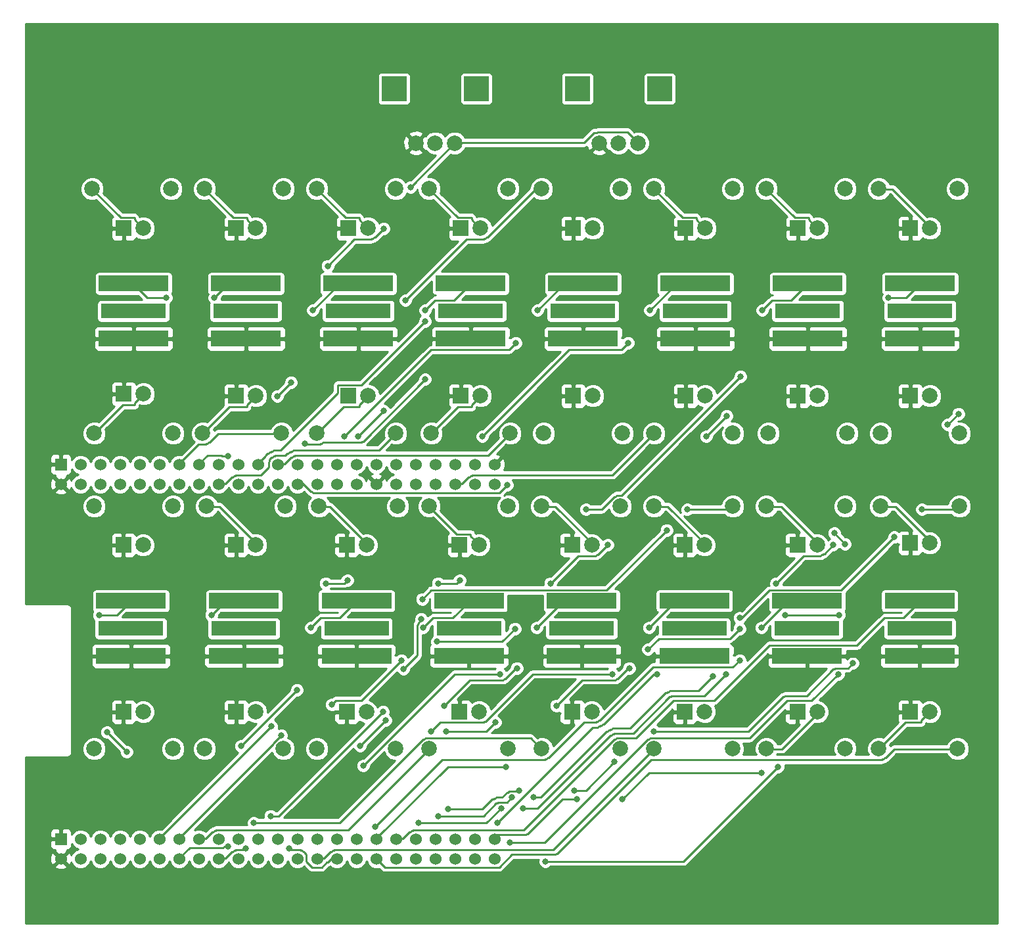
<source format=gbr>
G04 #@! TF.FileFunction,Copper,L2,Bot,Signal*
%FSLAX46Y46*%
G04 Gerber Fmt 4.6, Leading zero omitted, Abs format (unit mm)*
G04 Created by KiCad (PCBNEW 0.201508280901+6131~28~ubuntu14.04.1-product) date Tue 03 Nov 2015 05:06:43 PM COT*
%MOMM*%
G01*
G04 APERTURE LIST*
%ADD10C,0.100000*%
%ADD11C,5.200000*%
%ADD12R,2.000000X2.000000*%
%ADD13C,2.000000*%
%ADD14C,1.998980*%
%ADD15R,1.524000X1.524000*%
%ADD16C,1.524000*%
%ADD17R,3.200000X3.200000*%
%ADD18R,9.000000X2.000000*%
%ADD19R,8.400000X1.900000*%
%ADD20C,0.800000*%
%ADD21C,0.250000*%
%ADD22C,0.254000*%
G04 APERTURE END LIST*
D10*
D11*
X88000000Y-150000000D03*
X205000000Y-41000000D03*
X88000000Y-41000000D03*
X205000000Y-150000000D03*
D12*
X197884000Y-63724000D03*
D13*
X200424000Y-63724000D03*
D12*
X183406000Y-63724000D03*
D13*
X185946000Y-63724000D03*
D12*
X168928000Y-63724000D03*
D13*
X171468000Y-63724000D03*
D12*
X154450000Y-63724000D03*
D13*
X156990000Y-63724000D03*
D12*
X139972000Y-63724000D03*
D13*
X142512000Y-63724000D03*
D12*
X125494000Y-63724000D03*
D13*
X128034000Y-63724000D03*
D12*
X111016000Y-63724000D03*
D13*
X113556000Y-63724000D03*
D12*
X96538000Y-63724000D03*
D13*
X99078000Y-63724000D03*
D12*
X197850000Y-104278000D03*
D13*
X200390000Y-104278000D03*
D12*
X183334000Y-104528000D03*
D13*
X185874000Y-104528000D03*
D12*
X168818000Y-104528000D03*
D13*
X171358000Y-104528000D03*
D12*
X154302000Y-104528000D03*
D13*
X156842000Y-104528000D03*
D12*
X139786000Y-104528000D03*
D13*
X142326000Y-104528000D03*
D12*
X125270000Y-104528000D03*
D13*
X127810000Y-104528000D03*
D12*
X111008000Y-104528000D03*
D13*
X113548000Y-104528000D03*
D12*
X96492000Y-104528000D03*
D13*
X99032000Y-104528000D03*
D12*
X197884000Y-85314000D03*
D13*
X200424000Y-85314000D03*
D12*
X183406000Y-85314000D03*
D13*
X185946000Y-85314000D03*
D12*
X168928000Y-85314000D03*
D13*
X171468000Y-85314000D03*
D12*
X154450000Y-85314000D03*
D13*
X156990000Y-85314000D03*
D12*
X139972000Y-85314000D03*
D13*
X142512000Y-85314000D03*
D12*
X125494000Y-85314000D03*
D13*
X128034000Y-85314000D03*
D12*
X111016000Y-85314000D03*
D13*
X113556000Y-85314000D03*
D12*
X96538000Y-85060000D03*
D13*
X99078000Y-85060000D03*
D12*
X197850000Y-126028000D03*
D13*
X200390000Y-126028000D03*
D12*
X183334000Y-126028000D03*
D13*
X185874000Y-126028000D03*
D12*
X168818000Y-126028000D03*
D13*
X171358000Y-126028000D03*
D12*
X154302000Y-126028000D03*
D13*
X156842000Y-126028000D03*
D12*
X139786000Y-126028000D03*
D13*
X142326000Y-126028000D03*
D12*
X125270000Y-126028000D03*
D13*
X127810000Y-126028000D03*
D12*
X111008000Y-126028000D03*
D13*
X113548000Y-126028000D03*
D12*
X96492000Y-126028000D03*
D13*
X99032000Y-126028000D03*
D14*
X193820000Y-58644000D03*
X203980000Y-58644000D03*
X179342000Y-58644000D03*
X189502000Y-58644000D03*
X164864000Y-58644000D03*
X175024000Y-58644000D03*
X160546000Y-58644000D03*
X150386000Y-58644000D03*
X135908000Y-58644000D03*
X146068000Y-58644000D03*
X121430000Y-58644000D03*
X131590000Y-58644000D03*
X106952000Y-58644000D03*
X117112000Y-58644000D03*
X92474000Y-58644000D03*
X102634000Y-58644000D03*
X204234000Y-90140000D03*
X194074000Y-90140000D03*
X189756000Y-90140000D03*
X179596000Y-90140000D03*
X175024000Y-90140000D03*
X164864000Y-90140000D03*
X160800000Y-90140000D03*
X150640000Y-90140000D03*
X136162000Y-90140000D03*
X146322000Y-90140000D03*
X121430000Y-90140000D03*
X131590000Y-90140000D03*
X106698000Y-90140000D03*
X116858000Y-90140000D03*
X92728000Y-90140000D03*
X102888000Y-90140000D03*
X194074000Y-99538000D03*
X204234000Y-99538000D03*
X179342000Y-99538000D03*
X189502000Y-99538000D03*
X164864000Y-99538000D03*
X175024000Y-99538000D03*
X150386000Y-99538000D03*
X160546000Y-99538000D03*
X135908000Y-99538000D03*
X146068000Y-99538000D03*
X121684000Y-99538000D03*
X131844000Y-99538000D03*
X107206000Y-99538000D03*
X117366000Y-99538000D03*
X102888000Y-99538000D03*
X92728000Y-99538000D03*
X193820000Y-130780000D03*
X203980000Y-130780000D03*
X179342000Y-130780000D03*
X189502000Y-130780000D03*
X175024000Y-130780000D03*
X164864000Y-130780000D03*
X160546000Y-130780000D03*
X150386000Y-130780000D03*
X146068000Y-130780000D03*
X135908000Y-130780000D03*
X131590000Y-130780000D03*
X121430000Y-130780000D03*
X117112000Y-130780000D03*
X106952000Y-130780000D03*
X102888000Y-130780000D03*
X92728000Y-130780000D03*
D15*
X88435000Y-142415000D03*
D16*
X88435000Y-144955000D03*
X90975000Y-142415000D03*
X90975000Y-144955000D03*
X93515000Y-142415000D03*
X93515000Y-144955000D03*
X96055000Y-142415000D03*
X96055000Y-144955000D03*
X98595000Y-142415000D03*
X98595000Y-144955000D03*
X101135000Y-142415000D03*
X101135000Y-144955000D03*
X103675000Y-142415000D03*
X103675000Y-144955000D03*
X106215000Y-142415000D03*
X106215000Y-144955000D03*
X108755000Y-142415000D03*
X108755000Y-144955000D03*
X111295000Y-142415000D03*
X111295000Y-144955000D03*
X113835000Y-142415000D03*
X113835000Y-144955000D03*
X116375000Y-142415000D03*
X116375000Y-144955000D03*
X118915000Y-142415000D03*
X118915000Y-144955000D03*
X121455000Y-142415000D03*
X121455000Y-144955000D03*
X123995000Y-142415000D03*
X123995000Y-144955000D03*
X126535000Y-142415000D03*
X126535000Y-144955000D03*
X129075000Y-142415000D03*
X129075000Y-144955000D03*
X131615000Y-142415000D03*
X131615000Y-144955000D03*
X134155000Y-142415000D03*
X134155000Y-144955000D03*
X136695000Y-142415000D03*
X136695000Y-144955000D03*
X139235000Y-142415000D03*
X139235000Y-144955000D03*
X141775000Y-142415000D03*
X141775000Y-144955000D03*
X144315000Y-142415000D03*
X144315000Y-144955000D03*
X88435000Y-96695000D03*
X90975000Y-94155000D03*
X90975000Y-96695000D03*
X93515000Y-94155000D03*
X93515000Y-96695000D03*
X96055000Y-94155000D03*
X96055000Y-96695000D03*
X98595000Y-94155000D03*
X98595000Y-96695000D03*
X101135000Y-94155000D03*
X101135000Y-96695000D03*
X103675000Y-94155000D03*
X103675000Y-96695000D03*
X106215000Y-94155000D03*
X106215000Y-96695000D03*
X108755000Y-94155000D03*
X108755000Y-96695000D03*
X111295000Y-94155000D03*
X111295000Y-96695000D03*
X113835000Y-94155000D03*
X113835000Y-96695000D03*
X116375000Y-94155000D03*
X116375000Y-96695000D03*
X118915000Y-94155000D03*
X118915000Y-96695000D03*
X121455000Y-94155000D03*
X121455000Y-96695000D03*
X123995000Y-94155000D03*
X123995000Y-96695000D03*
X126535000Y-94155000D03*
X126535000Y-96695000D03*
X129075000Y-94155000D03*
X129075000Y-96695000D03*
X131615000Y-94155000D03*
X131615000Y-96695000D03*
X134155000Y-94155000D03*
X134155000Y-96695000D03*
X136695000Y-94155000D03*
X136695000Y-96695000D03*
X139235000Y-94155000D03*
X139235000Y-96695000D03*
X141775000Y-94155000D03*
X141775000Y-96695000D03*
X144315000Y-94155000D03*
X144315000Y-96695000D03*
D15*
X88435000Y-94155000D03*
D17*
X141970000Y-45750000D03*
D13*
X139170000Y-52750000D03*
X136670000Y-52750000D03*
X134170000Y-52750000D03*
D17*
X131370000Y-45750000D03*
X165592000Y-45750000D03*
D13*
X162792000Y-52750000D03*
X160292000Y-52750000D03*
X157792000Y-52750000D03*
D17*
X154992000Y-45750000D03*
D18*
X199154000Y-70842000D03*
X199154000Y-77942000D03*
D19*
X199154000Y-74392000D03*
D18*
X184676000Y-70842000D03*
X184676000Y-77942000D03*
D19*
X184676000Y-74392000D03*
D18*
X170198000Y-70842000D03*
X170198000Y-77942000D03*
D19*
X170198000Y-74392000D03*
D18*
X155720000Y-70842000D03*
X155720000Y-77942000D03*
D19*
X155720000Y-74392000D03*
D18*
X141242000Y-70842000D03*
X141242000Y-77942000D03*
D19*
X141242000Y-74392000D03*
D18*
X126764000Y-70842000D03*
X126764000Y-77942000D03*
D19*
X126764000Y-74392000D03*
D18*
X112286000Y-70842000D03*
X112286000Y-77942000D03*
D19*
X112286000Y-74392000D03*
D18*
X199100000Y-111728000D03*
X199100000Y-118828000D03*
D19*
X199100000Y-115278000D03*
D18*
X184584000Y-111728000D03*
X184584000Y-118828000D03*
D19*
X184584000Y-115278000D03*
D18*
X170068000Y-111728000D03*
X170068000Y-118828000D03*
D19*
X170068000Y-115278000D03*
D18*
X155552000Y-111728000D03*
X155552000Y-118828000D03*
D19*
X155552000Y-115278000D03*
D18*
X141036000Y-111728000D03*
X141036000Y-118828000D03*
D19*
X141036000Y-115278000D03*
D18*
X126520000Y-111728000D03*
X126520000Y-118828000D03*
D19*
X126520000Y-115278000D03*
D18*
X112004000Y-111728000D03*
X112004000Y-118828000D03*
D19*
X112004000Y-115278000D03*
D18*
X97450000Y-111730000D03*
X97450000Y-118830000D03*
D19*
X97450000Y-115280000D03*
D18*
X97808000Y-70842000D03*
X97808000Y-77942000D03*
D19*
X97808000Y-74392000D03*
D20*
X133477000Y-58420000D03*
X107823000Y-113538000D03*
X120650000Y-115189000D03*
X116840000Y-129032000D03*
X135128000Y-115189000D03*
X129921000Y-125984000D03*
X115443000Y-139446000D03*
X112268000Y-143637000D03*
X127381000Y-132969000D03*
X145034000Y-121158000D03*
X149733000Y-115189000D03*
X136144000Y-128524000D03*
X159512000Y-121158000D03*
X164211000Y-115189000D03*
X128905000Y-140843000D03*
X175895000Y-119380000D03*
X178689000Y-115189000D03*
X109982000Y-143383000D03*
X113284000Y-140335000D03*
X115570000Y-127889000D03*
X125349000Y-109093000D03*
X122555000Y-109474000D03*
X118872000Y-123190000D03*
X111633000Y-130429000D03*
X139827000Y-109093000D03*
X137033000Y-109474000D03*
X132334000Y-119380000D03*
X123317000Y-125095000D03*
X137795000Y-125222000D03*
X147193000Y-120396000D03*
X151511000Y-109474000D03*
X158877000Y-104521000D03*
X169164000Y-99949000D03*
X166497000Y-102616000D03*
X135001000Y-111506000D03*
X134874000Y-114046000D03*
X132588000Y-120523000D03*
X130302000Y-127127000D03*
X127000000Y-130429000D03*
X117856000Y-143637000D03*
X145796000Y-133096000D03*
X152273000Y-125222000D03*
X161671000Y-120396000D03*
X164084000Y-117983000D03*
X175895000Y-115316000D03*
X180594000Y-109474000D03*
X187960000Y-104521000D03*
X199390000Y-99949000D03*
X195834000Y-103505000D03*
X175895000Y-113919000D03*
X174117000Y-121158000D03*
X147955000Y-138430000D03*
X145161000Y-138430000D03*
X134493000Y-140335000D03*
X93345000Y-113538000D03*
X96901000Y-131191000D03*
X94361000Y-128651000D03*
X145923000Y-96774000D03*
X188087000Y-102997000D03*
X189484000Y-104394000D03*
X188722000Y-113538000D03*
X181737000Y-113538000D03*
X172466000Y-121412000D03*
X149352000Y-137033000D03*
X146558000Y-137033000D03*
X137033000Y-139446000D03*
X190500000Y-119761000D03*
X164846000Y-128524000D03*
X159766000Y-132461000D03*
X154559000Y-136144000D03*
X147447000Y-136144000D03*
X138303000Y-138557000D03*
X109982000Y-93091000D03*
X122809000Y-68580000D03*
X130048000Y-63754000D03*
X119888000Y-91440000D03*
X135382000Y-83185000D03*
X126746000Y-90551000D03*
X130048000Y-87249000D03*
X132842000Y-73025000D03*
X144653000Y-140335000D03*
X165227000Y-121158000D03*
X171577000Y-90551000D03*
X174244000Y-87884000D03*
X188595000Y-121158000D03*
X146304000Y-142875000D03*
X154940000Y-137287000D03*
X160782000Y-137287000D03*
X178689000Y-133858000D03*
X202692000Y-89027000D03*
X204089000Y-87630000D03*
X101981000Y-72644000D03*
X108204000Y-72644000D03*
X116332000Y-85344000D03*
X118110000Y-83566000D03*
X120904000Y-74295000D03*
X135382000Y-74295000D03*
X135382000Y-75692000D03*
X124968000Y-90551000D03*
X147066000Y-78486000D03*
X149860000Y-74295000D03*
X142748000Y-90551000D03*
X161544000Y-78486000D03*
X164338000Y-74295000D03*
X178816000Y-74295000D03*
X176022000Y-82804000D03*
X156083000Y-99949000D03*
X146939000Y-115316000D03*
X136906000Y-116967000D03*
X144399000Y-127381000D03*
X138049000Y-128524000D03*
X195072000Y-72644000D03*
X180848000Y-133096000D03*
X150876000Y-145288000D03*
D21*
X139170000Y-52750000D02*
X139192000Y-52705000D01*
X139192000Y-52705000D02*
X133477000Y-58420000D01*
X162792000Y-52750000D02*
X162814000Y-52705000D01*
X162814000Y-52705000D02*
X161417000Y-51308000D01*
X161417000Y-51308000D02*
X157607000Y-51308000D01*
X157607000Y-51308000D02*
X157480000Y-51435000D01*
X157480000Y-51435000D02*
X157099000Y-51435000D01*
X157099000Y-51435000D02*
X155829000Y-52705000D01*
X155829000Y-52705000D02*
X139192000Y-52705000D01*
X139192000Y-52705000D02*
X139170000Y-52750000D01*
X107823000Y-113538000D02*
X109601000Y-111760000D01*
X109601000Y-111760000D02*
X112014000Y-111760000D01*
X112014000Y-111760000D02*
X112004000Y-111728000D01*
X126520000Y-111728000D02*
X126492000Y-111760000D01*
X126492000Y-111760000D02*
X124333000Y-113919000D01*
X124333000Y-113919000D02*
X121920000Y-113919000D01*
X121920000Y-113919000D02*
X120650000Y-115189000D01*
X116840000Y-129032000D02*
X115824000Y-130048000D01*
X115824000Y-130048000D02*
X115824000Y-130175000D01*
X115824000Y-130175000D02*
X103632000Y-142367000D01*
X103632000Y-142367000D02*
X103675000Y-142415000D01*
X141036000Y-111728000D02*
X141097000Y-111760000D01*
X141097000Y-111760000D02*
X138938000Y-113919000D01*
X138938000Y-113919000D02*
X136398000Y-113919000D01*
X136398000Y-113919000D02*
X135128000Y-115189000D01*
X129921000Y-125984000D02*
X116459000Y-139446000D01*
X116459000Y-139446000D02*
X115443000Y-139446000D01*
X112268000Y-143637000D02*
X112141000Y-143764000D01*
X112141000Y-143764000D02*
X110998000Y-143764000D01*
X110998000Y-143764000D02*
X110871000Y-143891000D01*
X110871000Y-143891000D02*
X110744000Y-143891000D01*
X110744000Y-143891000D02*
X110617000Y-144018000D01*
X110617000Y-144018000D02*
X110490000Y-144018000D01*
X110490000Y-144018000D02*
X109601000Y-144907000D01*
X109601000Y-144907000D02*
X108712000Y-144907000D01*
X108712000Y-144907000D02*
X108755000Y-144955000D01*
X127381000Y-132969000D02*
X139192000Y-121158000D01*
X139192000Y-121158000D02*
X145034000Y-121158000D01*
X149733000Y-115189000D02*
X153162000Y-111760000D01*
X153162000Y-111760000D02*
X155575000Y-111760000D01*
X155575000Y-111760000D02*
X155552000Y-111728000D01*
X136144000Y-128524000D02*
X137287000Y-127381000D01*
X137287000Y-127381000D02*
X142875000Y-127381000D01*
X142875000Y-127381000D02*
X143002000Y-127254000D01*
X143002000Y-127254000D02*
X143129000Y-127254000D01*
X143129000Y-127254000D02*
X149225000Y-121158000D01*
X149225000Y-121158000D02*
X159512000Y-121158000D01*
X164211000Y-115189000D02*
X167640000Y-111760000D01*
X167640000Y-111760000D02*
X170053000Y-111760000D01*
X170053000Y-111760000D02*
X170068000Y-111728000D01*
X128905000Y-140843000D02*
X137541000Y-132207000D01*
X137541000Y-132207000D02*
X150749000Y-132207000D01*
X150749000Y-132207000D02*
X150876000Y-132080000D01*
X150876000Y-132080000D02*
X151003000Y-132080000D01*
X151003000Y-132080000D02*
X151130000Y-131953000D01*
X151130000Y-131953000D02*
X151257000Y-131953000D01*
X151257000Y-131953000D02*
X155829000Y-127381000D01*
X155829000Y-127381000D02*
X157353000Y-127381000D01*
X157353000Y-127381000D02*
X157480000Y-127254000D01*
X157480000Y-127254000D02*
X157607000Y-127254000D01*
X157607000Y-127254000D02*
X157734000Y-127127000D01*
X157734000Y-127127000D02*
X157861000Y-127127000D01*
X157861000Y-127127000D02*
X164719000Y-120269000D01*
X164719000Y-120269000D02*
X175006000Y-120269000D01*
X175006000Y-120269000D02*
X175895000Y-119380000D01*
X178689000Y-115189000D02*
X182118000Y-111760000D01*
X182118000Y-111760000D02*
X184531000Y-111760000D01*
X184531000Y-111760000D02*
X184584000Y-111728000D01*
X199100000Y-111728000D02*
X199136000Y-111760000D01*
X199136000Y-111760000D02*
X196977000Y-113919000D01*
X196977000Y-113919000D02*
X194564000Y-113919000D01*
X194564000Y-113919000D02*
X191008000Y-117475000D01*
X191008000Y-117475000D02*
X179705000Y-117475000D01*
X179705000Y-117475000D02*
X172593000Y-124587000D01*
X172593000Y-124587000D02*
X167386000Y-124587000D01*
X167386000Y-124587000D02*
X162560000Y-129413000D01*
X162560000Y-129413000D02*
X160020000Y-129413000D01*
X160020000Y-129413000D02*
X159893000Y-129540000D01*
X159893000Y-129540000D02*
X159766000Y-129540000D01*
X159766000Y-129540000D02*
X148082000Y-141224000D01*
X148082000Y-141224000D02*
X133858000Y-141224000D01*
X133858000Y-141224000D02*
X133731000Y-141351000D01*
X133731000Y-141351000D02*
X133604000Y-141351000D01*
X133604000Y-141351000D02*
X133477000Y-141478000D01*
X133477000Y-141478000D02*
X133350000Y-141478000D01*
X133350000Y-141478000D02*
X132461000Y-142367000D01*
X132461000Y-142367000D02*
X131572000Y-142367000D01*
X131572000Y-142367000D02*
X131615000Y-142415000D01*
X184584000Y-118828000D02*
X184531000Y-118872000D01*
X184531000Y-118872000D02*
X199136000Y-118872000D01*
X199136000Y-118872000D02*
X199100000Y-118828000D01*
X155552000Y-118828000D02*
X155575000Y-118872000D01*
X155575000Y-118872000D02*
X170053000Y-118872000D01*
X170053000Y-118872000D02*
X170068000Y-118828000D01*
X141036000Y-118828000D02*
X141097000Y-118872000D01*
X141097000Y-118872000D02*
X155575000Y-118872000D01*
X155575000Y-118872000D02*
X155552000Y-118828000D01*
X103675000Y-144955000D02*
X103632000Y-144907000D01*
X103632000Y-144907000D02*
X105029000Y-143510000D01*
X105029000Y-143510000D02*
X109347000Y-143510000D01*
X109347000Y-143510000D02*
X109474000Y-143383000D01*
X109474000Y-143383000D02*
X109982000Y-143383000D01*
X135908000Y-130780000D02*
X135890000Y-130810000D01*
X135890000Y-130810000D02*
X125476000Y-141224000D01*
X125476000Y-141224000D02*
X108458000Y-141224000D01*
X108458000Y-141224000D02*
X108331000Y-141351000D01*
X108331000Y-141351000D02*
X108204000Y-141351000D01*
X108204000Y-141351000D02*
X108077000Y-141478000D01*
X108077000Y-141478000D02*
X107950000Y-141478000D01*
X107950000Y-141478000D02*
X107061000Y-142367000D01*
X107061000Y-142367000D02*
X106172000Y-142367000D01*
X106172000Y-142367000D02*
X106215000Y-142415000D01*
X150386000Y-130780000D02*
X150368000Y-130810000D01*
X150368000Y-130810000D02*
X148971000Y-129413000D01*
X148971000Y-129413000D02*
X135382000Y-129413000D01*
X135382000Y-129413000D02*
X135255000Y-129540000D01*
X135255000Y-129540000D02*
X135128000Y-129540000D01*
X135128000Y-129540000D02*
X124333000Y-140335000D01*
X124333000Y-140335000D02*
X113284000Y-140335000D01*
X164864000Y-130780000D02*
X164846000Y-130810000D01*
X164846000Y-130810000D02*
X151892000Y-143764000D01*
X151892000Y-143764000D02*
X123698000Y-143764000D01*
X123698000Y-143764000D02*
X123571000Y-143891000D01*
X123571000Y-143891000D02*
X123444000Y-143891000D01*
X123444000Y-143891000D02*
X123317000Y-144018000D01*
X123317000Y-144018000D02*
X123190000Y-144018000D01*
X123190000Y-144018000D02*
X122301000Y-144907000D01*
X122301000Y-144907000D02*
X121412000Y-144907000D01*
X121412000Y-144907000D02*
X121455000Y-144955000D01*
X129075000Y-144955000D02*
X129032000Y-144907000D01*
X129032000Y-144907000D02*
X130175000Y-146050000D01*
X130175000Y-146050000D02*
X144907000Y-146050000D01*
X144907000Y-146050000D02*
X146558000Y-144399000D01*
X146558000Y-144399000D02*
X152146000Y-144399000D01*
X152146000Y-144399000D02*
X152273000Y-144272000D01*
X152273000Y-144272000D02*
X152400000Y-144272000D01*
X152400000Y-144272000D02*
X164465000Y-132207000D01*
X164465000Y-132207000D02*
X194183000Y-132207000D01*
X194183000Y-132207000D02*
X194310000Y-132080000D01*
X194310000Y-132080000D02*
X194437000Y-132080000D01*
X194437000Y-132080000D02*
X194564000Y-131953000D01*
X194564000Y-131953000D02*
X194691000Y-131953000D01*
X194691000Y-131953000D02*
X195834000Y-130810000D01*
X195834000Y-130810000D02*
X203962000Y-130810000D01*
X203962000Y-130810000D02*
X203980000Y-130780000D01*
X101135000Y-142415000D02*
X101092000Y-142367000D01*
X101092000Y-142367000D02*
X115570000Y-127889000D01*
X125349000Y-109093000D02*
X124968000Y-109474000D01*
X124968000Y-109474000D02*
X122555000Y-109474000D01*
X118872000Y-123190000D02*
X111633000Y-130429000D01*
X139827000Y-109093000D02*
X139446000Y-109474000D01*
X139446000Y-109474000D02*
X137033000Y-109474000D01*
X132334000Y-119380000D02*
X127127000Y-124587000D01*
X127127000Y-124587000D02*
X123825000Y-124587000D01*
X123825000Y-124587000D02*
X123317000Y-125095000D01*
X137795000Y-125222000D02*
X141097000Y-121920000D01*
X141097000Y-121920000D02*
X145415000Y-121920000D01*
X145415000Y-121920000D02*
X145542000Y-121793000D01*
X145542000Y-121793000D02*
X145669000Y-121793000D01*
X145669000Y-121793000D02*
X147066000Y-120396000D01*
X147066000Y-120396000D02*
X147193000Y-120396000D01*
X151511000Y-109474000D02*
X155067000Y-105918000D01*
X155067000Y-105918000D02*
X157353000Y-105918000D01*
X157353000Y-105918000D02*
X157480000Y-105791000D01*
X157480000Y-105791000D02*
X157607000Y-105791000D01*
X157607000Y-105791000D02*
X158877000Y-104521000D01*
X175024000Y-99538000D02*
X175006000Y-99568000D01*
X175006000Y-99568000D02*
X174625000Y-99949000D01*
X174625000Y-99949000D02*
X169164000Y-99949000D01*
X166497000Y-102616000D02*
X158750000Y-110363000D01*
X158750000Y-110363000D02*
X136144000Y-110363000D01*
X136144000Y-110363000D02*
X135001000Y-111506000D01*
X134874000Y-114046000D02*
X134874000Y-114173000D01*
X134874000Y-114173000D02*
X134493000Y-114554000D01*
X134493000Y-114554000D02*
X134493000Y-114681000D01*
X134493000Y-114681000D02*
X134366000Y-114808000D01*
X134366000Y-114808000D02*
X134366000Y-118745000D01*
X134366000Y-118745000D02*
X132588000Y-120523000D01*
X130302000Y-127127000D02*
X127000000Y-130429000D01*
X117856000Y-143637000D02*
X117983000Y-143764000D01*
X117983000Y-143764000D02*
X119253000Y-143764000D01*
X119253000Y-143764000D02*
X119380000Y-143891000D01*
X119380000Y-143891000D02*
X119507000Y-143891000D01*
X119507000Y-143891000D02*
X119634000Y-144018000D01*
X119634000Y-144018000D02*
X119761000Y-144018000D01*
X119761000Y-144018000D02*
X119761000Y-144145000D01*
X119761000Y-144145000D02*
X120015000Y-144399000D01*
X120015000Y-144399000D02*
X120015000Y-145288000D01*
X120015000Y-145288000D02*
X120777000Y-146050000D01*
X120777000Y-146050000D02*
X122047000Y-146050000D01*
X122047000Y-146050000D02*
X122682000Y-145415000D01*
X122682000Y-145415000D02*
X122809000Y-145415000D01*
X122809000Y-145415000D02*
X123317000Y-144907000D01*
X123317000Y-144907000D02*
X123952000Y-144907000D01*
X123952000Y-144907000D02*
X123995000Y-144955000D01*
X129075000Y-142415000D02*
X129032000Y-142367000D01*
X129032000Y-142367000D02*
X138303000Y-133096000D01*
X138303000Y-133096000D02*
X145796000Y-133096000D01*
X152273000Y-125222000D02*
X155575000Y-121920000D01*
X155575000Y-121920000D02*
X159893000Y-121920000D01*
X159893000Y-121920000D02*
X160020000Y-121793000D01*
X160020000Y-121793000D02*
X160147000Y-121793000D01*
X160147000Y-121793000D02*
X161544000Y-120396000D01*
X161544000Y-120396000D02*
X161671000Y-120396000D01*
X164084000Y-117983000D02*
X165481000Y-116586000D01*
X165481000Y-116586000D02*
X174625000Y-116586000D01*
X174625000Y-116586000D02*
X175895000Y-115316000D01*
X180594000Y-109474000D02*
X184150000Y-105918000D01*
X184150000Y-105918000D02*
X186309000Y-105918000D01*
X186309000Y-105918000D02*
X186436000Y-105791000D01*
X186436000Y-105791000D02*
X186563000Y-105791000D01*
X186563000Y-105791000D02*
X186690000Y-105664000D01*
X186690000Y-105664000D02*
X186817000Y-105664000D01*
X186817000Y-105664000D02*
X187960000Y-104521000D01*
X204234000Y-99538000D02*
X204216000Y-99568000D01*
X204216000Y-99568000D02*
X203835000Y-99949000D01*
X203835000Y-99949000D02*
X199390000Y-99949000D01*
X195834000Y-103505000D02*
X188976000Y-110363000D01*
X188976000Y-110363000D02*
X179705000Y-110363000D01*
X179705000Y-110363000D02*
X176149000Y-113919000D01*
X176149000Y-113919000D02*
X175895000Y-113919000D01*
X174117000Y-121158000D02*
X171323000Y-123952000D01*
X171323000Y-123952000D02*
X167132000Y-123952000D01*
X167132000Y-123952000D02*
X167005000Y-124079000D01*
X167005000Y-124079000D02*
X166878000Y-124079000D01*
X166878000Y-124079000D02*
X162179000Y-128778000D01*
X162179000Y-128778000D02*
X159766000Y-128778000D01*
X159766000Y-128778000D02*
X159639000Y-128905000D01*
X159639000Y-128905000D02*
X159512000Y-128905000D01*
X159512000Y-128905000D02*
X159385000Y-129032000D01*
X159385000Y-129032000D02*
X159258000Y-129032000D01*
X159258000Y-129032000D02*
X149860000Y-138430000D01*
X149860000Y-138430000D02*
X147955000Y-138430000D01*
X145161000Y-138430000D02*
X143256000Y-140335000D01*
X143256000Y-140335000D02*
X134493000Y-140335000D01*
X97450000Y-111730000D02*
X97409000Y-111760000D01*
X97409000Y-111760000D02*
X95631000Y-113538000D01*
X95631000Y-113538000D02*
X93345000Y-113538000D01*
X96901000Y-131191000D02*
X94361000Y-128651000D01*
X185874000Y-126028000D02*
X185928000Y-125984000D01*
X185928000Y-125984000D02*
X185928000Y-126238000D01*
X185928000Y-126238000D02*
X181356000Y-130810000D01*
X181356000Y-130810000D02*
X179324000Y-130810000D01*
X179324000Y-130810000D02*
X179342000Y-130780000D01*
X193820000Y-130780000D02*
X193802000Y-130810000D01*
X193802000Y-130810000D02*
X197231000Y-127381000D01*
X197231000Y-127381000D02*
X199263000Y-127381000D01*
X199263000Y-127381000D02*
X199263000Y-127127000D01*
X199263000Y-127127000D02*
X200406000Y-125984000D01*
X200406000Y-125984000D02*
X200390000Y-126028000D01*
X113548000Y-104528000D02*
X113538000Y-104521000D01*
X113538000Y-104521000D02*
X113538000Y-104267000D01*
X113538000Y-104267000D02*
X108839000Y-99568000D01*
X108839000Y-99568000D02*
X107188000Y-99568000D01*
X107188000Y-99568000D02*
X107206000Y-99538000D01*
X127810000Y-104528000D02*
X127762000Y-104521000D01*
X127762000Y-104521000D02*
X127762000Y-104267000D01*
X127762000Y-104267000D02*
X123063000Y-99568000D01*
X123063000Y-99568000D02*
X121666000Y-99568000D01*
X121666000Y-99568000D02*
X121684000Y-99538000D01*
X135908000Y-99538000D02*
X135890000Y-99568000D01*
X135890000Y-99568000D02*
X139446000Y-103124000D01*
X139446000Y-103124000D02*
X141224000Y-103124000D01*
X141224000Y-103124000D02*
X141224000Y-103378000D01*
X141224000Y-103378000D02*
X142367000Y-104521000D01*
X142367000Y-104521000D02*
X142326000Y-104528000D01*
X156842000Y-104528000D02*
X156845000Y-104521000D01*
X156845000Y-104521000D02*
X156845000Y-104267000D01*
X156845000Y-104267000D02*
X152146000Y-99568000D01*
X152146000Y-99568000D02*
X150368000Y-99568000D01*
X150368000Y-99568000D02*
X150386000Y-99538000D01*
X171358000Y-104528000D02*
X171323000Y-104521000D01*
X171323000Y-104521000D02*
X171323000Y-104267000D01*
X171323000Y-104267000D02*
X166624000Y-99568000D01*
X166624000Y-99568000D02*
X164846000Y-99568000D01*
X164846000Y-99568000D02*
X164864000Y-99538000D01*
X185874000Y-104528000D02*
X185928000Y-104521000D01*
X185928000Y-104521000D02*
X185928000Y-104267000D01*
X185928000Y-104267000D02*
X181229000Y-99568000D01*
X181229000Y-99568000D02*
X179324000Y-99568000D01*
X179324000Y-99568000D02*
X179342000Y-99538000D01*
X200390000Y-104278000D02*
X200406000Y-104267000D01*
X200406000Y-104267000D02*
X200406000Y-104013000D01*
X200406000Y-104013000D02*
X195961000Y-99568000D01*
X195961000Y-99568000D02*
X194056000Y-99568000D01*
X194056000Y-99568000D02*
X194074000Y-99538000D01*
X92728000Y-90140000D02*
X92710000Y-90170000D01*
X92710000Y-90170000D02*
X96393000Y-86487000D01*
X96393000Y-86487000D02*
X97917000Y-86487000D01*
X97917000Y-86487000D02*
X97917000Y-86233000D01*
X97917000Y-86233000D02*
X99060000Y-85090000D01*
X99060000Y-85090000D02*
X99078000Y-85060000D01*
X106698000Y-90140000D02*
X106680000Y-90170000D01*
X106680000Y-90170000D02*
X110109000Y-86741000D01*
X110109000Y-86741000D02*
X112395000Y-86741000D01*
X112395000Y-86741000D02*
X112395000Y-86487000D01*
X112395000Y-86487000D02*
X113538000Y-85344000D01*
X113538000Y-85344000D02*
X113556000Y-85314000D01*
X121430000Y-90140000D02*
X121412000Y-90170000D01*
X121412000Y-90170000D02*
X124841000Y-86741000D01*
X124841000Y-86741000D02*
X126873000Y-86741000D01*
X126873000Y-86741000D02*
X126873000Y-86487000D01*
X126873000Y-86487000D02*
X128016000Y-85344000D01*
X128016000Y-85344000D02*
X128034000Y-85314000D01*
X136162000Y-90140000D02*
X136144000Y-90170000D01*
X136144000Y-90170000D02*
X139573000Y-86741000D01*
X139573000Y-86741000D02*
X141351000Y-86741000D01*
X141351000Y-86741000D02*
X141351000Y-86487000D01*
X141351000Y-86487000D02*
X142494000Y-85344000D01*
X142494000Y-85344000D02*
X142512000Y-85314000D01*
X92474000Y-58644000D02*
X92456000Y-58674000D01*
X92456000Y-58674000D02*
X96139000Y-62357000D01*
X96139000Y-62357000D02*
X97917000Y-62357000D01*
X97917000Y-62357000D02*
X97917000Y-62611000D01*
X97917000Y-62611000D02*
X99060000Y-63754000D01*
X99060000Y-63754000D02*
X99078000Y-63724000D01*
X106952000Y-58644000D02*
X106934000Y-58674000D01*
X106934000Y-58674000D02*
X110617000Y-62357000D01*
X110617000Y-62357000D02*
X112395000Y-62357000D01*
X112395000Y-62357000D02*
X112395000Y-62611000D01*
X112395000Y-62611000D02*
X113538000Y-63754000D01*
X113538000Y-63754000D02*
X113556000Y-63724000D01*
X121430000Y-58644000D02*
X121412000Y-58674000D01*
X121412000Y-58674000D02*
X125095000Y-62357000D01*
X125095000Y-62357000D02*
X126873000Y-62357000D01*
X126873000Y-62357000D02*
X126873000Y-62611000D01*
X126873000Y-62611000D02*
X128016000Y-63754000D01*
X128016000Y-63754000D02*
X128034000Y-63724000D01*
X135908000Y-58644000D02*
X135890000Y-58674000D01*
X135890000Y-58674000D02*
X139573000Y-62357000D01*
X139573000Y-62357000D02*
X141351000Y-62357000D01*
X141351000Y-62357000D02*
X141351000Y-62611000D01*
X141351000Y-62611000D02*
X142494000Y-63754000D01*
X142494000Y-63754000D02*
X142512000Y-63724000D01*
X164864000Y-58644000D02*
X164846000Y-58674000D01*
X164846000Y-58674000D02*
X168529000Y-62357000D01*
X168529000Y-62357000D02*
X170307000Y-62357000D01*
X170307000Y-62357000D02*
X170307000Y-62611000D01*
X170307000Y-62611000D02*
X171450000Y-63754000D01*
X171450000Y-63754000D02*
X171468000Y-63724000D01*
X179342000Y-58644000D02*
X179324000Y-58674000D01*
X179324000Y-58674000D02*
X183007000Y-62357000D01*
X183007000Y-62357000D02*
X184785000Y-62357000D01*
X184785000Y-62357000D02*
X184785000Y-62611000D01*
X184785000Y-62611000D02*
X185928000Y-63754000D01*
X185928000Y-63754000D02*
X185946000Y-63724000D01*
X200424000Y-63724000D02*
X200406000Y-63754000D01*
X200406000Y-63754000D02*
X200406000Y-63500000D01*
X200406000Y-63500000D02*
X195580000Y-58674000D01*
X195580000Y-58674000D02*
X193802000Y-58674000D01*
X193802000Y-58674000D02*
X193820000Y-58644000D01*
X103675000Y-94155000D02*
X103632000Y-94107000D01*
X103632000Y-94107000D02*
X106172000Y-91567000D01*
X106172000Y-91567000D02*
X107061000Y-91567000D01*
X107061000Y-91567000D02*
X107188000Y-91440000D01*
X107188000Y-91440000D02*
X107315000Y-91440000D01*
X107315000Y-91440000D02*
X107442000Y-91313000D01*
X107442000Y-91313000D02*
X107569000Y-91313000D01*
X107569000Y-91313000D02*
X108712000Y-90170000D01*
X108712000Y-90170000D02*
X116840000Y-90170000D01*
X116840000Y-90170000D02*
X116858000Y-90140000D01*
X131590000Y-90140000D02*
X131572000Y-90170000D01*
X131572000Y-90170000D02*
X129413000Y-92329000D01*
X129413000Y-92329000D02*
X118364000Y-92329000D01*
X118364000Y-92329000D02*
X118237000Y-92456000D01*
X118237000Y-92456000D02*
X118110000Y-92456000D01*
X118110000Y-92456000D02*
X117983000Y-92583000D01*
X117983000Y-92583000D02*
X117856000Y-92583000D01*
X117856000Y-92583000D02*
X117729000Y-92710000D01*
X117729000Y-92710000D02*
X117602000Y-92710000D01*
X117602000Y-92710000D02*
X117348000Y-92964000D01*
X117348000Y-92964000D02*
X116078000Y-92964000D01*
X116078000Y-92964000D02*
X115951000Y-93091000D01*
X115951000Y-93091000D02*
X115824000Y-93091000D01*
X115824000Y-93091000D02*
X115697000Y-93218000D01*
X115697000Y-93218000D02*
X115570000Y-93218000D01*
X115570000Y-93218000D02*
X115316000Y-93472000D01*
X115316000Y-93472000D02*
X115316000Y-93726000D01*
X115316000Y-93726000D02*
X115189000Y-93853000D01*
X115189000Y-93853000D02*
X115189000Y-94488000D01*
X115189000Y-94488000D02*
X114173000Y-95504000D01*
X114173000Y-95504000D02*
X110998000Y-95504000D01*
X110998000Y-95504000D02*
X110871000Y-95631000D01*
X110871000Y-95631000D02*
X110744000Y-95631000D01*
X110744000Y-95631000D02*
X110617000Y-95758000D01*
X110617000Y-95758000D02*
X110490000Y-95758000D01*
X110490000Y-95758000D02*
X109601000Y-96647000D01*
X109601000Y-96647000D02*
X108712000Y-96647000D01*
X108712000Y-96647000D02*
X108755000Y-96695000D01*
X146322000Y-90140000D02*
X146304000Y-90170000D01*
X146304000Y-90170000D02*
X143510000Y-92964000D01*
X143510000Y-92964000D02*
X118618000Y-92964000D01*
X118618000Y-92964000D02*
X118491000Y-93091000D01*
X118491000Y-93091000D02*
X118364000Y-93091000D01*
X118364000Y-93091000D02*
X118237000Y-93218000D01*
X118237000Y-93218000D02*
X118110000Y-93218000D01*
X118110000Y-93218000D02*
X117221000Y-94107000D01*
X117221000Y-94107000D02*
X116332000Y-94107000D01*
X116332000Y-94107000D02*
X116375000Y-94155000D01*
X145923000Y-96774000D02*
X144907000Y-97790000D01*
X144907000Y-97790000D02*
X120904000Y-97790000D01*
X120904000Y-97790000D02*
X120777000Y-97663000D01*
X120777000Y-97663000D02*
X120650000Y-97663000D01*
X120650000Y-97663000D02*
X119634000Y-96647000D01*
X119634000Y-96647000D02*
X118872000Y-96647000D01*
X118872000Y-96647000D02*
X118915000Y-96695000D01*
X164864000Y-90140000D02*
X164846000Y-90170000D01*
X164846000Y-90170000D02*
X159512000Y-95504000D01*
X159512000Y-95504000D02*
X141478000Y-95504000D01*
X141478000Y-95504000D02*
X141351000Y-95631000D01*
X141351000Y-95631000D02*
X141224000Y-95631000D01*
X141224000Y-95631000D02*
X141097000Y-95758000D01*
X141097000Y-95758000D02*
X140970000Y-95758000D01*
X140970000Y-95758000D02*
X140081000Y-96647000D01*
X140081000Y-96647000D02*
X139192000Y-96647000D01*
X139192000Y-96647000D02*
X139235000Y-96695000D01*
X188087000Y-102997000D02*
X189484000Y-104394000D01*
X188722000Y-113538000D02*
X181737000Y-113538000D01*
X172466000Y-121412000D02*
X170561000Y-123317000D01*
X170561000Y-123317000D02*
X166878000Y-123317000D01*
X166878000Y-123317000D02*
X166751000Y-123444000D01*
X166751000Y-123444000D02*
X166624000Y-123444000D01*
X166624000Y-123444000D02*
X166497000Y-123571000D01*
X166497000Y-123571000D02*
X166370000Y-123571000D01*
X166370000Y-123571000D02*
X161798000Y-128143000D01*
X161798000Y-128143000D02*
X159512000Y-128143000D01*
X159512000Y-128143000D02*
X159385000Y-128270000D01*
X159385000Y-128270000D02*
X159258000Y-128270000D01*
X159258000Y-128270000D02*
X159131000Y-128397000D01*
X159131000Y-128397000D02*
X159004000Y-128397000D01*
X159004000Y-128397000D02*
X158877000Y-128524000D01*
X158877000Y-128524000D02*
X158750000Y-128524000D01*
X158750000Y-128524000D02*
X150241000Y-137033000D01*
X150241000Y-137033000D02*
X149352000Y-137033000D01*
X146558000Y-137033000D02*
X145923000Y-137668000D01*
X145923000Y-137668000D02*
X144780000Y-137668000D01*
X144780000Y-137668000D02*
X144653000Y-137795000D01*
X144653000Y-137795000D02*
X144526000Y-137795000D01*
X144526000Y-137795000D02*
X142875000Y-139446000D01*
X142875000Y-139446000D02*
X137033000Y-139446000D01*
X190500000Y-119761000D02*
X189865000Y-120396000D01*
X189865000Y-120396000D02*
X188214000Y-120396000D01*
X188214000Y-120396000D02*
X188087000Y-120523000D01*
X188087000Y-120523000D02*
X187960000Y-120523000D01*
X187960000Y-120523000D02*
X184531000Y-123952000D01*
X184531000Y-123952000D02*
X181737000Y-123952000D01*
X181737000Y-123952000D02*
X181610000Y-124079000D01*
X181610000Y-124079000D02*
X181483000Y-124079000D01*
X181483000Y-124079000D02*
X177038000Y-128524000D01*
X177038000Y-128524000D02*
X164846000Y-128524000D01*
X159766000Y-132461000D02*
X156083000Y-136144000D01*
X156083000Y-136144000D02*
X154559000Y-136144000D01*
X147447000Y-136144000D02*
X147320000Y-136271000D01*
X147320000Y-136271000D02*
X146177000Y-136271000D01*
X146177000Y-136271000D02*
X146050000Y-136398000D01*
X146050000Y-136398000D02*
X145923000Y-136398000D01*
X145923000Y-136398000D02*
X145288000Y-137033000D01*
X145288000Y-137033000D02*
X144526000Y-137033000D01*
X144526000Y-137033000D02*
X144399000Y-137160000D01*
X144399000Y-137160000D02*
X144272000Y-137160000D01*
X144272000Y-137160000D02*
X144145000Y-137287000D01*
X144145000Y-137287000D02*
X144018000Y-137287000D01*
X144018000Y-137287000D02*
X142748000Y-138557000D01*
X142748000Y-138557000D02*
X138303000Y-138557000D01*
X106215000Y-94155000D02*
X106172000Y-94107000D01*
X106172000Y-94107000D02*
X107315000Y-92964000D01*
X107315000Y-92964000D02*
X109093000Y-92964000D01*
X109093000Y-92964000D02*
X109220000Y-93091000D01*
X109220000Y-93091000D02*
X109982000Y-93091000D01*
X122809000Y-68580000D02*
X126238000Y-65151000D01*
X126238000Y-65151000D02*
X128397000Y-65151000D01*
X128397000Y-65151000D02*
X128524000Y-65024000D01*
X128524000Y-65024000D02*
X128651000Y-65024000D01*
X128651000Y-65024000D02*
X128778000Y-64897000D01*
X128778000Y-64897000D02*
X128905000Y-64897000D01*
X128905000Y-64897000D02*
X130048000Y-63754000D01*
X119888000Y-91440000D02*
X120015000Y-91567000D01*
X120015000Y-91567000D02*
X121793000Y-91567000D01*
X121793000Y-91567000D02*
X121920000Y-91440000D01*
X121920000Y-91440000D02*
X122047000Y-91440000D01*
X122047000Y-91440000D02*
X122174000Y-91313000D01*
X122174000Y-91313000D02*
X127127000Y-91313000D01*
X127127000Y-91313000D02*
X127254000Y-91186000D01*
X127254000Y-91186000D02*
X127381000Y-91186000D01*
X127381000Y-91186000D02*
X135382000Y-83185000D01*
X126746000Y-90551000D02*
X130048000Y-87249000D01*
X132842000Y-73025000D02*
X140716000Y-65151000D01*
X140716000Y-65151000D02*
X142875000Y-65151000D01*
X142875000Y-65151000D02*
X143002000Y-65024000D01*
X143002000Y-65024000D02*
X143129000Y-65024000D01*
X143129000Y-65024000D02*
X143256000Y-64897000D01*
X143256000Y-64897000D02*
X143383000Y-64897000D01*
X143383000Y-64897000D02*
X149606000Y-58674000D01*
X149606000Y-58674000D02*
X150368000Y-58674000D01*
X150368000Y-58674000D02*
X150386000Y-58644000D01*
X144653000Y-140335000D02*
X156972000Y-128016000D01*
X156972000Y-128016000D02*
X157607000Y-128016000D01*
X157607000Y-128016000D02*
X157734000Y-127889000D01*
X157734000Y-127889000D02*
X157861000Y-127889000D01*
X157861000Y-127889000D02*
X157988000Y-127762000D01*
X157988000Y-127762000D02*
X158115000Y-127762000D01*
X158115000Y-127762000D02*
X158242000Y-127635000D01*
X158242000Y-127635000D02*
X158369000Y-127635000D01*
X158369000Y-127635000D02*
X164846000Y-121158000D01*
X164846000Y-121158000D02*
X165227000Y-121158000D01*
X171577000Y-90551000D02*
X174244000Y-87884000D01*
X188595000Y-121158000D02*
X185166000Y-124587000D01*
X185166000Y-124587000D02*
X181991000Y-124587000D01*
X181991000Y-124587000D02*
X177165000Y-129413000D01*
X177165000Y-129413000D02*
X164338000Y-129413000D01*
X164338000Y-129413000D02*
X164211000Y-129540000D01*
X164211000Y-129540000D02*
X164084000Y-129540000D01*
X164084000Y-129540000D02*
X150749000Y-142875000D01*
X150749000Y-142875000D02*
X146304000Y-142875000D01*
X144315000Y-142415000D02*
X144272000Y-142367000D01*
X144272000Y-142367000D02*
X144780000Y-141859000D01*
X144780000Y-141859000D02*
X148336000Y-141859000D01*
X148336000Y-141859000D02*
X148463000Y-141732000D01*
X148463000Y-141732000D02*
X148590000Y-141732000D01*
X148590000Y-141732000D02*
X153035000Y-137287000D01*
X153035000Y-137287000D02*
X154940000Y-137287000D01*
X160782000Y-137287000D02*
X164211000Y-133858000D01*
X164211000Y-133858000D02*
X178689000Y-133858000D01*
X202692000Y-89027000D02*
X204089000Y-87630000D01*
X97808000Y-70842000D02*
X97790000Y-70866000D01*
X97790000Y-70866000D02*
X99568000Y-72644000D01*
X99568000Y-72644000D02*
X101981000Y-72644000D01*
X108204000Y-72644000D02*
X109982000Y-70866000D01*
X109982000Y-70866000D02*
X112268000Y-70866000D01*
X112268000Y-70866000D02*
X112286000Y-70842000D01*
X116332000Y-85344000D02*
X118110000Y-83566000D01*
X120904000Y-74295000D02*
X124333000Y-70866000D01*
X124333000Y-70866000D02*
X126746000Y-70866000D01*
X126746000Y-70866000D02*
X126764000Y-70842000D01*
X141242000Y-70842000D02*
X141224000Y-70866000D01*
X141224000Y-70866000D02*
X139065000Y-73025000D01*
X139065000Y-73025000D02*
X136652000Y-73025000D01*
X136652000Y-73025000D02*
X135382000Y-74295000D01*
X135382000Y-75692000D02*
X127127000Y-83947000D01*
X127127000Y-83947000D02*
X124079000Y-83947000D01*
X124079000Y-83947000D02*
X124079000Y-84963000D01*
X124079000Y-84963000D02*
X116713000Y-92329000D01*
X116713000Y-92329000D02*
X115824000Y-92329000D01*
X115824000Y-92329000D02*
X115697000Y-92456000D01*
X115697000Y-92456000D02*
X115570000Y-92456000D01*
X115570000Y-92456000D02*
X115443000Y-92583000D01*
X115443000Y-92583000D02*
X115316000Y-92583000D01*
X115316000Y-92583000D02*
X115189000Y-92710000D01*
X115189000Y-92710000D02*
X115062000Y-92710000D01*
X115062000Y-92710000D02*
X114808000Y-92964000D01*
X114808000Y-92964000D02*
X114808000Y-93091000D01*
X114808000Y-93091000D02*
X113792000Y-94107000D01*
X113792000Y-94107000D02*
X113835000Y-94155000D01*
X124968000Y-90551000D02*
X136144000Y-79375000D01*
X136144000Y-79375000D02*
X146177000Y-79375000D01*
X146177000Y-79375000D02*
X147066000Y-78486000D01*
X149860000Y-74295000D02*
X153289000Y-70866000D01*
X153289000Y-70866000D02*
X155702000Y-70866000D01*
X155702000Y-70866000D02*
X155720000Y-70842000D01*
X142748000Y-90551000D02*
X153924000Y-79375000D01*
X153924000Y-79375000D02*
X160655000Y-79375000D01*
X160655000Y-79375000D02*
X161544000Y-78486000D01*
X164338000Y-74295000D02*
X167767000Y-70866000D01*
X167767000Y-70866000D02*
X170180000Y-70866000D01*
X170180000Y-70866000D02*
X170198000Y-70842000D01*
X184676000Y-70842000D02*
X184658000Y-70866000D01*
X184658000Y-70866000D02*
X182499000Y-73025000D01*
X182499000Y-73025000D02*
X180086000Y-73025000D01*
X180086000Y-73025000D02*
X178816000Y-74295000D01*
X176022000Y-82804000D02*
X160655000Y-98171000D01*
X160655000Y-98171000D02*
X160020000Y-98171000D01*
X160020000Y-98171000D02*
X159893000Y-98298000D01*
X159893000Y-98298000D02*
X159766000Y-98298000D01*
X159766000Y-98298000D02*
X158115000Y-99949000D01*
X158115000Y-99949000D02*
X156083000Y-99949000D01*
X146939000Y-115316000D02*
X145288000Y-116967000D01*
X145288000Y-116967000D02*
X136906000Y-116967000D01*
X144399000Y-127381000D02*
X143256000Y-128524000D01*
X143256000Y-128524000D02*
X138049000Y-128524000D01*
X199154000Y-70842000D02*
X199136000Y-70866000D01*
X199136000Y-70866000D02*
X197358000Y-72644000D01*
X197358000Y-72644000D02*
X195072000Y-72644000D01*
X180848000Y-133096000D02*
X168656000Y-145288000D01*
X168656000Y-145288000D02*
X150876000Y-145288000D01*
D22*
G36*
X209148000Y-153288000D02*
X83852000Y-153288000D01*
X83852000Y-145935213D01*
X87634392Y-145935213D01*
X87703857Y-146177397D01*
X88227302Y-146364144D01*
X88782368Y-146336362D01*
X89166143Y-146177397D01*
X89235608Y-145935213D01*
X88435000Y-145134605D01*
X87634392Y-145935213D01*
X83852000Y-145935213D01*
X83852000Y-144747302D01*
X87025856Y-144747302D01*
X87053638Y-145302368D01*
X87212603Y-145686143D01*
X87454787Y-145755608D01*
X88255395Y-144955000D01*
X87454787Y-144154392D01*
X87212603Y-144223857D01*
X87025856Y-144747302D01*
X83852000Y-144747302D01*
X83852000Y-142700750D01*
X87038000Y-142700750D01*
X87038000Y-143303310D01*
X87134673Y-143536699D01*
X87313302Y-143715327D01*
X87546691Y-143812000D01*
X87681084Y-143812000D01*
X87634392Y-143974787D01*
X88435000Y-144775395D01*
X89235608Y-143974787D01*
X89188916Y-143812000D01*
X89323309Y-143812000D01*
X89556698Y-143715327D01*
X89735327Y-143536699D01*
X89832000Y-143303310D01*
X89832000Y-143024160D01*
X89881602Y-143144206D01*
X90243887Y-143507124D01*
X90672730Y-143685196D01*
X90245794Y-143861602D01*
X89882876Y-144223887D01*
X89770004Y-144495713D01*
X89657397Y-144223857D01*
X89415213Y-144154392D01*
X88614605Y-144955000D01*
X89415213Y-145755608D01*
X89657397Y-145686143D01*
X89761655Y-145393912D01*
X89881602Y-145684206D01*
X90243887Y-146047124D01*
X90717477Y-146243776D01*
X91230273Y-146244223D01*
X91704206Y-146048398D01*
X92067124Y-145686113D01*
X92245196Y-145257270D01*
X92421602Y-145684206D01*
X92783887Y-146047124D01*
X93257477Y-146243776D01*
X93770273Y-146244223D01*
X94244206Y-146048398D01*
X94607124Y-145686113D01*
X94785196Y-145257270D01*
X94961602Y-145684206D01*
X95323887Y-146047124D01*
X95797477Y-146243776D01*
X96310273Y-146244223D01*
X96784206Y-146048398D01*
X97147124Y-145686113D01*
X97325196Y-145257270D01*
X97501602Y-145684206D01*
X97863887Y-146047124D01*
X98337477Y-146243776D01*
X98850273Y-146244223D01*
X99324206Y-146048398D01*
X99687124Y-145686113D01*
X99865196Y-145257270D01*
X100041602Y-145684206D01*
X100403887Y-146047124D01*
X100877477Y-146243776D01*
X101390273Y-146244223D01*
X101864206Y-146048398D01*
X102227124Y-145686113D01*
X102405196Y-145257270D01*
X102581602Y-145684206D01*
X102943887Y-146047124D01*
X103417477Y-146243776D01*
X103930273Y-146244223D01*
X104404206Y-146048398D01*
X104767124Y-145686113D01*
X104945196Y-145257270D01*
X105121602Y-145684206D01*
X105483887Y-146047124D01*
X105957477Y-146243776D01*
X106470273Y-146244223D01*
X106944206Y-146048398D01*
X107307124Y-145686113D01*
X107485196Y-145257270D01*
X107661602Y-145684206D01*
X108023887Y-146047124D01*
X108497477Y-146243776D01*
X109010273Y-146244223D01*
X109484206Y-146048398D01*
X109847124Y-145686113D01*
X109947396Y-145444632D01*
X110062034Y-145368034D01*
X110068352Y-145361716D01*
X110201602Y-145684206D01*
X110563887Y-146047124D01*
X111037477Y-146243776D01*
X111550273Y-146244223D01*
X112024206Y-146048398D01*
X112387124Y-145686113D01*
X112565196Y-145257270D01*
X112741602Y-145684206D01*
X113103887Y-146047124D01*
X113577477Y-146243776D01*
X114090273Y-146244223D01*
X114564206Y-146048398D01*
X114927124Y-145686113D01*
X115105196Y-145257270D01*
X115281602Y-145684206D01*
X115643887Y-146047124D01*
X116117477Y-146243776D01*
X116630273Y-146244223D01*
X117104206Y-146048398D01*
X117467124Y-145686113D01*
X117645196Y-145257270D01*
X117821602Y-145684206D01*
X118183887Y-146047124D01*
X118657477Y-146243776D01*
X119170273Y-146244223D01*
X119644206Y-146048398D01*
X119748859Y-145943927D01*
X120315964Y-146511031D01*
X120315966Y-146511034D01*
X120457302Y-146605471D01*
X120527491Y-146652370D01*
X120777000Y-146702001D01*
X120777005Y-146702000D01*
X122046995Y-146702000D01*
X122047000Y-146702001D01*
X122255113Y-146660604D01*
X122296510Y-146652369D01*
X122508034Y-146511034D01*
X122987591Y-146031476D01*
X123017113Y-146025604D01*
X123058510Y-146017369D01*
X123163893Y-145946955D01*
X123263887Y-146047124D01*
X123737477Y-146243776D01*
X124250273Y-146244223D01*
X124724206Y-146048398D01*
X125087124Y-145686113D01*
X125265196Y-145257270D01*
X125441602Y-145684206D01*
X125803887Y-146047124D01*
X126277477Y-146243776D01*
X126790273Y-146244223D01*
X127264206Y-146048398D01*
X127627124Y-145686113D01*
X127805196Y-145257270D01*
X127981602Y-145684206D01*
X128343887Y-146047124D01*
X128817477Y-146243776D01*
X129330273Y-146244223D01*
X129412981Y-146210049D01*
X129713966Y-146511034D01*
X129925490Y-146652369D01*
X130175000Y-146702000D01*
X144906995Y-146702000D01*
X144907000Y-146702001D01*
X145115113Y-146660604D01*
X145156510Y-146652369D01*
X145368034Y-146511034D01*
X146828067Y-145051000D01*
X149970670Y-145051000D01*
X149949161Y-145102799D01*
X149948839Y-145471583D01*
X150089669Y-145812417D01*
X150350211Y-146073414D01*
X150690799Y-146214839D01*
X151059583Y-146215161D01*
X151400417Y-146074331D01*
X151534983Y-145940000D01*
X168655995Y-145940000D01*
X168656000Y-145940001D01*
X168864113Y-145898604D01*
X168905510Y-145890369D01*
X169117034Y-145749034D01*
X180843071Y-134022996D01*
X181031583Y-134023161D01*
X181372417Y-133882331D01*
X181633414Y-133621789D01*
X181774839Y-133281201D01*
X181775161Y-132912417D01*
X181753090Y-132859000D01*
X194182995Y-132859000D01*
X194183000Y-132859001D01*
X194391113Y-132817604D01*
X194432510Y-132809369D01*
X194595480Y-132700476D01*
X194645113Y-132690604D01*
X194686510Y-132682369D01*
X194849480Y-132573476D01*
X194899113Y-132563604D01*
X194940510Y-132555369D01*
X195152034Y-132414034D01*
X196104068Y-131462000D01*
X202610132Y-131462000D01*
X202685150Y-131643558D01*
X203114184Y-132073341D01*
X203675030Y-132306225D01*
X204282306Y-132306755D01*
X204843558Y-132074850D01*
X205273341Y-131645816D01*
X205506225Y-131084970D01*
X205506755Y-130477694D01*
X205274850Y-129916442D01*
X204845816Y-129486659D01*
X204284970Y-129253775D01*
X203677694Y-129253245D01*
X203116442Y-129485150D01*
X202686659Y-129914184D01*
X202585418Y-130158000D01*
X195834000Y-130158000D01*
X195584490Y-130207631D01*
X195372966Y-130348966D01*
X195316781Y-130405151D01*
X195261853Y-130272215D01*
X197501067Y-128033000D01*
X199263000Y-128033000D01*
X199512510Y-127983369D01*
X199724034Y-127842034D01*
X199865369Y-127630510D01*
X199896043Y-127476303D01*
X200084928Y-127554735D01*
X200692407Y-127555265D01*
X201253846Y-127323283D01*
X201683773Y-126894106D01*
X201916735Y-126333072D01*
X201917265Y-125725593D01*
X201685283Y-125164154D01*
X201256106Y-124734227D01*
X200695072Y-124501265D01*
X200087593Y-124500735D01*
X199526154Y-124732717D01*
X199447522Y-124811212D01*
X199388327Y-124668302D01*
X199209699Y-124489673D01*
X198976310Y-124393000D01*
X198135750Y-124393000D01*
X197977000Y-124551750D01*
X197977000Y-125901000D01*
X197997000Y-125901000D01*
X197997000Y-126155000D01*
X197977000Y-126155000D01*
X197977000Y-126175000D01*
X197723000Y-126175000D01*
X197723000Y-126155000D01*
X196373750Y-126155000D01*
X196215000Y-126313750D01*
X196215000Y-127154309D01*
X196308909Y-127381024D01*
X194344854Y-129345079D01*
X194124970Y-129253775D01*
X193517694Y-129253245D01*
X192956442Y-129485150D01*
X192526659Y-129914184D01*
X192293775Y-130475030D01*
X192293245Y-131082306D01*
X192488559Y-131555000D01*
X190833051Y-131555000D01*
X191028225Y-131084970D01*
X191028755Y-130477694D01*
X190796850Y-129916442D01*
X190367816Y-129486659D01*
X189806970Y-129253775D01*
X189199694Y-129253245D01*
X188638442Y-129485150D01*
X188208659Y-129914184D01*
X187975775Y-130475030D01*
X187975245Y-131082306D01*
X188170559Y-131555000D01*
X180673051Y-131555000D01*
X180711668Y-131462000D01*
X181355995Y-131462000D01*
X181356000Y-131462001D01*
X181564113Y-131420604D01*
X181605510Y-131412369D01*
X181817034Y-131271034D01*
X181817035Y-131271033D01*
X185543776Y-127544291D01*
X185568928Y-127554735D01*
X186176407Y-127555265D01*
X186737846Y-127323283D01*
X187167773Y-126894106D01*
X187400735Y-126333072D01*
X187401265Y-125725593D01*
X187169283Y-125164154D01*
X186907278Y-124901691D01*
X196215000Y-124901691D01*
X196215000Y-125742250D01*
X196373750Y-125901000D01*
X197723000Y-125901000D01*
X197723000Y-124551750D01*
X197564250Y-124393000D01*
X196723690Y-124393000D01*
X196490301Y-124489673D01*
X196311673Y-124668302D01*
X196215000Y-124901691D01*
X186907278Y-124901691D01*
X186740106Y-124734227D01*
X186179072Y-124501265D01*
X186173807Y-124501260D01*
X188590071Y-122084996D01*
X188778583Y-122085161D01*
X189119417Y-121944331D01*
X189380414Y-121683789D01*
X189521839Y-121343201D01*
X189522097Y-121048000D01*
X189864995Y-121048000D01*
X189865000Y-121048001D01*
X190073113Y-121006604D01*
X190114510Y-120998369D01*
X190326034Y-120857034D01*
X190495071Y-120687996D01*
X190683583Y-120688161D01*
X191024417Y-120547331D01*
X191285414Y-120286789D01*
X191426839Y-119946201D01*
X191427161Y-119577417D01*
X191286331Y-119236583D01*
X191163713Y-119113750D01*
X193965000Y-119113750D01*
X193965000Y-119954310D01*
X194061673Y-120187699D01*
X194240302Y-120366327D01*
X194473691Y-120463000D01*
X198814250Y-120463000D01*
X198973000Y-120304250D01*
X198973000Y-118955000D01*
X199227000Y-118955000D01*
X199227000Y-120304250D01*
X199385750Y-120463000D01*
X203726309Y-120463000D01*
X203959698Y-120366327D01*
X204138327Y-120187699D01*
X204235000Y-119954310D01*
X204235000Y-119113750D01*
X204076250Y-118955000D01*
X199227000Y-118955000D01*
X198973000Y-118955000D01*
X194123750Y-118955000D01*
X193965000Y-119113750D01*
X191163713Y-119113750D01*
X191025789Y-118975586D01*
X190685201Y-118834161D01*
X190316417Y-118833839D01*
X189975583Y-118974669D01*
X189719000Y-119230805D01*
X189719000Y-119113750D01*
X189560250Y-118955000D01*
X184711000Y-118955000D01*
X184711000Y-120304250D01*
X184869750Y-120463000D01*
X187097933Y-120463000D01*
X184260932Y-123300000D01*
X181737000Y-123300000D01*
X181487490Y-123349631D01*
X181324519Y-123458524D01*
X181233490Y-123476631D01*
X181021966Y-123617966D01*
X181021964Y-123617969D01*
X176767932Y-127872000D01*
X165504970Y-127872000D01*
X165371789Y-127738586D01*
X165219654Y-127675414D01*
X166581317Y-126313750D01*
X167183000Y-126313750D01*
X167183000Y-127154309D01*
X167279673Y-127387698D01*
X167458301Y-127566327D01*
X167691690Y-127663000D01*
X168532250Y-127663000D01*
X168691000Y-127504250D01*
X168691000Y-126155000D01*
X167341750Y-126155000D01*
X167183000Y-126313750D01*
X166581317Y-126313750D01*
X167183000Y-125712067D01*
X167183000Y-125742250D01*
X167341750Y-125901000D01*
X168691000Y-125901000D01*
X168691000Y-125881000D01*
X168945000Y-125881000D01*
X168945000Y-125901000D01*
X168965000Y-125901000D01*
X168965000Y-126155000D01*
X168945000Y-126155000D01*
X168945000Y-127504250D01*
X169103750Y-127663000D01*
X169944310Y-127663000D01*
X170177699Y-127566327D01*
X170356327Y-127387698D01*
X170415382Y-127245127D01*
X170491894Y-127321773D01*
X171052928Y-127554735D01*
X171660407Y-127555265D01*
X172221846Y-127323283D01*
X172651773Y-126894106D01*
X172884735Y-126333072D01*
X172885265Y-125725593D01*
X172677282Y-125222236D01*
X172801113Y-125197604D01*
X172842510Y-125189369D01*
X173054034Y-125048034D01*
X178988318Y-119113750D01*
X179449000Y-119113750D01*
X179449000Y-119954310D01*
X179545673Y-120187699D01*
X179724302Y-120366327D01*
X179957691Y-120463000D01*
X184298250Y-120463000D01*
X184457000Y-120304250D01*
X184457000Y-118955000D01*
X179607750Y-118955000D01*
X179449000Y-119113750D01*
X178988318Y-119113750D01*
X179504409Y-118597659D01*
X179607750Y-118701000D01*
X184457000Y-118701000D01*
X184457000Y-118681000D01*
X184711000Y-118681000D01*
X184711000Y-118701000D01*
X189560250Y-118701000D01*
X189719000Y-118542250D01*
X189719000Y-118127000D01*
X191007995Y-118127000D01*
X191008000Y-118127001D01*
X191216113Y-118085604D01*
X191257510Y-118077369D01*
X191469034Y-117936034D01*
X191703377Y-117701690D01*
X193965000Y-117701690D01*
X193965000Y-118542250D01*
X194123750Y-118701000D01*
X198973000Y-118701000D01*
X198973000Y-117351750D01*
X199227000Y-117351750D01*
X199227000Y-118701000D01*
X204076250Y-118701000D01*
X204235000Y-118542250D01*
X204235000Y-117701690D01*
X204138327Y-117468301D01*
X203959698Y-117289673D01*
X203726309Y-117193000D01*
X199385750Y-117193000D01*
X199227000Y-117351750D01*
X198973000Y-117351750D01*
X198814250Y-117193000D01*
X194473691Y-117193000D01*
X194240302Y-117289673D01*
X194061673Y-117468301D01*
X193965000Y-117701690D01*
X191703377Y-117701690D01*
X194362676Y-115042391D01*
X194362676Y-116228000D01*
X194399423Y-116423294D01*
X194514842Y-116602660D01*
X194690951Y-116722990D01*
X194900000Y-116765324D01*
X203300000Y-116765324D01*
X203495294Y-116728577D01*
X203674660Y-116613158D01*
X203794990Y-116437049D01*
X203837324Y-116228000D01*
X203837324Y-114328000D01*
X203800577Y-114132706D01*
X203685158Y-113953340D01*
X203509049Y-113833010D01*
X203300000Y-113790676D01*
X198027392Y-113790676D01*
X198552744Y-113265324D01*
X203600000Y-113265324D01*
X203795294Y-113228577D01*
X203974660Y-113113158D01*
X204094990Y-112937049D01*
X204137324Y-112728000D01*
X204137324Y-110728000D01*
X204100577Y-110532706D01*
X203985158Y-110353340D01*
X203809049Y-110233010D01*
X203600000Y-110190676D01*
X194600000Y-110190676D01*
X194404706Y-110227423D01*
X194225340Y-110342842D01*
X194105010Y-110518951D01*
X194062676Y-110728000D01*
X194062676Y-112728000D01*
X194099423Y-112923294D01*
X194214842Y-113102660D01*
X194390951Y-113222990D01*
X194600000Y-113265324D01*
X196708608Y-113265324D01*
X196706932Y-113267000D01*
X194564000Y-113267000D01*
X194314490Y-113316631D01*
X194102966Y-113457966D01*
X194102964Y-113457969D01*
X190737932Y-116823000D01*
X179705005Y-116823000D01*
X179705000Y-116822999D01*
X179455491Y-116872630D01*
X179243966Y-117013966D01*
X176821952Y-119435980D01*
X176822161Y-119196417D01*
X176681331Y-118855583D01*
X176420789Y-118594586D01*
X176080201Y-118453161D01*
X175711417Y-118452839D01*
X175370583Y-118593669D01*
X175203000Y-118760960D01*
X175203000Y-118700998D01*
X175044252Y-118700998D01*
X175203000Y-118542250D01*
X175203000Y-117701690D01*
X175106327Y-117468301D01*
X174927698Y-117289673D01*
X174745218Y-117214087D01*
X174841174Y-117195000D01*
X174874510Y-117188369D01*
X175086034Y-117047034D01*
X175890071Y-116242996D01*
X176078583Y-116243161D01*
X176419417Y-116102331D01*
X176680414Y-115841789D01*
X176821839Y-115501201D01*
X176822161Y-115132417D01*
X176681331Y-114791583D01*
X176507477Y-114617425D01*
X176680414Y-114444789D01*
X176776373Y-114213695D01*
X179546676Y-111443391D01*
X179546676Y-112728000D01*
X179583423Y-112923294D01*
X179698842Y-113102660D01*
X179790586Y-113165346D01*
X178693929Y-114262004D01*
X178505417Y-114261839D01*
X178164583Y-114402669D01*
X177903586Y-114663211D01*
X177762161Y-115003799D01*
X177761839Y-115372583D01*
X177902669Y-115713417D01*
X178163211Y-115974414D01*
X178503799Y-116115839D01*
X178872583Y-116116161D01*
X179213417Y-115975331D01*
X179474414Y-115714789D01*
X179615839Y-115374201D01*
X179616005Y-115184063D01*
X179846676Y-114953392D01*
X179846676Y-116228000D01*
X179883423Y-116423294D01*
X179998842Y-116602660D01*
X180174951Y-116722990D01*
X180384000Y-116765324D01*
X188784000Y-116765324D01*
X188979294Y-116728577D01*
X189158660Y-116613158D01*
X189278990Y-116437049D01*
X189321324Y-116228000D01*
X189321324Y-114328000D01*
X189308898Y-114261959D01*
X189507414Y-114063789D01*
X189648839Y-113723201D01*
X189649161Y-113354417D01*
X189515252Y-113030333D01*
X189578990Y-112937049D01*
X189621324Y-112728000D01*
X189621324Y-110728000D01*
X189607347Y-110653721D01*
X195829071Y-104431996D01*
X196017583Y-104432161D01*
X196215000Y-104350590D01*
X196215000Y-104405002D01*
X196373748Y-104405002D01*
X196215000Y-104563750D01*
X196215000Y-105404309D01*
X196311673Y-105637698D01*
X196490301Y-105816327D01*
X196723690Y-105913000D01*
X197564250Y-105913000D01*
X197723000Y-105754250D01*
X197723000Y-104405000D01*
X197703000Y-104405000D01*
X197703000Y-104151000D01*
X197723000Y-104151000D01*
X197723000Y-102801750D01*
X197564250Y-102643000D01*
X196723690Y-102643000D01*
X196490301Y-102739673D01*
X196435023Y-102794951D01*
X196359789Y-102719586D01*
X196019201Y-102578161D01*
X195650417Y-102577839D01*
X195309583Y-102718669D01*
X195048586Y-102979211D01*
X194907161Y-103319799D01*
X194906995Y-103509938D01*
X188705932Y-109711000D01*
X181499330Y-109711000D01*
X181520839Y-109659201D01*
X181521005Y-109469063D01*
X184420067Y-106570000D01*
X186308995Y-106570000D01*
X186309000Y-106570001D01*
X186517113Y-106528604D01*
X186558510Y-106520369D01*
X186721480Y-106411476D01*
X186771113Y-106401604D01*
X186812510Y-106393369D01*
X186975480Y-106284476D01*
X187025113Y-106274604D01*
X187066510Y-106266369D01*
X187278034Y-106125034D01*
X187955072Y-105447996D01*
X188143583Y-105448161D01*
X188484417Y-105307331D01*
X188745414Y-105046789D01*
X188769034Y-104989906D01*
X188958211Y-105179414D01*
X189298799Y-105320839D01*
X189667583Y-105321161D01*
X190008417Y-105180331D01*
X190269414Y-104919789D01*
X190410839Y-104579201D01*
X190411161Y-104210417D01*
X190270331Y-103869583D01*
X190009789Y-103608586D01*
X189669201Y-103467161D01*
X189479062Y-103466995D01*
X189013996Y-103001929D01*
X189014161Y-102813417D01*
X188873331Y-102472583D01*
X188612789Y-102211586D01*
X188272201Y-102070161D01*
X187903417Y-102069839D01*
X187562583Y-102210669D01*
X187301586Y-102471211D01*
X187160161Y-102811799D01*
X187159839Y-103180583D01*
X187300669Y-103521417D01*
X187490781Y-103711861D01*
X187435583Y-103734669D01*
X187267676Y-103902283D01*
X187169283Y-103664154D01*
X186740106Y-103234227D01*
X186179072Y-103001265D01*
X185583813Y-103000746D01*
X182423374Y-99840306D01*
X187975245Y-99840306D01*
X188207150Y-100401558D01*
X188636184Y-100831341D01*
X189197030Y-101064225D01*
X189804306Y-101064755D01*
X190365558Y-100832850D01*
X190795341Y-100403816D01*
X191028225Y-99842970D01*
X191028227Y-99840306D01*
X192547245Y-99840306D01*
X192779150Y-100401558D01*
X193208184Y-100831341D01*
X193769030Y-101064225D01*
X194376306Y-101064755D01*
X194937558Y-100832850D01*
X195367341Y-100403816D01*
X195443668Y-100220000D01*
X195690932Y-100220000D01*
X198124841Y-102653909D01*
X197977000Y-102801750D01*
X197977000Y-104151000D01*
X197997000Y-104151000D01*
X197997000Y-104405000D01*
X197977000Y-104405000D01*
X197977000Y-105754250D01*
X198135750Y-105913000D01*
X198976310Y-105913000D01*
X199209699Y-105816327D01*
X199388327Y-105637698D01*
X199447382Y-105495127D01*
X199523894Y-105571773D01*
X200084928Y-105804735D01*
X200692407Y-105805265D01*
X201253846Y-105573283D01*
X201683773Y-105144106D01*
X201916735Y-104583072D01*
X201917265Y-103975593D01*
X201685283Y-103414154D01*
X201256106Y-102984227D01*
X200695072Y-102751265D01*
X200087593Y-102750735D01*
X200072173Y-102757106D01*
X197447651Y-100132583D01*
X198462839Y-100132583D01*
X198603669Y-100473417D01*
X198864211Y-100734414D01*
X199204799Y-100875839D01*
X199573583Y-100876161D01*
X199914417Y-100735331D01*
X200048983Y-100601000D01*
X203138244Y-100601000D01*
X203368184Y-100831341D01*
X203929030Y-101064225D01*
X204536306Y-101064755D01*
X205097558Y-100832850D01*
X205527341Y-100403816D01*
X205760225Y-99842970D01*
X205760755Y-99235694D01*
X205528850Y-98674442D01*
X205099816Y-98244659D01*
X204538970Y-98011775D01*
X203931694Y-98011245D01*
X203370442Y-98243150D01*
X202940659Y-98672184D01*
X202707775Y-99233030D01*
X202707719Y-99297000D01*
X200048970Y-99297000D01*
X199915789Y-99163586D01*
X199575201Y-99022161D01*
X199206417Y-99021839D01*
X198865583Y-99162669D01*
X198604586Y-99423211D01*
X198463161Y-99763799D01*
X198462839Y-100132583D01*
X197447651Y-100132583D01*
X196422034Y-99106966D01*
X196210510Y-98965631D01*
X196169113Y-98957396D01*
X195961000Y-98915999D01*
X195960995Y-98916000D01*
X195468660Y-98916000D01*
X195368850Y-98674442D01*
X194939816Y-98244659D01*
X194378970Y-98011775D01*
X193771694Y-98011245D01*
X193210442Y-98243150D01*
X192780659Y-98672184D01*
X192547775Y-99233030D01*
X192547245Y-99840306D01*
X191028227Y-99840306D01*
X191028755Y-99235694D01*
X190796850Y-98674442D01*
X190367816Y-98244659D01*
X189806970Y-98011775D01*
X189199694Y-98011245D01*
X188638442Y-98243150D01*
X188208659Y-98672184D01*
X187975775Y-99233030D01*
X187975245Y-99840306D01*
X182423374Y-99840306D01*
X181690034Y-99106966D01*
X181478510Y-98965631D01*
X181437113Y-98957396D01*
X181229000Y-98915999D01*
X181228995Y-98916000D01*
X180736660Y-98916000D01*
X180636850Y-98674442D01*
X180207816Y-98244659D01*
X179646970Y-98011775D01*
X179039694Y-98011245D01*
X178478442Y-98243150D01*
X178048659Y-98672184D01*
X177815775Y-99233030D01*
X177815245Y-99840306D01*
X178047150Y-100401558D01*
X178476184Y-100831341D01*
X179037030Y-101064225D01*
X179644306Y-101064755D01*
X180205558Y-100832850D01*
X180635341Y-100403816D01*
X180711668Y-100220000D01*
X180958932Y-100220000D01*
X183631933Y-102893000D01*
X183619750Y-102893000D01*
X183461000Y-103051750D01*
X183461000Y-104401000D01*
X183481000Y-104401000D01*
X183481000Y-104655000D01*
X183461000Y-104655000D01*
X183461000Y-104675000D01*
X183207000Y-104675000D01*
X183207000Y-104655000D01*
X181857750Y-104655000D01*
X181699000Y-104813750D01*
X181699000Y-105654309D01*
X181795673Y-105887698D01*
X181974301Y-106066327D01*
X182207690Y-106163000D01*
X182982933Y-106163000D01*
X180598929Y-108547004D01*
X180410417Y-108546839D01*
X180069583Y-108687669D01*
X179808586Y-108948211D01*
X179667161Y-109288799D01*
X179666839Y-109657583D01*
X179690132Y-109713957D01*
X179455490Y-109760631D01*
X179243966Y-109901966D01*
X179243964Y-109901969D01*
X176132185Y-113013747D01*
X176080201Y-112992161D01*
X175711417Y-112991839D01*
X175370583Y-113132669D01*
X175109586Y-113393211D01*
X174968161Y-113733799D01*
X174967839Y-114102583D01*
X175108669Y-114443417D01*
X175282523Y-114617575D01*
X175109586Y-114790211D01*
X174968161Y-115130799D01*
X174967995Y-115320938D01*
X174805324Y-115483609D01*
X174805324Y-114328000D01*
X174768577Y-114132706D01*
X174653158Y-113953340D01*
X174477049Y-113833010D01*
X174268000Y-113790676D01*
X166531391Y-113790676D01*
X167056743Y-113265324D01*
X174568000Y-113265324D01*
X174763294Y-113228577D01*
X174942660Y-113113158D01*
X175062990Y-112937049D01*
X175105324Y-112728000D01*
X175105324Y-110728000D01*
X175068577Y-110532706D01*
X174953158Y-110353340D01*
X174777049Y-110233010D01*
X174568000Y-110190676D01*
X165568000Y-110190676D01*
X165372706Y-110227423D01*
X165193340Y-110342842D01*
X165073010Y-110518951D01*
X165030676Y-110728000D01*
X165030676Y-112728000D01*
X165067423Y-112923294D01*
X165182842Y-113102660D01*
X165297161Y-113180771D01*
X164215929Y-114262004D01*
X164027417Y-114261839D01*
X163686583Y-114402669D01*
X163425586Y-114663211D01*
X163284161Y-115003799D01*
X163283839Y-115372583D01*
X163424669Y-115713417D01*
X163685211Y-115974414D01*
X164025799Y-116115839D01*
X164394583Y-116116161D01*
X164735417Y-115975331D01*
X164996414Y-115714789D01*
X165137839Y-115374201D01*
X165138005Y-115184063D01*
X165330676Y-114991392D01*
X165330676Y-115963902D01*
X165231490Y-115983631D01*
X165019966Y-116124966D01*
X165019964Y-116124969D01*
X164088929Y-117056004D01*
X163900417Y-117055839D01*
X163559583Y-117196669D01*
X163298586Y-117457211D01*
X163157161Y-117797799D01*
X163156839Y-118166583D01*
X163297669Y-118507417D01*
X163558211Y-118768414D01*
X163898799Y-118909839D01*
X164267583Y-118910161D01*
X164608417Y-118769331D01*
X164869414Y-118508789D01*
X164933000Y-118355657D01*
X164933000Y-118542250D01*
X165091750Y-118701000D01*
X169941000Y-118701000D01*
X169941000Y-118681000D01*
X170195000Y-118681000D01*
X170195000Y-118701000D01*
X170215000Y-118701000D01*
X170215000Y-118955000D01*
X170195000Y-118955000D01*
X170195000Y-118975000D01*
X169941000Y-118975000D01*
X169941000Y-118955000D01*
X165091750Y-118955000D01*
X164933000Y-119113750D01*
X164933000Y-119617000D01*
X164719005Y-119617000D01*
X164719000Y-119616999D01*
X164469491Y-119666630D01*
X164469489Y-119666631D01*
X164469490Y-119666631D01*
X164257966Y-119807966D01*
X164257964Y-119807969D01*
X158360808Y-125705125D01*
X158137283Y-125164154D01*
X157708106Y-124734227D01*
X157147072Y-124501265D01*
X156539593Y-124500735D01*
X155978154Y-124732717D01*
X155899522Y-124811212D01*
X155840327Y-124668302D01*
X155661699Y-124489673D01*
X155428310Y-124393000D01*
X154587750Y-124393000D01*
X154429000Y-124551750D01*
X154429000Y-125901000D01*
X154449000Y-125901000D01*
X154449000Y-126155000D01*
X154429000Y-126155000D01*
X154429000Y-127504250D01*
X154587750Y-127663000D01*
X154624933Y-127663000D01*
X151882781Y-130405151D01*
X151680850Y-129916442D01*
X151251816Y-129486659D01*
X150690970Y-129253775D01*
X150083694Y-129253245D01*
X149835758Y-129355690D01*
X149432034Y-128951966D01*
X149410580Y-128937631D01*
X149220510Y-128810631D01*
X149179113Y-128802396D01*
X148971000Y-128760999D01*
X148970995Y-128761000D01*
X143941068Y-128761000D01*
X144394072Y-128307996D01*
X144582583Y-128308161D01*
X144923417Y-128167331D01*
X145184414Y-127906789D01*
X145325839Y-127566201D01*
X145326161Y-127197417D01*
X145185331Y-126856583D01*
X144924789Y-126595586D01*
X144772654Y-126532414D01*
X149495068Y-121810000D01*
X154762933Y-121810000D01*
X152277929Y-124295004D01*
X152089417Y-124294839D01*
X151748583Y-124435669D01*
X151487586Y-124696211D01*
X151346161Y-125036799D01*
X151345839Y-125405583D01*
X151486669Y-125746417D01*
X151747211Y-126007414D01*
X152087799Y-126148839D01*
X152456583Y-126149161D01*
X152667000Y-126062218D01*
X152667000Y-126155002D01*
X152825748Y-126155002D01*
X152667000Y-126313750D01*
X152667000Y-127154309D01*
X152763673Y-127387698D01*
X152942301Y-127566327D01*
X153175690Y-127663000D01*
X154016250Y-127663000D01*
X154175000Y-127504250D01*
X154175000Y-126155000D01*
X154155000Y-126155000D01*
X154155000Y-125901000D01*
X154175000Y-125901000D01*
X154175000Y-124551750D01*
X154020159Y-124396909D01*
X155845067Y-122572000D01*
X159892995Y-122572000D01*
X159893000Y-122572001D01*
X160101113Y-122530604D01*
X160142510Y-122522369D01*
X160305480Y-122413476D01*
X160355113Y-122403604D01*
X160396510Y-122395369D01*
X160608034Y-122254034D01*
X161539182Y-121322886D01*
X161854583Y-121323161D01*
X162195417Y-121182331D01*
X162456414Y-120921789D01*
X162597839Y-120581201D01*
X162598161Y-120212417D01*
X162457331Y-119871583D01*
X162196789Y-119610586D01*
X161856201Y-119469161D01*
X161487417Y-119468839D01*
X161146583Y-119609669D01*
X160885586Y-119870211D01*
X160744161Y-120210799D01*
X160744106Y-120273827D01*
X160323481Y-120694451D01*
X160298331Y-120633583D01*
X160128045Y-120463000D01*
X160178309Y-120463000D01*
X160411698Y-120366327D01*
X160590327Y-120187699D01*
X160687000Y-119954310D01*
X160687000Y-119113750D01*
X160528250Y-118955000D01*
X155679000Y-118955000D01*
X155679000Y-120304250D01*
X155837750Y-120463000D01*
X158896093Y-120463000D01*
X158853017Y-120506000D01*
X149225005Y-120506000D01*
X149225000Y-120505999D01*
X148975491Y-120555630D01*
X148763966Y-120696966D01*
X143818786Y-125642146D01*
X143621283Y-125164154D01*
X143192106Y-124734227D01*
X142631072Y-124501265D01*
X142023593Y-124500735D01*
X141462154Y-124732717D01*
X141383522Y-124811212D01*
X141324327Y-124668302D01*
X141145699Y-124489673D01*
X140912310Y-124393000D01*
X140071750Y-124393000D01*
X139913000Y-124551750D01*
X139913000Y-125901000D01*
X139933000Y-125901000D01*
X139933000Y-126155000D01*
X139913000Y-126155000D01*
X139913000Y-126175000D01*
X139659000Y-126175000D01*
X139659000Y-126155000D01*
X139639000Y-126155000D01*
X139639000Y-125901000D01*
X139659000Y-125901000D01*
X139659000Y-124551750D01*
X139523159Y-124415909D01*
X141367067Y-122572000D01*
X145414995Y-122572000D01*
X145415000Y-122572001D01*
X145623113Y-122530604D01*
X145664510Y-122522369D01*
X145827480Y-122413476D01*
X145877113Y-122403604D01*
X145918510Y-122395369D01*
X146130034Y-122254034D01*
X147061182Y-121322886D01*
X147376583Y-121323161D01*
X147717417Y-121182331D01*
X147978414Y-120921789D01*
X148119839Y-120581201D01*
X148120161Y-120212417D01*
X147979331Y-119871583D01*
X147718789Y-119610586D01*
X147378201Y-119469161D01*
X147009417Y-119468839D01*
X146668583Y-119609669D01*
X146407586Y-119870211D01*
X146266161Y-120210799D01*
X146266106Y-120273827D01*
X145845481Y-120694451D01*
X145820331Y-120633583D01*
X145650045Y-120463000D01*
X145662309Y-120463000D01*
X145895698Y-120366327D01*
X146074327Y-120187699D01*
X146171000Y-119954310D01*
X146171000Y-119113750D01*
X150417000Y-119113750D01*
X150417000Y-119954310D01*
X150513673Y-120187699D01*
X150692302Y-120366327D01*
X150925691Y-120463000D01*
X155266250Y-120463000D01*
X155425000Y-120304250D01*
X155425000Y-118955000D01*
X150575750Y-118955000D01*
X150417000Y-119113750D01*
X146171000Y-119113750D01*
X146012250Y-118955000D01*
X141163000Y-118955000D01*
X141163000Y-120304250D01*
X141321750Y-120463000D01*
X144418093Y-120463000D01*
X144375017Y-120506000D01*
X139192000Y-120506000D01*
X138942490Y-120555631D01*
X138730966Y-120696966D01*
X138730964Y-120696969D01*
X127385928Y-132042004D01*
X127197417Y-132041839D01*
X126856583Y-132182669D01*
X126595586Y-132443211D01*
X126454161Y-132783799D01*
X126453839Y-133152583D01*
X126594669Y-133493417D01*
X126855211Y-133754414D01*
X127195799Y-133895839D01*
X127564583Y-133896161D01*
X127905417Y-133755331D01*
X128166414Y-133494789D01*
X128307839Y-133154201D01*
X128308005Y-132964063D01*
X130100236Y-131171832D01*
X130295150Y-131643558D01*
X130724184Y-132073341D01*
X131285030Y-132306225D01*
X131439573Y-132306360D01*
X124062932Y-139683000D01*
X117144068Y-139683000D01*
X126114254Y-130712814D01*
X126213669Y-130953417D01*
X126474211Y-131214414D01*
X126814799Y-131355839D01*
X127183583Y-131356161D01*
X127524417Y-131215331D01*
X127785414Y-130954789D01*
X127926839Y-130614201D01*
X127927005Y-130424063D01*
X130297071Y-128053996D01*
X130485583Y-128054161D01*
X130826417Y-127913331D01*
X131087414Y-127652789D01*
X131228839Y-127312201D01*
X131229161Y-126943417D01*
X131088331Y-126602583D01*
X130827789Y-126341586D01*
X130783837Y-126323335D01*
X130847839Y-126169201D01*
X130848161Y-125800417D01*
X130707331Y-125459583D01*
X130446789Y-125198586D01*
X130106201Y-125057161D01*
X129737417Y-125056839D01*
X129396583Y-125197669D01*
X129200153Y-125393757D01*
X129105283Y-125164154D01*
X128676106Y-124734227D01*
X128129014Y-124507054D01*
X131739386Y-120896682D01*
X131801669Y-121047417D01*
X132062211Y-121308414D01*
X132402799Y-121449839D01*
X132771583Y-121450161D01*
X133112417Y-121309331D01*
X133373414Y-121048789D01*
X133514839Y-120708201D01*
X133515005Y-120518063D01*
X134827031Y-119206036D01*
X134827034Y-119206034D01*
X134888695Y-119113750D01*
X135901000Y-119113750D01*
X135901000Y-119954310D01*
X135997673Y-120187699D01*
X136176302Y-120366327D01*
X136409691Y-120463000D01*
X140750250Y-120463000D01*
X140909000Y-120304250D01*
X140909000Y-118955000D01*
X136059750Y-118955000D01*
X135901000Y-119113750D01*
X134888695Y-119113750D01*
X134968369Y-118994510D01*
X134968370Y-118994509D01*
X135018001Y-118745000D01*
X135018000Y-118744995D01*
X135018000Y-116115905D01*
X135311583Y-116116161D01*
X135652417Y-115975331D01*
X135913414Y-115714789D01*
X136054839Y-115374201D01*
X136055005Y-115184063D01*
X136298676Y-114940391D01*
X136298676Y-116228000D01*
X136304289Y-116257829D01*
X136120586Y-116441211D01*
X135979161Y-116781799D01*
X135978839Y-117150583D01*
X136077241Y-117388733D01*
X135997673Y-117468301D01*
X135901000Y-117701690D01*
X135901000Y-118542250D01*
X136059750Y-118701000D01*
X140909000Y-118701000D01*
X140909000Y-118681000D01*
X141163000Y-118681000D01*
X141163000Y-118701000D01*
X146012250Y-118701000D01*
X146171000Y-118542250D01*
X146171000Y-117701690D01*
X150417000Y-117701690D01*
X150417000Y-118542250D01*
X150575750Y-118701000D01*
X155425000Y-118701000D01*
X155425000Y-117351750D01*
X155679000Y-117351750D01*
X155679000Y-118701000D01*
X160528250Y-118701000D01*
X160687000Y-118542250D01*
X160687000Y-117701690D01*
X160590327Y-117468301D01*
X160411698Y-117289673D01*
X160178309Y-117193000D01*
X155837750Y-117193000D01*
X155679000Y-117351750D01*
X155425000Y-117351750D01*
X155266250Y-117193000D01*
X150925691Y-117193000D01*
X150692302Y-117289673D01*
X150513673Y-117468301D01*
X150417000Y-117701690D01*
X146171000Y-117701690D01*
X146074327Y-117468301D01*
X145895698Y-117289673D01*
X145889827Y-117287241D01*
X146934071Y-116242996D01*
X147122583Y-116243161D01*
X147463417Y-116102331D01*
X147724414Y-115841789D01*
X147865839Y-115501201D01*
X147866161Y-115132417D01*
X147725331Y-114791583D01*
X147464789Y-114530586D01*
X147124201Y-114389161D01*
X146755417Y-114388839D01*
X146414583Y-114529669D01*
X146153586Y-114790211D01*
X146012161Y-115130799D01*
X146011995Y-115320938D01*
X145773324Y-115559609D01*
X145773324Y-114328000D01*
X145736577Y-114132706D01*
X145621158Y-113953340D01*
X145445049Y-113833010D01*
X145236000Y-113790676D01*
X139988392Y-113790676D01*
X140513744Y-113265324D01*
X145536000Y-113265324D01*
X145731294Y-113228577D01*
X145910660Y-113113158D01*
X146030990Y-112937049D01*
X146073324Y-112728000D01*
X146073324Y-111015000D01*
X150514676Y-111015000D01*
X150514676Y-112728000D01*
X150551423Y-112923294D01*
X150666842Y-113102660D01*
X150803737Y-113196196D01*
X149737929Y-114262004D01*
X149549417Y-114261839D01*
X149208583Y-114402669D01*
X148947586Y-114663211D01*
X148806161Y-115003799D01*
X148805839Y-115372583D01*
X148946669Y-115713417D01*
X149207211Y-115974414D01*
X149547799Y-116115839D01*
X149916583Y-116116161D01*
X150257417Y-115975331D01*
X150518414Y-115714789D01*
X150659839Y-115374201D01*
X150660005Y-115184063D01*
X150814676Y-115029392D01*
X150814676Y-116228000D01*
X150851423Y-116423294D01*
X150966842Y-116602660D01*
X151142951Y-116722990D01*
X151352000Y-116765324D01*
X159752000Y-116765324D01*
X159947294Y-116728577D01*
X160126660Y-116613158D01*
X160246990Y-116437049D01*
X160289324Y-116228000D01*
X160289324Y-114328000D01*
X160252577Y-114132706D01*
X160137158Y-113953340D01*
X159961049Y-113833010D01*
X159752000Y-113790676D01*
X152053391Y-113790676D01*
X152578743Y-113265324D01*
X160052000Y-113265324D01*
X160247294Y-113228577D01*
X160426660Y-113113158D01*
X160546990Y-112937049D01*
X160589324Y-112728000D01*
X160589324Y-110728000D01*
X160552577Y-110532706D01*
X160437158Y-110353340D01*
X160261049Y-110233010D01*
X160052000Y-110190676D01*
X159844392Y-110190676D01*
X165221317Y-104813750D01*
X167183000Y-104813750D01*
X167183000Y-105654309D01*
X167279673Y-105887698D01*
X167458301Y-106066327D01*
X167691690Y-106163000D01*
X168532250Y-106163000D01*
X168691000Y-106004250D01*
X168691000Y-104655000D01*
X167341750Y-104655000D01*
X167183000Y-104813750D01*
X165221317Y-104813750D01*
X166492071Y-103542996D01*
X166680583Y-103543161D01*
X167021417Y-103402331D01*
X167022058Y-103401691D01*
X167183000Y-103401691D01*
X167183000Y-104242250D01*
X167341750Y-104401000D01*
X168691000Y-104401000D01*
X168691000Y-103051750D01*
X168532250Y-102893000D01*
X167691690Y-102893000D01*
X167458301Y-102989673D01*
X167279673Y-103168302D01*
X167183000Y-103401691D01*
X167022058Y-103401691D01*
X167282414Y-103141789D01*
X167423839Y-102801201D01*
X167424161Y-102432417D01*
X167283331Y-102091583D01*
X167022789Y-101830586D01*
X166682201Y-101689161D01*
X166313417Y-101688839D01*
X165972583Y-101829669D01*
X165711586Y-102090211D01*
X165570161Y-102430799D01*
X165569995Y-102620938D01*
X158479932Y-109711000D01*
X152416330Y-109711000D01*
X152437839Y-109659201D01*
X152438005Y-109469063D01*
X155337067Y-106570000D01*
X157352995Y-106570000D01*
X157353000Y-106570001D01*
X157561113Y-106528604D01*
X157602510Y-106520369D01*
X157765480Y-106411476D01*
X157815113Y-106401604D01*
X157856510Y-106393369D01*
X158068034Y-106252034D01*
X158872071Y-105447996D01*
X159060583Y-105448161D01*
X159401417Y-105307331D01*
X159662414Y-105046789D01*
X159803839Y-104706201D01*
X159804161Y-104337417D01*
X159663331Y-103996583D01*
X159402789Y-103735586D01*
X159062201Y-103594161D01*
X158693417Y-103593839D01*
X158352583Y-103734669D01*
X158220783Y-103866239D01*
X158137283Y-103664154D01*
X157708106Y-103234227D01*
X157147072Y-103001265D01*
X156539593Y-103000735D01*
X156512144Y-103012077D01*
X153632651Y-100132583D01*
X155155839Y-100132583D01*
X155296669Y-100473417D01*
X155557211Y-100734414D01*
X155897799Y-100875839D01*
X156266583Y-100876161D01*
X156607417Y-100735331D01*
X156741983Y-100601000D01*
X158114995Y-100601000D01*
X158115000Y-100601001D01*
X158323113Y-100559604D01*
X158364510Y-100551369D01*
X158576034Y-100410034D01*
X159056236Y-99929831D01*
X159251150Y-100401558D01*
X159680184Y-100831341D01*
X160241030Y-101064225D01*
X160848306Y-101064755D01*
X161409558Y-100832850D01*
X161839341Y-100403816D01*
X162072225Y-99842970D01*
X162072227Y-99840306D01*
X163337245Y-99840306D01*
X163569150Y-100401558D01*
X163998184Y-100831341D01*
X164559030Y-101064225D01*
X165166306Y-101064755D01*
X165727558Y-100832850D01*
X166157341Y-100403816D01*
X166233668Y-100220000D01*
X166353932Y-100220000D01*
X169065341Y-102931409D01*
X168945000Y-103051750D01*
X168945000Y-104401000D01*
X168965000Y-104401000D01*
X168965000Y-104655000D01*
X168945000Y-104655000D01*
X168945000Y-106004250D01*
X169103750Y-106163000D01*
X169944310Y-106163000D01*
X170177699Y-106066327D01*
X170356327Y-105887698D01*
X170415382Y-105745127D01*
X170491894Y-105821773D01*
X171052928Y-106054735D01*
X171660407Y-106055265D01*
X172221846Y-105823283D01*
X172651773Y-105394106D01*
X172884735Y-104833072D01*
X172885265Y-104225593D01*
X172653283Y-103664154D01*
X172391278Y-103401691D01*
X181699000Y-103401691D01*
X181699000Y-104242250D01*
X181857750Y-104401000D01*
X183207000Y-104401000D01*
X183207000Y-103051750D01*
X183048250Y-102893000D01*
X182207690Y-102893000D01*
X181974301Y-102989673D01*
X181795673Y-103168302D01*
X181699000Y-103401691D01*
X172391278Y-103401691D01*
X172224106Y-103234227D01*
X171663072Y-103001265D01*
X171055593Y-103000735D01*
X171001254Y-103023187D01*
X168765221Y-100787153D01*
X168978799Y-100875839D01*
X169347583Y-100876161D01*
X169688417Y-100735331D01*
X169822983Y-100601000D01*
X173928244Y-100601000D01*
X174158184Y-100831341D01*
X174719030Y-101064225D01*
X175326306Y-101064755D01*
X175887558Y-100832850D01*
X176317341Y-100403816D01*
X176550225Y-99842970D01*
X176550755Y-99235694D01*
X176318850Y-98674442D01*
X175889816Y-98244659D01*
X175328970Y-98011775D01*
X174721694Y-98011245D01*
X174160442Y-98243150D01*
X173730659Y-98672184D01*
X173497775Y-99233030D01*
X173497719Y-99297000D01*
X169822970Y-99297000D01*
X169689789Y-99163586D01*
X169349201Y-99022161D01*
X168980417Y-99021839D01*
X168639583Y-99162669D01*
X168378586Y-99423211D01*
X168237161Y-99763799D01*
X168236839Y-100132583D01*
X168325693Y-100347625D01*
X167085034Y-99106966D01*
X166873510Y-98965631D01*
X166832113Y-98957396D01*
X166624000Y-98915999D01*
X166623995Y-98916000D01*
X166258660Y-98916000D01*
X166158850Y-98674442D01*
X165729816Y-98244659D01*
X165168970Y-98011775D01*
X164561694Y-98011245D01*
X164000442Y-98243150D01*
X163570659Y-98672184D01*
X163337775Y-99233030D01*
X163337245Y-99840306D01*
X162072227Y-99840306D01*
X162072755Y-99235694D01*
X161840850Y-98674442D01*
X161457573Y-98290495D01*
X169013484Y-90734583D01*
X170649839Y-90734583D01*
X170790669Y-91075417D01*
X171051211Y-91336414D01*
X171391799Y-91477839D01*
X171760583Y-91478161D01*
X172101417Y-91337331D01*
X172362414Y-91076789D01*
X172503839Y-90736201D01*
X172504005Y-90546063D01*
X173698545Y-89351522D01*
X173497775Y-89835030D01*
X173497245Y-90442306D01*
X173729150Y-91003558D01*
X174158184Y-91433341D01*
X174719030Y-91666225D01*
X175326306Y-91666755D01*
X175887558Y-91434850D01*
X176317341Y-91005816D01*
X176550225Y-90444970D01*
X176550227Y-90442306D01*
X178069245Y-90442306D01*
X178301150Y-91003558D01*
X178730184Y-91433341D01*
X179291030Y-91666225D01*
X179898306Y-91666755D01*
X180459558Y-91434850D01*
X180889341Y-91005816D01*
X181122225Y-90444970D01*
X181122227Y-90442306D01*
X188229245Y-90442306D01*
X188461150Y-91003558D01*
X188890184Y-91433341D01*
X189451030Y-91666225D01*
X190058306Y-91666755D01*
X190619558Y-91434850D01*
X191049341Y-91005816D01*
X191282225Y-90444970D01*
X191282227Y-90442306D01*
X192547245Y-90442306D01*
X192779150Y-91003558D01*
X193208184Y-91433341D01*
X193769030Y-91666225D01*
X194376306Y-91666755D01*
X194937558Y-91434850D01*
X195367341Y-91005816D01*
X195600225Y-90444970D01*
X195600755Y-89837694D01*
X195368850Y-89276442D01*
X195303106Y-89210583D01*
X201764839Y-89210583D01*
X201905669Y-89551417D01*
X202166211Y-89812414D01*
X202506799Y-89953839D01*
X202707671Y-89954014D01*
X202707245Y-90442306D01*
X202939150Y-91003558D01*
X203368184Y-91433341D01*
X203929030Y-91666225D01*
X204536306Y-91666755D01*
X205097558Y-91434850D01*
X205527341Y-91005816D01*
X205760225Y-90444970D01*
X205760755Y-89837694D01*
X205528850Y-89276442D01*
X205099816Y-88846659D01*
X204538970Y-88613775D01*
X204027739Y-88613329D01*
X204084071Y-88556996D01*
X204272583Y-88557161D01*
X204613417Y-88416331D01*
X204874414Y-88155789D01*
X205015839Y-87815201D01*
X205016161Y-87446417D01*
X204875331Y-87105583D01*
X204614789Y-86844586D01*
X204274201Y-86703161D01*
X203905417Y-86702839D01*
X203564583Y-86843669D01*
X203303586Y-87104211D01*
X203162161Y-87444799D01*
X203161995Y-87634938D01*
X202696929Y-88100004D01*
X202508417Y-88099839D01*
X202167583Y-88240669D01*
X201906586Y-88501211D01*
X201765161Y-88841799D01*
X201764839Y-89210583D01*
X195303106Y-89210583D01*
X194939816Y-88846659D01*
X194378970Y-88613775D01*
X193771694Y-88613245D01*
X193210442Y-88845150D01*
X192780659Y-89274184D01*
X192547775Y-89835030D01*
X192547245Y-90442306D01*
X191282227Y-90442306D01*
X191282755Y-89837694D01*
X191050850Y-89276442D01*
X190621816Y-88846659D01*
X190060970Y-88613775D01*
X189453694Y-88613245D01*
X188892442Y-88845150D01*
X188462659Y-89274184D01*
X188229775Y-89835030D01*
X188229245Y-90442306D01*
X181122227Y-90442306D01*
X181122755Y-89837694D01*
X180890850Y-89276442D01*
X180461816Y-88846659D01*
X179900970Y-88613775D01*
X179293694Y-88613245D01*
X178732442Y-88845150D01*
X178302659Y-89274184D01*
X178069775Y-89835030D01*
X178069245Y-90442306D01*
X176550227Y-90442306D01*
X176550755Y-89837694D01*
X176318850Y-89276442D01*
X175889816Y-88846659D01*
X175328970Y-88613775D01*
X174825512Y-88613336D01*
X175029414Y-88409789D01*
X175170839Y-88069201D01*
X175171161Y-87700417D01*
X175030331Y-87359583D01*
X174769789Y-87098586D01*
X174429201Y-86957161D01*
X174060417Y-86956839D01*
X173719583Y-87097669D01*
X173458586Y-87358211D01*
X173317161Y-87698799D01*
X173316995Y-87888938D01*
X171581929Y-89624004D01*
X171393417Y-89623839D01*
X171052583Y-89764669D01*
X170791586Y-90025211D01*
X170650161Y-90365799D01*
X170649839Y-90734583D01*
X169013484Y-90734583D01*
X174148317Y-85599750D01*
X181771000Y-85599750D01*
X181771000Y-86440309D01*
X181867673Y-86673698D01*
X182046301Y-86852327D01*
X182279690Y-86949000D01*
X183120250Y-86949000D01*
X183279000Y-86790250D01*
X183279000Y-85441000D01*
X181929750Y-85441000D01*
X181771000Y-85599750D01*
X174148317Y-85599750D01*
X175560376Y-84187691D01*
X181771000Y-84187691D01*
X181771000Y-85028250D01*
X181929750Y-85187000D01*
X183279000Y-85187000D01*
X183279000Y-83837750D01*
X183533000Y-83837750D01*
X183533000Y-85187000D01*
X183553000Y-85187000D01*
X183553000Y-85441000D01*
X183533000Y-85441000D01*
X183533000Y-86790250D01*
X183691750Y-86949000D01*
X184532310Y-86949000D01*
X184765699Y-86852327D01*
X184944327Y-86673698D01*
X185003382Y-86531127D01*
X185079894Y-86607773D01*
X185640928Y-86840735D01*
X186248407Y-86841265D01*
X186809846Y-86609283D01*
X187239773Y-86180106D01*
X187472735Y-85619072D01*
X187472751Y-85599750D01*
X196249000Y-85599750D01*
X196249000Y-86440309D01*
X196345673Y-86673698D01*
X196524301Y-86852327D01*
X196757690Y-86949000D01*
X197598250Y-86949000D01*
X197757000Y-86790250D01*
X197757000Y-85441000D01*
X196407750Y-85441000D01*
X196249000Y-85599750D01*
X187472751Y-85599750D01*
X187473265Y-85011593D01*
X187241283Y-84450154D01*
X186979278Y-84187691D01*
X196249000Y-84187691D01*
X196249000Y-85028250D01*
X196407750Y-85187000D01*
X197757000Y-85187000D01*
X197757000Y-83837750D01*
X198011000Y-83837750D01*
X198011000Y-85187000D01*
X198031000Y-85187000D01*
X198031000Y-85441000D01*
X198011000Y-85441000D01*
X198011000Y-86790250D01*
X198169750Y-86949000D01*
X199010310Y-86949000D01*
X199243699Y-86852327D01*
X199422327Y-86673698D01*
X199481382Y-86531127D01*
X199557894Y-86607773D01*
X200118928Y-86840735D01*
X200726407Y-86841265D01*
X201287846Y-86609283D01*
X201717773Y-86180106D01*
X201950735Y-85619072D01*
X201951265Y-85011593D01*
X201719283Y-84450154D01*
X201290106Y-84020227D01*
X200729072Y-83787265D01*
X200121593Y-83786735D01*
X199560154Y-84018717D01*
X199481522Y-84097212D01*
X199422327Y-83954302D01*
X199243699Y-83775673D01*
X199010310Y-83679000D01*
X198169750Y-83679000D01*
X198011000Y-83837750D01*
X197757000Y-83837750D01*
X197598250Y-83679000D01*
X196757690Y-83679000D01*
X196524301Y-83775673D01*
X196345673Y-83954302D01*
X196249000Y-84187691D01*
X186979278Y-84187691D01*
X186812106Y-84020227D01*
X186251072Y-83787265D01*
X185643593Y-83786735D01*
X185082154Y-84018717D01*
X185003522Y-84097212D01*
X184944327Y-83954302D01*
X184765699Y-83775673D01*
X184532310Y-83679000D01*
X183691750Y-83679000D01*
X183533000Y-83837750D01*
X183279000Y-83837750D01*
X183120250Y-83679000D01*
X182279690Y-83679000D01*
X182046301Y-83775673D01*
X181867673Y-83954302D01*
X181771000Y-84187691D01*
X175560376Y-84187691D01*
X176017071Y-83730996D01*
X176205583Y-83731161D01*
X176546417Y-83590331D01*
X176807414Y-83329789D01*
X176948839Y-82989201D01*
X176949161Y-82620417D01*
X176808331Y-82279583D01*
X176547789Y-82018586D01*
X176207201Y-81877161D01*
X175838417Y-81876839D01*
X175497583Y-82017669D01*
X175236586Y-82278211D01*
X175095161Y-82618799D01*
X175094995Y-82808938D01*
X172965172Y-84938761D01*
X172763283Y-84450154D01*
X172334106Y-84020227D01*
X171773072Y-83787265D01*
X171165593Y-83786735D01*
X170604154Y-84018717D01*
X170525522Y-84097212D01*
X170466327Y-83954302D01*
X170287699Y-83775673D01*
X170054310Y-83679000D01*
X169213750Y-83679000D01*
X169055000Y-83837750D01*
X169055000Y-85187000D01*
X169075000Y-85187000D01*
X169075000Y-85441000D01*
X169055000Y-85441000D01*
X169055000Y-86790250D01*
X169213750Y-86949000D01*
X170054310Y-86949000D01*
X170287699Y-86852327D01*
X170466327Y-86673698D01*
X170525382Y-86531127D01*
X170601894Y-86607773D01*
X171092459Y-86811474D01*
X160384932Y-97519000D01*
X160020000Y-97519000D01*
X159770490Y-97568631D01*
X159607521Y-97677523D01*
X159516491Y-97695630D01*
X159495036Y-97709966D01*
X159304966Y-97836966D01*
X159304964Y-97836969D01*
X157844932Y-99297000D01*
X156741970Y-99297000D01*
X156608789Y-99163586D01*
X156268201Y-99022161D01*
X155899417Y-99021839D01*
X155558583Y-99162669D01*
X155297586Y-99423211D01*
X155156161Y-99763799D01*
X155155839Y-100132583D01*
X153632651Y-100132583D01*
X152607034Y-99106966D01*
X152395510Y-98965631D01*
X152354113Y-98957396D01*
X152146000Y-98915999D01*
X152145995Y-98916000D01*
X151780660Y-98916000D01*
X151680850Y-98674442D01*
X151251816Y-98244659D01*
X150690970Y-98011775D01*
X150083694Y-98011245D01*
X149522442Y-98243150D01*
X149092659Y-98672184D01*
X148859775Y-99233030D01*
X148859245Y-99840306D01*
X149091150Y-100401558D01*
X149520184Y-100831341D01*
X150081030Y-101064225D01*
X150688306Y-101064755D01*
X151249558Y-100832850D01*
X151679341Y-100403816D01*
X151755668Y-100220000D01*
X151875932Y-100220000D01*
X154568341Y-102912409D01*
X154429000Y-103051750D01*
X154429000Y-104401000D01*
X154449000Y-104401000D01*
X154449000Y-104655000D01*
X154429000Y-104655000D01*
X154429000Y-104675000D01*
X154175000Y-104675000D01*
X154175000Y-104655000D01*
X152825750Y-104655000D01*
X152667000Y-104813750D01*
X152667000Y-105654309D01*
X152763673Y-105887698D01*
X152942301Y-106066327D01*
X153175690Y-106163000D01*
X153899933Y-106163000D01*
X151515929Y-108547004D01*
X151327417Y-108546839D01*
X150986583Y-108687669D01*
X150725586Y-108948211D01*
X150584161Y-109288799D01*
X150583839Y-109657583D01*
X150605910Y-109711000D01*
X140520042Y-109711000D01*
X140612414Y-109618789D01*
X140753839Y-109278201D01*
X140754161Y-108909417D01*
X140613331Y-108568583D01*
X140352789Y-108307586D01*
X140012201Y-108166161D01*
X139643417Y-108165839D01*
X139302583Y-108306669D01*
X139041586Y-108567211D01*
X138935788Y-108822000D01*
X137691970Y-108822000D01*
X137558789Y-108688586D01*
X137218201Y-108547161D01*
X136849417Y-108546839D01*
X136508583Y-108687669D01*
X136247586Y-108948211D01*
X136106161Y-109288799D01*
X136105839Y-109657583D01*
X136129132Y-109713957D01*
X135894490Y-109760631D01*
X135718214Y-109878414D01*
X135682966Y-109901966D01*
X135005928Y-110579004D01*
X134817417Y-110578839D01*
X134476583Y-110719669D01*
X134215586Y-110980211D01*
X134074161Y-111320799D01*
X134073839Y-111689583D01*
X134214669Y-112030417D01*
X134475211Y-112291414D01*
X134815799Y-112432839D01*
X135184583Y-112433161D01*
X135525417Y-112292331D01*
X135786414Y-112031789D01*
X135927839Y-111691201D01*
X135928005Y-111501063D01*
X135998676Y-111430392D01*
X135998676Y-112728000D01*
X136035423Y-112923294D01*
X136150842Y-113102660D01*
X136326951Y-113222990D01*
X136536000Y-113265324D01*
X138669608Y-113265324D01*
X138667932Y-113267000D01*
X136398000Y-113267000D01*
X136148490Y-113316631D01*
X135936966Y-113457966D01*
X135936964Y-113457969D01*
X135722614Y-113672319D01*
X135660331Y-113521583D01*
X135399789Y-113260586D01*
X135059201Y-113119161D01*
X134690417Y-113118839D01*
X134349583Y-113259669D01*
X134088586Y-113520211D01*
X133947161Y-113860799D01*
X133946847Y-114220356D01*
X133890631Y-114304490D01*
X133890631Y-114304491D01*
X133872524Y-114395520D01*
X133763631Y-114558490D01*
X133760986Y-114571789D01*
X133713999Y-114808000D01*
X133714000Y-114808005D01*
X133714000Y-118474933D01*
X133182614Y-119006319D01*
X133120331Y-118855583D01*
X132859789Y-118594586D01*
X132519201Y-118453161D01*
X132150417Y-118452839D01*
X131809583Y-118593669D01*
X131655000Y-118747983D01*
X131655000Y-118700998D01*
X131496252Y-118700998D01*
X131655000Y-118542250D01*
X131655000Y-117701690D01*
X131558327Y-117468301D01*
X131379698Y-117289673D01*
X131146309Y-117193000D01*
X126805750Y-117193000D01*
X126647000Y-117351750D01*
X126647000Y-118701000D01*
X126667000Y-118701000D01*
X126667000Y-118955000D01*
X126647000Y-118955000D01*
X126647000Y-120304250D01*
X126805750Y-120463000D01*
X130328932Y-120463000D01*
X126856932Y-123935000D01*
X123825000Y-123935000D01*
X123575490Y-123984631D01*
X123363966Y-124125966D01*
X123363964Y-124125969D01*
X123321929Y-124168004D01*
X123133417Y-124167839D01*
X122792583Y-124308669D01*
X122531586Y-124569211D01*
X122390161Y-124909799D01*
X122389839Y-125278583D01*
X122530669Y-125619417D01*
X122791211Y-125880414D01*
X123131799Y-126021839D01*
X123500583Y-126022161D01*
X123793814Y-125901000D01*
X125143000Y-125901000D01*
X125143000Y-125881000D01*
X125397000Y-125881000D01*
X125397000Y-125901000D01*
X125417000Y-125901000D01*
X125417000Y-126155000D01*
X125397000Y-126155000D01*
X125397000Y-127504250D01*
X125555750Y-127663000D01*
X126396310Y-127663000D01*
X126629699Y-127566327D01*
X126808327Y-127387698D01*
X126867382Y-127245127D01*
X126943894Y-127321773D01*
X127450710Y-127532222D01*
X116188932Y-138794000D01*
X116101970Y-138794000D01*
X115968789Y-138660586D01*
X115628201Y-138519161D01*
X115259417Y-138518839D01*
X114918583Y-138659669D01*
X114657586Y-138920211D01*
X114516161Y-139260799D01*
X114515839Y-139629583D01*
X114537910Y-139683000D01*
X113942970Y-139683000D01*
X113809789Y-139549586D01*
X113469201Y-139408161D01*
X113100417Y-139407839D01*
X112759583Y-139548669D01*
X112498586Y-139809211D01*
X112357161Y-140149799D01*
X112356839Y-140518583D01*
X112378910Y-140572000D01*
X108458000Y-140572000D01*
X108208490Y-140621631D01*
X108045519Y-140730524D01*
X107954490Y-140748631D01*
X107791521Y-140857523D01*
X107700491Y-140875630D01*
X107488966Y-141016966D01*
X107064481Y-141441451D01*
X106946113Y-141322876D01*
X106472523Y-141126224D01*
X105959727Y-141125777D01*
X105679506Y-141241562D01*
X115659369Y-131261698D01*
X115817150Y-131643558D01*
X116246184Y-132073341D01*
X116807030Y-132306225D01*
X117414306Y-132306755D01*
X117975558Y-132074850D01*
X118405341Y-131645816D01*
X118638225Y-131084970D01*
X118638227Y-131082306D01*
X119903245Y-131082306D01*
X120135150Y-131643558D01*
X120564184Y-132073341D01*
X121125030Y-132306225D01*
X121732306Y-132306755D01*
X122293558Y-132074850D01*
X122723341Y-131645816D01*
X122956225Y-131084970D01*
X122956755Y-130477694D01*
X122724850Y-129916442D01*
X122295816Y-129486659D01*
X121734970Y-129253775D01*
X121127694Y-129253245D01*
X120566442Y-129485150D01*
X120136659Y-129914184D01*
X119903775Y-130475030D01*
X119903245Y-131082306D01*
X118638227Y-131082306D01*
X118638755Y-130477694D01*
X118406850Y-129916442D01*
X117977816Y-129486659D01*
X117702432Y-129372309D01*
X117766839Y-129217201D01*
X117767161Y-128848417D01*
X117626331Y-128507583D01*
X117365789Y-128246586D01*
X117025201Y-128105161D01*
X116656417Y-128104839D01*
X116448432Y-128190777D01*
X116496839Y-128074201D01*
X116497161Y-127705417D01*
X116356331Y-127364583D01*
X116095789Y-127103586D01*
X115943654Y-127040414D01*
X116670318Y-126313750D01*
X123635000Y-126313750D01*
X123635000Y-127154309D01*
X123731673Y-127387698D01*
X123910301Y-127566327D01*
X124143690Y-127663000D01*
X124984250Y-127663000D01*
X125143000Y-127504250D01*
X125143000Y-126155000D01*
X123793750Y-126155000D01*
X123635000Y-126313750D01*
X116670318Y-126313750D01*
X118867072Y-124116996D01*
X119055583Y-124117161D01*
X119396417Y-123976331D01*
X119657414Y-123715789D01*
X119798839Y-123375201D01*
X119799161Y-123006417D01*
X119658331Y-122665583D01*
X119397789Y-122404586D01*
X119057201Y-122263161D01*
X118688417Y-122262839D01*
X118347583Y-122403669D01*
X118086586Y-122664211D01*
X117945161Y-123004799D01*
X117944995Y-123194937D01*
X115074969Y-126064963D01*
X115075265Y-125725593D01*
X114843283Y-125164154D01*
X114414106Y-124734227D01*
X113853072Y-124501265D01*
X113245593Y-124500735D01*
X112684154Y-124732717D01*
X112605522Y-124811212D01*
X112546327Y-124668302D01*
X112367699Y-124489673D01*
X112134310Y-124393000D01*
X111293750Y-124393000D01*
X111135000Y-124551750D01*
X111135000Y-125901000D01*
X111155000Y-125901000D01*
X111155000Y-126155000D01*
X111135000Y-126155000D01*
X111135000Y-127504250D01*
X111293750Y-127663000D01*
X112134310Y-127663000D01*
X112367699Y-127566327D01*
X112546327Y-127387698D01*
X112605382Y-127245127D01*
X112681894Y-127321773D01*
X113242928Y-127554735D01*
X113584899Y-127555033D01*
X111637928Y-129502004D01*
X111449417Y-129501839D01*
X111108583Y-129642669D01*
X110847586Y-129903211D01*
X110706161Y-130243799D01*
X110705839Y-130612583D01*
X110846669Y-130953417D01*
X111107211Y-131214414D01*
X111259346Y-131277586D01*
X101405372Y-141131560D01*
X101392523Y-141126224D01*
X100879727Y-141125777D01*
X100405794Y-141321602D01*
X100042876Y-141683887D01*
X99864804Y-142112730D01*
X99688398Y-141685794D01*
X99326113Y-141322876D01*
X98852523Y-141126224D01*
X98339727Y-141125777D01*
X97865794Y-141321602D01*
X97502876Y-141683887D01*
X97324804Y-142112730D01*
X97148398Y-141685794D01*
X96786113Y-141322876D01*
X96312523Y-141126224D01*
X95799727Y-141125777D01*
X95325794Y-141321602D01*
X94962876Y-141683887D01*
X94784804Y-142112730D01*
X94608398Y-141685794D01*
X94246113Y-141322876D01*
X93772523Y-141126224D01*
X93259727Y-141125777D01*
X92785794Y-141321602D01*
X92422876Y-141683887D01*
X92244804Y-142112730D01*
X92068398Y-141685794D01*
X91706113Y-141322876D01*
X91232523Y-141126224D01*
X90719727Y-141125777D01*
X90245794Y-141321602D01*
X89882876Y-141683887D01*
X89832000Y-141806410D01*
X89832000Y-141526690D01*
X89735327Y-141293301D01*
X89556698Y-141114673D01*
X89323309Y-141018000D01*
X88720750Y-141018000D01*
X88562000Y-141176750D01*
X88562000Y-142288000D01*
X88582000Y-142288000D01*
X88582000Y-142542000D01*
X88562000Y-142542000D01*
X88562000Y-142562000D01*
X88308000Y-142562000D01*
X88308000Y-142542000D01*
X87196750Y-142542000D01*
X87038000Y-142700750D01*
X83852000Y-142700750D01*
X83852000Y-141526690D01*
X87038000Y-141526690D01*
X87038000Y-142129250D01*
X87196750Y-142288000D01*
X88308000Y-142288000D01*
X88308000Y-141176750D01*
X88149250Y-141018000D01*
X87546691Y-141018000D01*
X87313302Y-141114673D01*
X87134673Y-141293301D01*
X87038000Y-141526690D01*
X83852000Y-141526690D01*
X83852000Y-131852000D01*
X89250000Y-131852000D01*
X89480375Y-131806175D01*
X89675678Y-131675678D01*
X89806175Y-131480375D01*
X89852000Y-131250000D01*
X89852000Y-131082306D01*
X91201245Y-131082306D01*
X91433150Y-131643558D01*
X91862184Y-132073341D01*
X92423030Y-132306225D01*
X93030306Y-132306755D01*
X93591558Y-132074850D01*
X94021341Y-131645816D01*
X94254225Y-131084970D01*
X94254755Y-130477694D01*
X94022850Y-129916442D01*
X93593816Y-129486659D01*
X93032970Y-129253775D01*
X92425694Y-129253245D01*
X91864442Y-129485150D01*
X91434659Y-129914184D01*
X91201775Y-130475030D01*
X91201245Y-131082306D01*
X89852000Y-131082306D01*
X89852000Y-128834583D01*
X93433839Y-128834583D01*
X93574669Y-129175417D01*
X93835211Y-129436414D01*
X94175799Y-129577839D01*
X94365937Y-129578005D01*
X95974004Y-131186071D01*
X95973839Y-131374583D01*
X96114669Y-131715417D01*
X96375211Y-131976414D01*
X96715799Y-132117839D01*
X97084583Y-132118161D01*
X97425417Y-131977331D01*
X97686414Y-131716789D01*
X97827839Y-131376201D01*
X97828095Y-131082306D01*
X101361245Y-131082306D01*
X101593150Y-131643558D01*
X102022184Y-132073341D01*
X102583030Y-132306225D01*
X103190306Y-132306755D01*
X103751558Y-132074850D01*
X104181341Y-131645816D01*
X104414225Y-131084970D01*
X104414227Y-131082306D01*
X105425245Y-131082306D01*
X105657150Y-131643558D01*
X106086184Y-132073341D01*
X106647030Y-132306225D01*
X107254306Y-132306755D01*
X107815558Y-132074850D01*
X108245341Y-131645816D01*
X108478225Y-131084970D01*
X108478755Y-130477694D01*
X108246850Y-129916442D01*
X107817816Y-129486659D01*
X107256970Y-129253775D01*
X106649694Y-129253245D01*
X106088442Y-129485150D01*
X105658659Y-129914184D01*
X105425775Y-130475030D01*
X105425245Y-131082306D01*
X104414227Y-131082306D01*
X104414755Y-130477694D01*
X104182850Y-129916442D01*
X103753816Y-129486659D01*
X103192970Y-129253775D01*
X102585694Y-129253245D01*
X102024442Y-129485150D01*
X101594659Y-129914184D01*
X101361775Y-130475030D01*
X101361245Y-131082306D01*
X97828095Y-131082306D01*
X97828161Y-131007417D01*
X97687331Y-130666583D01*
X97426789Y-130405586D01*
X97086201Y-130264161D01*
X96896062Y-130263995D01*
X95287996Y-128655929D01*
X95288161Y-128467417D01*
X95147331Y-128126583D01*
X94886789Y-127865586D01*
X94546201Y-127724161D01*
X94177417Y-127723839D01*
X93836583Y-127864669D01*
X93575586Y-128125211D01*
X93434161Y-128465799D01*
X93433839Y-128834583D01*
X89852000Y-128834583D01*
X89852000Y-126313750D01*
X94857000Y-126313750D01*
X94857000Y-127154309D01*
X94953673Y-127387698D01*
X95132301Y-127566327D01*
X95365690Y-127663000D01*
X96206250Y-127663000D01*
X96365000Y-127504250D01*
X96365000Y-126155000D01*
X95015750Y-126155000D01*
X94857000Y-126313750D01*
X89852000Y-126313750D01*
X89852000Y-124901691D01*
X94857000Y-124901691D01*
X94857000Y-125742250D01*
X95015750Y-125901000D01*
X96365000Y-125901000D01*
X96365000Y-124551750D01*
X96619000Y-124551750D01*
X96619000Y-125901000D01*
X96639000Y-125901000D01*
X96639000Y-126155000D01*
X96619000Y-126155000D01*
X96619000Y-127504250D01*
X96777750Y-127663000D01*
X97618310Y-127663000D01*
X97851699Y-127566327D01*
X98030327Y-127387698D01*
X98089382Y-127245127D01*
X98165894Y-127321773D01*
X98726928Y-127554735D01*
X99334407Y-127555265D01*
X99895846Y-127323283D01*
X100325773Y-126894106D01*
X100558735Y-126333072D01*
X100558751Y-126313750D01*
X109373000Y-126313750D01*
X109373000Y-127154309D01*
X109469673Y-127387698D01*
X109648301Y-127566327D01*
X109881690Y-127663000D01*
X110722250Y-127663000D01*
X110881000Y-127504250D01*
X110881000Y-126155000D01*
X109531750Y-126155000D01*
X109373000Y-126313750D01*
X100558751Y-126313750D01*
X100559265Y-125725593D01*
X100327283Y-125164154D01*
X100065278Y-124901691D01*
X109373000Y-124901691D01*
X109373000Y-125742250D01*
X109531750Y-125901000D01*
X110881000Y-125901000D01*
X110881000Y-124551750D01*
X110722250Y-124393000D01*
X109881690Y-124393000D01*
X109648301Y-124489673D01*
X109469673Y-124668302D01*
X109373000Y-124901691D01*
X100065278Y-124901691D01*
X99898106Y-124734227D01*
X99337072Y-124501265D01*
X98729593Y-124500735D01*
X98168154Y-124732717D01*
X98089522Y-124811212D01*
X98030327Y-124668302D01*
X97851699Y-124489673D01*
X97618310Y-124393000D01*
X96777750Y-124393000D01*
X96619000Y-124551750D01*
X96365000Y-124551750D01*
X96206250Y-124393000D01*
X95365690Y-124393000D01*
X95132301Y-124489673D01*
X94953673Y-124668302D01*
X94857000Y-124901691D01*
X89852000Y-124901691D01*
X89852000Y-119115750D01*
X92315000Y-119115750D01*
X92315000Y-119956310D01*
X92411673Y-120189699D01*
X92590302Y-120368327D01*
X92823691Y-120465000D01*
X97164250Y-120465000D01*
X97323000Y-120306250D01*
X97323000Y-118957000D01*
X97577000Y-118957000D01*
X97577000Y-120306250D01*
X97735750Y-120465000D01*
X102076309Y-120465000D01*
X102309698Y-120368327D01*
X102488327Y-120189699D01*
X102585000Y-119956310D01*
X102585000Y-119115750D01*
X102583000Y-119113750D01*
X106869000Y-119113750D01*
X106869000Y-119954310D01*
X106965673Y-120187699D01*
X107144302Y-120366327D01*
X107377691Y-120463000D01*
X111718250Y-120463000D01*
X111877000Y-120304250D01*
X111877000Y-118955000D01*
X112131000Y-118955000D01*
X112131000Y-120304250D01*
X112289750Y-120463000D01*
X116630309Y-120463000D01*
X116863698Y-120366327D01*
X117042327Y-120187699D01*
X117139000Y-119954310D01*
X117139000Y-119113750D01*
X121385000Y-119113750D01*
X121385000Y-119954310D01*
X121481673Y-120187699D01*
X121660302Y-120366327D01*
X121893691Y-120463000D01*
X126234250Y-120463000D01*
X126393000Y-120304250D01*
X126393000Y-118955000D01*
X121543750Y-118955000D01*
X121385000Y-119113750D01*
X117139000Y-119113750D01*
X116980250Y-118955000D01*
X112131000Y-118955000D01*
X111877000Y-118955000D01*
X107027750Y-118955000D01*
X106869000Y-119113750D01*
X102583000Y-119113750D01*
X102426250Y-118957000D01*
X97577000Y-118957000D01*
X97323000Y-118957000D01*
X92473750Y-118957000D01*
X92315000Y-119115750D01*
X89852000Y-119115750D01*
X89852000Y-117703690D01*
X92315000Y-117703690D01*
X92315000Y-118544250D01*
X92473750Y-118703000D01*
X97323000Y-118703000D01*
X97323000Y-117353750D01*
X97577000Y-117353750D01*
X97577000Y-118703000D01*
X102426250Y-118703000D01*
X102585000Y-118544250D01*
X102585000Y-117703690D01*
X102584172Y-117701690D01*
X106869000Y-117701690D01*
X106869000Y-118542250D01*
X107027750Y-118701000D01*
X111877000Y-118701000D01*
X111877000Y-117351750D01*
X112131000Y-117351750D01*
X112131000Y-118701000D01*
X116980250Y-118701000D01*
X117139000Y-118542250D01*
X117139000Y-117701690D01*
X121385000Y-117701690D01*
X121385000Y-118542250D01*
X121543750Y-118701000D01*
X126393000Y-118701000D01*
X126393000Y-117351750D01*
X126234250Y-117193000D01*
X121893691Y-117193000D01*
X121660302Y-117289673D01*
X121481673Y-117468301D01*
X121385000Y-117701690D01*
X117139000Y-117701690D01*
X117042327Y-117468301D01*
X116863698Y-117289673D01*
X116630309Y-117193000D01*
X112289750Y-117193000D01*
X112131000Y-117351750D01*
X111877000Y-117351750D01*
X111718250Y-117193000D01*
X107377691Y-117193000D01*
X107144302Y-117289673D01*
X106965673Y-117468301D01*
X106869000Y-117701690D01*
X102584172Y-117701690D01*
X102488327Y-117470301D01*
X102309698Y-117291673D01*
X102076309Y-117195000D01*
X97735750Y-117195000D01*
X97577000Y-117353750D01*
X97323000Y-117353750D01*
X97164250Y-117195000D01*
X92823691Y-117195000D01*
X92590302Y-117291673D01*
X92411673Y-117470301D01*
X92315000Y-117703690D01*
X89852000Y-117703690D01*
X89852000Y-112750000D01*
X89806175Y-112519625D01*
X89675678Y-112324322D01*
X89480375Y-112193825D01*
X89250000Y-112148000D01*
X83852000Y-112148000D01*
X83852000Y-110730000D01*
X92412676Y-110730000D01*
X92412676Y-112730000D01*
X92449423Y-112925294D01*
X92538315Y-113063436D01*
X92418161Y-113352799D01*
X92417839Y-113721583D01*
X92558669Y-114062417D01*
X92731752Y-114235802D01*
X92712676Y-114330000D01*
X92712676Y-116230000D01*
X92749423Y-116425294D01*
X92864842Y-116604660D01*
X93040951Y-116724990D01*
X93250000Y-116767324D01*
X101650000Y-116767324D01*
X101845294Y-116730577D01*
X102024660Y-116615158D01*
X102144990Y-116439049D01*
X102187324Y-116230000D01*
X102187324Y-114330000D01*
X102150577Y-114134706D01*
X102035158Y-113955340D01*
X101859049Y-113835010D01*
X101650000Y-113792676D01*
X96298392Y-113792676D01*
X96369485Y-113721583D01*
X106895839Y-113721583D01*
X107036669Y-114062417D01*
X107272598Y-114298758D01*
X107266676Y-114328000D01*
X107266676Y-116228000D01*
X107303423Y-116423294D01*
X107418842Y-116602660D01*
X107594951Y-116722990D01*
X107804000Y-116765324D01*
X116204000Y-116765324D01*
X116399294Y-116728577D01*
X116578660Y-116613158D01*
X116698990Y-116437049D01*
X116741324Y-116228000D01*
X116741324Y-115372583D01*
X119722839Y-115372583D01*
X119863669Y-115713417D01*
X120124211Y-115974414D01*
X120464799Y-116115839D01*
X120833583Y-116116161D01*
X121174417Y-115975331D01*
X121435414Y-115714789D01*
X121576839Y-115374201D01*
X121577005Y-115184063D01*
X121782676Y-114978391D01*
X121782676Y-116228000D01*
X121819423Y-116423294D01*
X121934842Y-116602660D01*
X122110951Y-116722990D01*
X122320000Y-116765324D01*
X130720000Y-116765324D01*
X130915294Y-116728577D01*
X131094660Y-116613158D01*
X131214990Y-116437049D01*
X131257324Y-116228000D01*
X131257324Y-114328000D01*
X131220577Y-114132706D01*
X131105158Y-113953340D01*
X130929049Y-113833010D01*
X130720000Y-113790676D01*
X125383392Y-113790676D01*
X125908744Y-113265324D01*
X131020000Y-113265324D01*
X131215294Y-113228577D01*
X131394660Y-113113158D01*
X131514990Y-112937049D01*
X131557324Y-112728000D01*
X131557324Y-110728000D01*
X131520577Y-110532706D01*
X131405158Y-110353340D01*
X131229049Y-110233010D01*
X131020000Y-110190676D01*
X123149194Y-110190676D01*
X123213983Y-110126000D01*
X124967995Y-110126000D01*
X124968000Y-110126001D01*
X125176113Y-110084604D01*
X125217510Y-110076369D01*
X125301933Y-110019960D01*
X125532583Y-110020161D01*
X125873417Y-109879331D01*
X126134414Y-109618789D01*
X126275839Y-109278201D01*
X126276161Y-108909417D01*
X126135331Y-108568583D01*
X125874789Y-108307586D01*
X125534201Y-108166161D01*
X125165417Y-108165839D01*
X124824583Y-108306669D01*
X124563586Y-108567211D01*
X124457788Y-108822000D01*
X123213970Y-108822000D01*
X123080789Y-108688586D01*
X122740201Y-108547161D01*
X122371417Y-108546839D01*
X122030583Y-108687669D01*
X121769586Y-108948211D01*
X121628161Y-109288799D01*
X121627839Y-109657583D01*
X121768669Y-109998417D01*
X121969987Y-110200087D01*
X121824706Y-110227423D01*
X121645340Y-110342842D01*
X121525010Y-110518951D01*
X121482676Y-110728000D01*
X121482676Y-112728000D01*
X121519423Y-112923294D01*
X121634842Y-113102660D01*
X121810951Y-113222990D01*
X122020000Y-113265324D01*
X124064608Y-113265324D01*
X124062932Y-113267000D01*
X121920000Y-113267000D01*
X121670490Y-113316631D01*
X121458966Y-113457966D01*
X121458964Y-113457969D01*
X120654929Y-114262004D01*
X120466417Y-114261839D01*
X120125583Y-114402669D01*
X119864586Y-114663211D01*
X119723161Y-115003799D01*
X119722839Y-115372583D01*
X116741324Y-115372583D01*
X116741324Y-114328000D01*
X116704577Y-114132706D01*
X116589158Y-113953340D01*
X116413049Y-113833010D01*
X116204000Y-113790676D01*
X108721821Y-113790676D01*
X108749839Y-113723201D01*
X108750005Y-113533063D01*
X109017744Y-113265324D01*
X116504000Y-113265324D01*
X116699294Y-113228577D01*
X116878660Y-113113158D01*
X116998990Y-112937049D01*
X117041324Y-112728000D01*
X117041324Y-110728000D01*
X117004577Y-110532706D01*
X116889158Y-110353340D01*
X116713049Y-110233010D01*
X116504000Y-110190676D01*
X107504000Y-110190676D01*
X107308706Y-110227423D01*
X107129340Y-110342842D01*
X107009010Y-110518951D01*
X106966676Y-110728000D01*
X106966676Y-112728000D01*
X107003423Y-112923294D01*
X107051623Y-112998199D01*
X107037586Y-113012211D01*
X106896161Y-113352799D01*
X106895839Y-113721583D01*
X96369485Y-113721583D01*
X96823744Y-113267324D01*
X101950000Y-113267324D01*
X102145294Y-113230577D01*
X102324660Y-113115158D01*
X102444990Y-112939049D01*
X102487324Y-112730000D01*
X102487324Y-110730000D01*
X102450577Y-110534706D01*
X102335158Y-110355340D01*
X102159049Y-110235010D01*
X101950000Y-110192676D01*
X92950000Y-110192676D01*
X92754706Y-110229423D01*
X92575340Y-110344842D01*
X92455010Y-110520951D01*
X92412676Y-110730000D01*
X83852000Y-110730000D01*
X83852000Y-104813750D01*
X94857000Y-104813750D01*
X94857000Y-105654309D01*
X94953673Y-105887698D01*
X95132301Y-106066327D01*
X95365690Y-106163000D01*
X96206250Y-106163000D01*
X96365000Y-106004250D01*
X96365000Y-104655000D01*
X95015750Y-104655000D01*
X94857000Y-104813750D01*
X83852000Y-104813750D01*
X83852000Y-103401691D01*
X94857000Y-103401691D01*
X94857000Y-104242250D01*
X95015750Y-104401000D01*
X96365000Y-104401000D01*
X96365000Y-103051750D01*
X96619000Y-103051750D01*
X96619000Y-104401000D01*
X96639000Y-104401000D01*
X96639000Y-104655000D01*
X96619000Y-104655000D01*
X96619000Y-106004250D01*
X96777750Y-106163000D01*
X97618310Y-106163000D01*
X97851699Y-106066327D01*
X98030327Y-105887698D01*
X98089382Y-105745127D01*
X98165894Y-105821773D01*
X98726928Y-106054735D01*
X99334407Y-106055265D01*
X99895846Y-105823283D01*
X100325773Y-105394106D01*
X100558735Y-104833072D01*
X100558751Y-104813750D01*
X109373000Y-104813750D01*
X109373000Y-105654309D01*
X109469673Y-105887698D01*
X109648301Y-106066327D01*
X109881690Y-106163000D01*
X110722250Y-106163000D01*
X110881000Y-106004250D01*
X110881000Y-104655000D01*
X109531750Y-104655000D01*
X109373000Y-104813750D01*
X100558751Y-104813750D01*
X100559265Y-104225593D01*
X100327283Y-103664154D01*
X100065278Y-103401691D01*
X109373000Y-103401691D01*
X109373000Y-104242250D01*
X109531750Y-104401000D01*
X110881000Y-104401000D01*
X110881000Y-103051750D01*
X110722250Y-102893000D01*
X109881690Y-102893000D01*
X109648301Y-102989673D01*
X109469673Y-103168302D01*
X109373000Y-103401691D01*
X100065278Y-103401691D01*
X99898106Y-103234227D01*
X99337072Y-103001265D01*
X98729593Y-103000735D01*
X98168154Y-103232717D01*
X98089522Y-103311212D01*
X98030327Y-103168302D01*
X97851699Y-102989673D01*
X97618310Y-102893000D01*
X96777750Y-102893000D01*
X96619000Y-103051750D01*
X96365000Y-103051750D01*
X96206250Y-102893000D01*
X95365690Y-102893000D01*
X95132301Y-102989673D01*
X94953673Y-103168302D01*
X94857000Y-103401691D01*
X83852000Y-103401691D01*
X83852000Y-99840306D01*
X91201245Y-99840306D01*
X91433150Y-100401558D01*
X91862184Y-100831341D01*
X92423030Y-101064225D01*
X93030306Y-101064755D01*
X93591558Y-100832850D01*
X94021341Y-100403816D01*
X94254225Y-99842970D01*
X94254227Y-99840306D01*
X101361245Y-99840306D01*
X101593150Y-100401558D01*
X102022184Y-100831341D01*
X102583030Y-101064225D01*
X103190306Y-101064755D01*
X103751558Y-100832850D01*
X104181341Y-100403816D01*
X104414225Y-99842970D01*
X104414227Y-99840306D01*
X105679245Y-99840306D01*
X105911150Y-100401558D01*
X106340184Y-100831341D01*
X106901030Y-101064225D01*
X107508306Y-101064755D01*
X108069558Y-100832850D01*
X108499341Y-100403816D01*
X108573692Y-100224760D01*
X111267841Y-102918909D01*
X111135000Y-103051750D01*
X111135000Y-104401000D01*
X111155000Y-104401000D01*
X111155000Y-104655000D01*
X111135000Y-104655000D01*
X111135000Y-106004250D01*
X111293750Y-106163000D01*
X112134310Y-106163000D01*
X112367699Y-106066327D01*
X112546327Y-105887698D01*
X112605382Y-105745127D01*
X112681894Y-105821773D01*
X113242928Y-106054735D01*
X113850407Y-106055265D01*
X114411846Y-105823283D01*
X114841773Y-105394106D01*
X115074735Y-104833072D01*
X115074751Y-104813750D01*
X123635000Y-104813750D01*
X123635000Y-105654309D01*
X123731673Y-105887698D01*
X123910301Y-106066327D01*
X124143690Y-106163000D01*
X124984250Y-106163000D01*
X125143000Y-106004250D01*
X125143000Y-104655000D01*
X123793750Y-104655000D01*
X123635000Y-104813750D01*
X115074751Y-104813750D01*
X115075265Y-104225593D01*
X114843283Y-103664154D01*
X114581278Y-103401691D01*
X123635000Y-103401691D01*
X123635000Y-104242250D01*
X123793750Y-104401000D01*
X125143000Y-104401000D01*
X125143000Y-103051750D01*
X124984250Y-102893000D01*
X124143690Y-102893000D01*
X123910301Y-102989673D01*
X123731673Y-103168302D01*
X123635000Y-103401691D01*
X114581278Y-103401691D01*
X114414106Y-103234227D01*
X113853072Y-103001265D01*
X113245593Y-103000735D01*
X113208945Y-103015878D01*
X110033374Y-99840306D01*
X115839245Y-99840306D01*
X116071150Y-100401558D01*
X116500184Y-100831341D01*
X117061030Y-101064225D01*
X117668306Y-101064755D01*
X118229558Y-100832850D01*
X118659341Y-100403816D01*
X118892225Y-99842970D01*
X118892755Y-99235694D01*
X118660850Y-98674442D01*
X118231816Y-98244659D01*
X117670970Y-98011775D01*
X117063694Y-98011245D01*
X116502442Y-98243150D01*
X116072659Y-98672184D01*
X115839775Y-99233030D01*
X115839245Y-99840306D01*
X110033374Y-99840306D01*
X109300034Y-99106966D01*
X109088510Y-98965631D01*
X109047113Y-98957396D01*
X108839000Y-98915999D01*
X108838995Y-98916000D01*
X108600660Y-98916000D01*
X108500850Y-98674442D01*
X108071816Y-98244659D01*
X107510970Y-98011775D01*
X106903694Y-98011245D01*
X106342442Y-98243150D01*
X105912659Y-98672184D01*
X105679775Y-99233030D01*
X105679245Y-99840306D01*
X104414227Y-99840306D01*
X104414755Y-99235694D01*
X104182850Y-98674442D01*
X103753816Y-98244659D01*
X103192970Y-98011775D01*
X102585694Y-98011245D01*
X102024442Y-98243150D01*
X101594659Y-98672184D01*
X101361775Y-99233030D01*
X101361245Y-99840306D01*
X94254227Y-99840306D01*
X94254755Y-99235694D01*
X94022850Y-98674442D01*
X93593816Y-98244659D01*
X93032970Y-98011775D01*
X92425694Y-98011245D01*
X91864442Y-98243150D01*
X91434659Y-98672184D01*
X91201775Y-99233030D01*
X91201245Y-99840306D01*
X83852000Y-99840306D01*
X83852000Y-97675213D01*
X87634392Y-97675213D01*
X87703857Y-97917397D01*
X88227302Y-98104144D01*
X88782368Y-98076362D01*
X89166143Y-97917397D01*
X89235608Y-97675213D01*
X88435000Y-96874605D01*
X87634392Y-97675213D01*
X83852000Y-97675213D01*
X83852000Y-96487302D01*
X87025856Y-96487302D01*
X87053638Y-97042368D01*
X87212603Y-97426143D01*
X87454787Y-97495608D01*
X88255395Y-96695000D01*
X87454787Y-95894392D01*
X87212603Y-95963857D01*
X87025856Y-96487302D01*
X83852000Y-96487302D01*
X83852000Y-94440750D01*
X87038000Y-94440750D01*
X87038000Y-95043310D01*
X87134673Y-95276699D01*
X87313302Y-95455327D01*
X87546691Y-95552000D01*
X87681084Y-95552000D01*
X87634392Y-95714787D01*
X88435000Y-96515395D01*
X89235608Y-95714787D01*
X89188916Y-95552000D01*
X89323309Y-95552000D01*
X89556698Y-95455327D01*
X89735327Y-95276699D01*
X89832000Y-95043310D01*
X89832000Y-94764160D01*
X89881602Y-94884206D01*
X90243887Y-95247124D01*
X90672730Y-95425196D01*
X90245794Y-95601602D01*
X89882876Y-95963887D01*
X89770004Y-96235713D01*
X89657397Y-95963857D01*
X89415213Y-95894392D01*
X88614605Y-96695000D01*
X89415213Y-97495608D01*
X89657397Y-97426143D01*
X89761655Y-97133912D01*
X89881602Y-97424206D01*
X90243887Y-97787124D01*
X90717477Y-97983776D01*
X91230273Y-97984223D01*
X91704206Y-97788398D01*
X92067124Y-97426113D01*
X92245196Y-96997270D01*
X92421602Y-97424206D01*
X92783887Y-97787124D01*
X93257477Y-97983776D01*
X93770273Y-97984223D01*
X94244206Y-97788398D01*
X94607124Y-97426113D01*
X94785196Y-96997270D01*
X94961602Y-97424206D01*
X95323887Y-97787124D01*
X95797477Y-97983776D01*
X96310273Y-97984223D01*
X96784206Y-97788398D01*
X97147124Y-97426113D01*
X97325196Y-96997270D01*
X97501602Y-97424206D01*
X97863887Y-97787124D01*
X98337477Y-97983776D01*
X98850273Y-97984223D01*
X99324206Y-97788398D01*
X99687124Y-97426113D01*
X99865196Y-96997270D01*
X100041602Y-97424206D01*
X100403887Y-97787124D01*
X100877477Y-97983776D01*
X101390273Y-97984223D01*
X101864206Y-97788398D01*
X102227124Y-97426113D01*
X102405196Y-96997270D01*
X102581602Y-97424206D01*
X102943887Y-97787124D01*
X103417477Y-97983776D01*
X103930273Y-97984223D01*
X104404206Y-97788398D01*
X104767124Y-97426113D01*
X104945196Y-96997270D01*
X105121602Y-97424206D01*
X105483887Y-97787124D01*
X105957477Y-97983776D01*
X106470273Y-97984223D01*
X106944206Y-97788398D01*
X107307124Y-97426113D01*
X107485196Y-96997270D01*
X107661602Y-97424206D01*
X108023887Y-97787124D01*
X108497477Y-97983776D01*
X109010273Y-97984223D01*
X109484206Y-97788398D01*
X109847124Y-97426113D01*
X109947396Y-97184632D01*
X110062034Y-97108034D01*
X110068352Y-97101716D01*
X110201602Y-97424206D01*
X110563887Y-97787124D01*
X111037477Y-97983776D01*
X111550273Y-97984223D01*
X112024206Y-97788398D01*
X112387124Y-97426113D01*
X112565196Y-96997270D01*
X112741602Y-97424206D01*
X113103887Y-97787124D01*
X113577477Y-97983776D01*
X114090273Y-97984223D01*
X114564206Y-97788398D01*
X114927124Y-97426113D01*
X115105196Y-96997270D01*
X115281602Y-97424206D01*
X115643887Y-97787124D01*
X116117477Y-97983776D01*
X116630273Y-97984223D01*
X117104206Y-97788398D01*
X117467124Y-97426113D01*
X117645196Y-96997270D01*
X117821602Y-97424206D01*
X118183887Y-97787124D01*
X118657477Y-97983776D01*
X119170273Y-97984223D01*
X119644206Y-97788398D01*
X119748859Y-97683927D01*
X120188966Y-98124034D01*
X120400490Y-98265369D01*
X120441887Y-98273604D01*
X120491520Y-98283476D01*
X120654490Y-98392369D01*
X120668226Y-98395101D01*
X120390659Y-98672184D01*
X120157775Y-99233030D01*
X120157245Y-99840306D01*
X120389150Y-100401558D01*
X120818184Y-100831341D01*
X121379030Y-101064225D01*
X121986306Y-101064755D01*
X122547558Y-100832850D01*
X122977044Y-100404112D01*
X125510841Y-102937909D01*
X125397000Y-103051750D01*
X125397000Y-104401000D01*
X125417000Y-104401000D01*
X125417000Y-104655000D01*
X125397000Y-104655000D01*
X125397000Y-106004250D01*
X125555750Y-106163000D01*
X126396310Y-106163000D01*
X126629699Y-106066327D01*
X126808327Y-105887698D01*
X126867382Y-105745127D01*
X126943894Y-105821773D01*
X127504928Y-106054735D01*
X128112407Y-106055265D01*
X128673846Y-105823283D01*
X129103773Y-105394106D01*
X129336735Y-104833072D01*
X129336751Y-104813750D01*
X138151000Y-104813750D01*
X138151000Y-105654309D01*
X138247673Y-105887698D01*
X138426301Y-106066327D01*
X138659690Y-106163000D01*
X139500250Y-106163000D01*
X139659000Y-106004250D01*
X139659000Y-104655000D01*
X138309750Y-104655000D01*
X138151000Y-104813750D01*
X129336751Y-104813750D01*
X129337265Y-104225593D01*
X129105283Y-103664154D01*
X128676106Y-103234227D01*
X128115072Y-103001265D01*
X127507593Y-103000735D01*
X127444055Y-103026988D01*
X123524034Y-99106966D01*
X123312510Y-98965631D01*
X123271113Y-98957396D01*
X123080062Y-98919393D01*
X122978850Y-98674442D01*
X122746813Y-98442000D01*
X130781245Y-98442000D01*
X130550659Y-98672184D01*
X130317775Y-99233030D01*
X130317245Y-99840306D01*
X130549150Y-100401558D01*
X130978184Y-100831341D01*
X131539030Y-101064225D01*
X132146306Y-101064755D01*
X132707558Y-100832850D01*
X133137341Y-100403816D01*
X133370225Y-99842970D01*
X133370755Y-99235694D01*
X133138850Y-98674442D01*
X132906813Y-98442000D01*
X134845245Y-98442000D01*
X134614659Y-98672184D01*
X134381775Y-99233030D01*
X134381245Y-99840306D01*
X134613150Y-100401558D01*
X135042184Y-100831341D01*
X135603030Y-101064225D01*
X136210306Y-101064755D01*
X136390311Y-100990378D01*
X138407953Y-103008021D01*
X138247673Y-103168302D01*
X138151000Y-103401691D01*
X138151000Y-104242250D01*
X138309750Y-104401000D01*
X139659000Y-104401000D01*
X139659000Y-104381000D01*
X139913000Y-104381000D01*
X139913000Y-104401000D01*
X139933000Y-104401000D01*
X139933000Y-104655000D01*
X139913000Y-104655000D01*
X139913000Y-106004250D01*
X140071750Y-106163000D01*
X140912310Y-106163000D01*
X141145699Y-106066327D01*
X141324327Y-105887698D01*
X141383382Y-105745127D01*
X141459894Y-105821773D01*
X142020928Y-106054735D01*
X142628407Y-106055265D01*
X143189846Y-105823283D01*
X143619773Y-105394106D01*
X143852735Y-104833072D01*
X143853265Y-104225593D01*
X143621283Y-103664154D01*
X143359278Y-103401691D01*
X152667000Y-103401691D01*
X152667000Y-104242250D01*
X152825750Y-104401000D01*
X154175000Y-104401000D01*
X154175000Y-103051750D01*
X154016250Y-102893000D01*
X153175690Y-102893000D01*
X152942301Y-102989673D01*
X152763673Y-103168302D01*
X152667000Y-103401691D01*
X143359278Y-103401691D01*
X143192106Y-103234227D01*
X142631072Y-103001265D01*
X142023593Y-103000735D01*
X141864552Y-103066449D01*
X141826369Y-102874490D01*
X141685034Y-102662966D01*
X141473510Y-102521631D01*
X141224000Y-102472000D01*
X139716067Y-102472000D01*
X137332359Y-100088291D01*
X137434225Y-99842970D01*
X137434755Y-99235694D01*
X137202850Y-98674442D01*
X136970813Y-98442000D01*
X144906995Y-98442000D01*
X144907000Y-98442001D01*
X145029692Y-98417595D01*
X144774659Y-98672184D01*
X144541775Y-99233030D01*
X144541245Y-99840306D01*
X144773150Y-100401558D01*
X145202184Y-100831341D01*
X145763030Y-101064225D01*
X146370306Y-101064755D01*
X146931558Y-100832850D01*
X147361341Y-100403816D01*
X147594225Y-99842970D01*
X147594755Y-99235694D01*
X147362850Y-98674442D01*
X146933816Y-98244659D01*
X146372970Y-98011775D01*
X145765694Y-98011245D01*
X145496660Y-98122408D01*
X145918072Y-97700996D01*
X146106583Y-97701161D01*
X146447417Y-97560331D01*
X146708414Y-97299789D01*
X146849839Y-96959201D01*
X146850161Y-96590417D01*
X146709331Y-96249583D01*
X146615911Y-96156000D01*
X159511995Y-96156000D01*
X159512000Y-96156001D01*
X159720113Y-96114604D01*
X159761510Y-96106369D01*
X159973034Y-95965034D01*
X164356105Y-91581963D01*
X164559030Y-91666225D01*
X165166306Y-91666755D01*
X165727558Y-91434850D01*
X166157341Y-91005816D01*
X166390225Y-90444970D01*
X166390755Y-89837694D01*
X166158850Y-89276442D01*
X165729816Y-88846659D01*
X165168970Y-88613775D01*
X164561694Y-88613245D01*
X164000442Y-88845150D01*
X163570659Y-89274184D01*
X163337775Y-89835030D01*
X163337245Y-90442306D01*
X163429164Y-90664768D01*
X159241932Y-94852000D01*
X145549578Y-94852000D01*
X145724144Y-94362698D01*
X145696362Y-93807632D01*
X145537397Y-93423857D01*
X145295213Y-93354392D01*
X144494605Y-94155000D01*
X144508748Y-94169143D01*
X144329143Y-94348748D01*
X144315000Y-94334605D01*
X144300858Y-94348748D01*
X144121253Y-94169143D01*
X144135395Y-94155000D01*
X144121253Y-94140858D01*
X144300858Y-93961253D01*
X144315000Y-93975395D01*
X145115608Y-93174787D01*
X145046143Y-92932603D01*
X144616682Y-92779386D01*
X145814105Y-91581963D01*
X146017030Y-91666225D01*
X146624306Y-91666755D01*
X147185558Y-91434850D01*
X147615341Y-91005816D01*
X147848225Y-90444970D01*
X147848227Y-90442306D01*
X149113245Y-90442306D01*
X149345150Y-91003558D01*
X149774184Y-91433341D01*
X150335030Y-91666225D01*
X150942306Y-91666755D01*
X151503558Y-91434850D01*
X151933341Y-91005816D01*
X152166225Y-90444970D01*
X152166227Y-90442306D01*
X159273245Y-90442306D01*
X159505150Y-91003558D01*
X159934184Y-91433341D01*
X160495030Y-91666225D01*
X161102306Y-91666755D01*
X161663558Y-91434850D01*
X162093341Y-91005816D01*
X162326225Y-90444970D01*
X162326755Y-89837694D01*
X162094850Y-89276442D01*
X161665816Y-88846659D01*
X161104970Y-88613775D01*
X160497694Y-88613245D01*
X159936442Y-88845150D01*
X159506659Y-89274184D01*
X159273775Y-89835030D01*
X159273245Y-90442306D01*
X152166227Y-90442306D01*
X152166755Y-89837694D01*
X151934850Y-89276442D01*
X151505816Y-88846659D01*
X150944970Y-88613775D01*
X150337694Y-88613245D01*
X149776442Y-88845150D01*
X149346659Y-89274184D01*
X149113775Y-89835030D01*
X149113245Y-90442306D01*
X147848227Y-90442306D01*
X147848755Y-89837694D01*
X147616850Y-89276442D01*
X147187816Y-88846659D01*
X146626970Y-88613775D01*
X146019694Y-88613245D01*
X145458442Y-88845150D01*
X145028659Y-89274184D01*
X144795775Y-89835030D01*
X144795245Y-90442306D01*
X144887165Y-90664768D01*
X143239932Y-92312000D01*
X130352068Y-92312000D01*
X131082105Y-91581963D01*
X131285030Y-91666225D01*
X131892306Y-91666755D01*
X132453558Y-91434850D01*
X132883341Y-91005816D01*
X133116225Y-90444970D01*
X133116227Y-90442306D01*
X134635245Y-90442306D01*
X134867150Y-91003558D01*
X135296184Y-91433341D01*
X135857030Y-91666225D01*
X136464306Y-91666755D01*
X137025558Y-91434850D01*
X137455341Y-91005816D01*
X137567966Y-90734583D01*
X141820839Y-90734583D01*
X141961669Y-91075417D01*
X142222211Y-91336414D01*
X142562799Y-91477839D01*
X142931583Y-91478161D01*
X143272417Y-91337331D01*
X143533414Y-91076789D01*
X143674839Y-90736201D01*
X143675005Y-90546063D01*
X148621317Y-85599750D01*
X152815000Y-85599750D01*
X152815000Y-86440309D01*
X152911673Y-86673698D01*
X153090301Y-86852327D01*
X153323690Y-86949000D01*
X154164250Y-86949000D01*
X154323000Y-86790250D01*
X154323000Y-85441000D01*
X152973750Y-85441000D01*
X152815000Y-85599750D01*
X148621317Y-85599750D01*
X150033376Y-84187691D01*
X152815000Y-84187691D01*
X152815000Y-85028250D01*
X152973750Y-85187000D01*
X154323000Y-85187000D01*
X154323000Y-83837750D01*
X154577000Y-83837750D01*
X154577000Y-85187000D01*
X154597000Y-85187000D01*
X154597000Y-85441000D01*
X154577000Y-85441000D01*
X154577000Y-86790250D01*
X154735750Y-86949000D01*
X155576310Y-86949000D01*
X155809699Y-86852327D01*
X155988327Y-86673698D01*
X156047382Y-86531127D01*
X156123894Y-86607773D01*
X156684928Y-86840735D01*
X157292407Y-86841265D01*
X157853846Y-86609283D01*
X158283773Y-86180106D01*
X158516735Y-85619072D01*
X158516751Y-85599750D01*
X167293000Y-85599750D01*
X167293000Y-86440309D01*
X167389673Y-86673698D01*
X167568301Y-86852327D01*
X167801690Y-86949000D01*
X168642250Y-86949000D01*
X168801000Y-86790250D01*
X168801000Y-85441000D01*
X167451750Y-85441000D01*
X167293000Y-85599750D01*
X158516751Y-85599750D01*
X158517265Y-85011593D01*
X158285283Y-84450154D01*
X158023278Y-84187691D01*
X167293000Y-84187691D01*
X167293000Y-85028250D01*
X167451750Y-85187000D01*
X168801000Y-85187000D01*
X168801000Y-83837750D01*
X168642250Y-83679000D01*
X167801690Y-83679000D01*
X167568301Y-83775673D01*
X167389673Y-83954302D01*
X167293000Y-84187691D01*
X158023278Y-84187691D01*
X157856106Y-84020227D01*
X157295072Y-83787265D01*
X156687593Y-83786735D01*
X156126154Y-84018717D01*
X156047522Y-84097212D01*
X155988327Y-83954302D01*
X155809699Y-83775673D01*
X155576310Y-83679000D01*
X154735750Y-83679000D01*
X154577000Y-83837750D01*
X154323000Y-83837750D01*
X154164250Y-83679000D01*
X153323690Y-83679000D01*
X153090301Y-83775673D01*
X152911673Y-83954302D01*
X152815000Y-84187691D01*
X150033376Y-84187691D01*
X154194067Y-80027000D01*
X160654995Y-80027000D01*
X160655000Y-80027001D01*
X160863113Y-79985604D01*
X160904510Y-79977369D01*
X161116034Y-79836034D01*
X161539072Y-79412996D01*
X161727583Y-79413161D01*
X162068417Y-79272331D01*
X162329414Y-79011789D01*
X162470839Y-78671201D01*
X162471161Y-78302417D01*
X162440310Y-78227750D01*
X165063000Y-78227750D01*
X165063000Y-79068310D01*
X165159673Y-79301699D01*
X165338302Y-79480327D01*
X165571691Y-79577000D01*
X169912250Y-79577000D01*
X170071000Y-79418250D01*
X170071000Y-78069000D01*
X170325000Y-78069000D01*
X170325000Y-79418250D01*
X170483750Y-79577000D01*
X174824309Y-79577000D01*
X175057698Y-79480327D01*
X175236327Y-79301699D01*
X175333000Y-79068310D01*
X175333000Y-78227750D01*
X179541000Y-78227750D01*
X179541000Y-79068310D01*
X179637673Y-79301699D01*
X179816302Y-79480327D01*
X180049691Y-79577000D01*
X184390250Y-79577000D01*
X184549000Y-79418250D01*
X184549000Y-78069000D01*
X184803000Y-78069000D01*
X184803000Y-79418250D01*
X184961750Y-79577000D01*
X189302309Y-79577000D01*
X189535698Y-79480327D01*
X189714327Y-79301699D01*
X189811000Y-79068310D01*
X189811000Y-78227750D01*
X194019000Y-78227750D01*
X194019000Y-79068310D01*
X194115673Y-79301699D01*
X194294302Y-79480327D01*
X194527691Y-79577000D01*
X198868250Y-79577000D01*
X199027000Y-79418250D01*
X199027000Y-78069000D01*
X199281000Y-78069000D01*
X199281000Y-79418250D01*
X199439750Y-79577000D01*
X203780309Y-79577000D01*
X204013698Y-79480327D01*
X204192327Y-79301699D01*
X204289000Y-79068310D01*
X204289000Y-78227750D01*
X204130250Y-78069000D01*
X199281000Y-78069000D01*
X199027000Y-78069000D01*
X194177750Y-78069000D01*
X194019000Y-78227750D01*
X189811000Y-78227750D01*
X189652250Y-78069000D01*
X184803000Y-78069000D01*
X184549000Y-78069000D01*
X179699750Y-78069000D01*
X179541000Y-78227750D01*
X175333000Y-78227750D01*
X175174250Y-78069000D01*
X170325000Y-78069000D01*
X170071000Y-78069000D01*
X165221750Y-78069000D01*
X165063000Y-78227750D01*
X162440310Y-78227750D01*
X162330331Y-77961583D01*
X162069789Y-77700586D01*
X161729201Y-77559161D01*
X161360417Y-77558839D01*
X161019583Y-77699669D01*
X160855000Y-77863965D01*
X160855000Y-77814998D01*
X160696252Y-77814998D01*
X160855000Y-77656250D01*
X160855000Y-76815690D01*
X165063000Y-76815690D01*
X165063000Y-77656250D01*
X165221750Y-77815000D01*
X170071000Y-77815000D01*
X170071000Y-76465750D01*
X170325000Y-76465750D01*
X170325000Y-77815000D01*
X175174250Y-77815000D01*
X175333000Y-77656250D01*
X175333000Y-76815690D01*
X179541000Y-76815690D01*
X179541000Y-77656250D01*
X179699750Y-77815000D01*
X184549000Y-77815000D01*
X184549000Y-76465750D01*
X184803000Y-76465750D01*
X184803000Y-77815000D01*
X189652250Y-77815000D01*
X189811000Y-77656250D01*
X189811000Y-76815690D01*
X194019000Y-76815690D01*
X194019000Y-77656250D01*
X194177750Y-77815000D01*
X199027000Y-77815000D01*
X199027000Y-76465750D01*
X199281000Y-76465750D01*
X199281000Y-77815000D01*
X204130250Y-77815000D01*
X204289000Y-77656250D01*
X204289000Y-76815690D01*
X204192327Y-76582301D01*
X204013698Y-76403673D01*
X203780309Y-76307000D01*
X199439750Y-76307000D01*
X199281000Y-76465750D01*
X199027000Y-76465750D01*
X198868250Y-76307000D01*
X194527691Y-76307000D01*
X194294302Y-76403673D01*
X194115673Y-76582301D01*
X194019000Y-76815690D01*
X189811000Y-76815690D01*
X189714327Y-76582301D01*
X189535698Y-76403673D01*
X189302309Y-76307000D01*
X184961750Y-76307000D01*
X184803000Y-76465750D01*
X184549000Y-76465750D01*
X184390250Y-76307000D01*
X180049691Y-76307000D01*
X179816302Y-76403673D01*
X179637673Y-76582301D01*
X179541000Y-76815690D01*
X175333000Y-76815690D01*
X175236327Y-76582301D01*
X175057698Y-76403673D01*
X174824309Y-76307000D01*
X170483750Y-76307000D01*
X170325000Y-76465750D01*
X170071000Y-76465750D01*
X169912250Y-76307000D01*
X165571691Y-76307000D01*
X165338302Y-76403673D01*
X165159673Y-76582301D01*
X165063000Y-76815690D01*
X160855000Y-76815690D01*
X160758327Y-76582301D01*
X160579698Y-76403673D01*
X160346309Y-76307000D01*
X156005750Y-76307000D01*
X155847000Y-76465750D01*
X155847000Y-77815000D01*
X155867000Y-77815000D01*
X155867000Y-78069000D01*
X155847000Y-78069000D01*
X155847000Y-78089000D01*
X155593000Y-78089000D01*
X155593000Y-78069000D01*
X150743750Y-78069000D01*
X150585000Y-78227750D01*
X150585000Y-79068310D01*
X150681673Y-79301699D01*
X150860302Y-79480327D01*
X151093691Y-79577000D01*
X152799933Y-79577000D01*
X142752928Y-89624004D01*
X142564417Y-89623839D01*
X142223583Y-89764669D01*
X141962586Y-90025211D01*
X141821161Y-90365799D01*
X141820839Y-90734583D01*
X137567966Y-90734583D01*
X137688225Y-90444970D01*
X137688755Y-89837694D01*
X137603853Y-89632215D01*
X139843067Y-87393000D01*
X141351000Y-87393000D01*
X141600510Y-87343369D01*
X141812034Y-87202034D01*
X141953369Y-86990510D01*
X141999010Y-86761058D01*
X142003715Y-86756353D01*
X142206928Y-86840735D01*
X142814407Y-86841265D01*
X143375846Y-86609283D01*
X143805773Y-86180106D01*
X144038735Y-85619072D01*
X144039265Y-85011593D01*
X143807283Y-84450154D01*
X143378106Y-84020227D01*
X142817072Y-83787265D01*
X142209593Y-83786735D01*
X141648154Y-84018717D01*
X141569522Y-84097212D01*
X141510327Y-83954302D01*
X141331699Y-83775673D01*
X141098310Y-83679000D01*
X140257750Y-83679000D01*
X140099000Y-83837750D01*
X140099000Y-85187000D01*
X140119000Y-85187000D01*
X140119000Y-85441000D01*
X140099000Y-85441000D01*
X140099000Y-85461000D01*
X139845000Y-85461000D01*
X139845000Y-85441000D01*
X138495750Y-85441000D01*
X138337000Y-85599750D01*
X138337000Y-86440309D01*
X138433673Y-86673698D01*
X138575954Y-86815979D01*
X136686854Y-88705079D01*
X136466970Y-88613775D01*
X135859694Y-88613245D01*
X135298442Y-88845150D01*
X134868659Y-89274184D01*
X134635775Y-89835030D01*
X134635245Y-90442306D01*
X133116227Y-90442306D01*
X133116755Y-89837694D01*
X132884850Y-89276442D01*
X132455816Y-88846659D01*
X131894970Y-88613775D01*
X131287694Y-88613245D01*
X130726442Y-88845150D01*
X130296659Y-89274184D01*
X130063775Y-89835030D01*
X130063245Y-90442306D01*
X130155164Y-90664768D01*
X129142932Y-91677000D01*
X127797186Y-91677000D01*
X127842034Y-91647034D01*
X135301376Y-84187691D01*
X138337000Y-84187691D01*
X138337000Y-85028250D01*
X138495750Y-85187000D01*
X139845000Y-85187000D01*
X139845000Y-83837750D01*
X139686250Y-83679000D01*
X138845690Y-83679000D01*
X138612301Y-83775673D01*
X138433673Y-83954302D01*
X138337000Y-84187691D01*
X135301376Y-84187691D01*
X135377071Y-84111996D01*
X135565583Y-84112161D01*
X135906417Y-83971331D01*
X136167414Y-83710789D01*
X136308839Y-83370201D01*
X136309161Y-83001417D01*
X136168331Y-82660583D01*
X135907789Y-82399586D01*
X135567201Y-82258161D01*
X135198417Y-82257839D01*
X134857583Y-82398669D01*
X134596586Y-82659211D01*
X134455161Y-82999799D01*
X134454995Y-83189938D01*
X130859481Y-86785451D01*
X130834331Y-86724583D01*
X130573789Y-86463586D01*
X130233201Y-86322161D01*
X130119006Y-86322061D01*
X136414067Y-80027000D01*
X146176995Y-80027000D01*
X146177000Y-80027001D01*
X146385113Y-79985604D01*
X146426510Y-79977369D01*
X146638034Y-79836034D01*
X147061072Y-79412996D01*
X147249583Y-79413161D01*
X147590417Y-79272331D01*
X147851414Y-79011789D01*
X147992839Y-78671201D01*
X147993161Y-78302417D01*
X147852331Y-77961583D01*
X147591789Y-77700586D01*
X147251201Y-77559161D01*
X146882417Y-77558839D01*
X146541583Y-77699669D01*
X146377000Y-77863965D01*
X146377000Y-77814998D01*
X146218252Y-77814998D01*
X146377000Y-77656250D01*
X146377000Y-76815690D01*
X150585000Y-76815690D01*
X150585000Y-77656250D01*
X150743750Y-77815000D01*
X155593000Y-77815000D01*
X155593000Y-76465750D01*
X155434250Y-76307000D01*
X151093691Y-76307000D01*
X150860302Y-76403673D01*
X150681673Y-76582301D01*
X150585000Y-76815690D01*
X146377000Y-76815690D01*
X146280327Y-76582301D01*
X146101698Y-76403673D01*
X145868309Y-76307000D01*
X141527750Y-76307000D01*
X141369000Y-76465750D01*
X141369000Y-77815000D01*
X141389000Y-77815000D01*
X141389000Y-78069000D01*
X141369000Y-78069000D01*
X141369000Y-78089000D01*
X141115000Y-78089000D01*
X141115000Y-78069000D01*
X136265750Y-78069000D01*
X136107000Y-78227750D01*
X136107000Y-78730359D01*
X135894491Y-78772630D01*
X135894489Y-78772631D01*
X135894490Y-78772631D01*
X135682966Y-78913966D01*
X135682964Y-78913969D01*
X129561244Y-85035688D01*
X129561265Y-85011593D01*
X129329283Y-84450154D01*
X128900106Y-84020227D01*
X128339072Y-83787265D01*
X128208917Y-83787151D01*
X135180378Y-76815690D01*
X136107000Y-76815690D01*
X136107000Y-77656250D01*
X136265750Y-77815000D01*
X141115000Y-77815000D01*
X141115000Y-76465750D01*
X140956250Y-76307000D01*
X136615691Y-76307000D01*
X136382302Y-76403673D01*
X136203673Y-76582301D01*
X136107000Y-76815690D01*
X135180378Y-76815690D01*
X135377072Y-76618996D01*
X135565583Y-76619161D01*
X135906417Y-76478331D01*
X136167414Y-76217789D01*
X136308839Y-75877201D01*
X136309161Y-75508417D01*
X136168331Y-75167583D01*
X135994477Y-74993425D01*
X136167414Y-74820789D01*
X136308839Y-74480201D01*
X136309005Y-74290063D01*
X136504676Y-74094391D01*
X136504676Y-75342000D01*
X136541423Y-75537294D01*
X136656842Y-75716660D01*
X136832951Y-75836990D01*
X137042000Y-75879324D01*
X145442000Y-75879324D01*
X145637294Y-75842577D01*
X145816660Y-75727158D01*
X145936990Y-75551049D01*
X145979324Y-75342000D01*
X145979324Y-74478583D01*
X148932839Y-74478583D01*
X149073669Y-74819417D01*
X149334211Y-75080414D01*
X149674799Y-75221839D01*
X150043583Y-75222161D01*
X150384417Y-75081331D01*
X150645414Y-74820789D01*
X150786839Y-74480201D01*
X150787005Y-74290063D01*
X150982676Y-74094392D01*
X150982676Y-75342000D01*
X151019423Y-75537294D01*
X151134842Y-75716660D01*
X151310951Y-75836990D01*
X151520000Y-75879324D01*
X159920000Y-75879324D01*
X160115294Y-75842577D01*
X160294660Y-75727158D01*
X160414990Y-75551049D01*
X160457324Y-75342000D01*
X160457324Y-74478583D01*
X163410839Y-74478583D01*
X163551669Y-74819417D01*
X163812211Y-75080414D01*
X164152799Y-75221839D01*
X164521583Y-75222161D01*
X164862417Y-75081331D01*
X165123414Y-74820789D01*
X165264839Y-74480201D01*
X165265005Y-74290063D01*
X165460676Y-74094392D01*
X165460676Y-75342000D01*
X165497423Y-75537294D01*
X165612842Y-75716660D01*
X165788951Y-75836990D01*
X165998000Y-75879324D01*
X174398000Y-75879324D01*
X174593294Y-75842577D01*
X174772660Y-75727158D01*
X174892990Y-75551049D01*
X174935324Y-75342000D01*
X174935324Y-74478583D01*
X177888839Y-74478583D01*
X178029669Y-74819417D01*
X178290211Y-75080414D01*
X178630799Y-75221839D01*
X178999583Y-75222161D01*
X179340417Y-75081331D01*
X179601414Y-74820789D01*
X179742839Y-74480201D01*
X179743005Y-74290063D01*
X179938676Y-74094391D01*
X179938676Y-75342000D01*
X179975423Y-75537294D01*
X180090842Y-75716660D01*
X180266951Y-75836990D01*
X180476000Y-75879324D01*
X188876000Y-75879324D01*
X189071294Y-75842577D01*
X189250660Y-75727158D01*
X189370990Y-75551049D01*
X189413324Y-75342000D01*
X189413324Y-73442000D01*
X189376577Y-73246706D01*
X189261158Y-73067340D01*
X189085049Y-72947010D01*
X188876000Y-72904676D01*
X183541392Y-72904676D01*
X184066744Y-72379324D01*
X189176000Y-72379324D01*
X189371294Y-72342577D01*
X189550660Y-72227158D01*
X189670990Y-72051049D01*
X189713324Y-71842000D01*
X189713324Y-69842000D01*
X194116676Y-69842000D01*
X194116676Y-71842000D01*
X194153423Y-72037294D01*
X194254780Y-72194807D01*
X194145161Y-72458799D01*
X194144839Y-72827583D01*
X194285669Y-73168417D01*
X194440641Y-73323659D01*
X194416676Y-73442000D01*
X194416676Y-75342000D01*
X194453423Y-75537294D01*
X194568842Y-75716660D01*
X194744951Y-75836990D01*
X194954000Y-75879324D01*
X203354000Y-75879324D01*
X203549294Y-75842577D01*
X203728660Y-75727158D01*
X203848990Y-75551049D01*
X203891324Y-75342000D01*
X203891324Y-73442000D01*
X203854577Y-73246706D01*
X203739158Y-73067340D01*
X203563049Y-72947010D01*
X203354000Y-72904676D01*
X198019392Y-72904676D01*
X198544744Y-72379324D01*
X203654000Y-72379324D01*
X203849294Y-72342577D01*
X204028660Y-72227158D01*
X204148990Y-72051049D01*
X204191324Y-71842000D01*
X204191324Y-69842000D01*
X204154577Y-69646706D01*
X204039158Y-69467340D01*
X203863049Y-69347010D01*
X203654000Y-69304676D01*
X194654000Y-69304676D01*
X194458706Y-69341423D01*
X194279340Y-69456842D01*
X194159010Y-69632951D01*
X194116676Y-69842000D01*
X189713324Y-69842000D01*
X189676577Y-69646706D01*
X189561158Y-69467340D01*
X189385049Y-69347010D01*
X189176000Y-69304676D01*
X180176000Y-69304676D01*
X179980706Y-69341423D01*
X179801340Y-69456842D01*
X179681010Y-69632951D01*
X179638676Y-69842000D01*
X179638676Y-71842000D01*
X179675423Y-72037294D01*
X179790842Y-72216660D01*
X179966951Y-72336990D01*
X180144772Y-72373000D01*
X180086000Y-72373000D01*
X179836490Y-72422631D01*
X179624966Y-72563966D01*
X179624964Y-72563969D01*
X178820929Y-73368004D01*
X178632417Y-73367839D01*
X178291583Y-73508669D01*
X178030586Y-73769211D01*
X177889161Y-74109799D01*
X177888839Y-74478583D01*
X174935324Y-74478583D01*
X174935324Y-73442000D01*
X174898577Y-73246706D01*
X174783158Y-73067340D01*
X174607049Y-72947010D01*
X174398000Y-72904676D01*
X166650391Y-72904676D01*
X167175743Y-72379324D01*
X174698000Y-72379324D01*
X174893294Y-72342577D01*
X175072660Y-72227158D01*
X175192990Y-72051049D01*
X175235324Y-71842000D01*
X175235324Y-69842000D01*
X175198577Y-69646706D01*
X175083158Y-69467340D01*
X174907049Y-69347010D01*
X174698000Y-69304676D01*
X165698000Y-69304676D01*
X165502706Y-69341423D01*
X165323340Y-69456842D01*
X165203010Y-69632951D01*
X165160676Y-69842000D01*
X165160676Y-71842000D01*
X165197423Y-72037294D01*
X165312842Y-72216660D01*
X165420627Y-72290306D01*
X164342929Y-73368004D01*
X164154417Y-73367839D01*
X163813583Y-73508669D01*
X163552586Y-73769211D01*
X163411161Y-74109799D01*
X163410839Y-74478583D01*
X160457324Y-74478583D01*
X160457324Y-73442000D01*
X160420577Y-73246706D01*
X160305158Y-73067340D01*
X160129049Y-72947010D01*
X159920000Y-72904676D01*
X152172391Y-72904676D01*
X152697743Y-72379324D01*
X160220000Y-72379324D01*
X160415294Y-72342577D01*
X160594660Y-72227158D01*
X160714990Y-72051049D01*
X160757324Y-71842000D01*
X160757324Y-69842000D01*
X160720577Y-69646706D01*
X160605158Y-69467340D01*
X160429049Y-69347010D01*
X160220000Y-69304676D01*
X151220000Y-69304676D01*
X151024706Y-69341423D01*
X150845340Y-69456842D01*
X150725010Y-69632951D01*
X150682676Y-69842000D01*
X150682676Y-71842000D01*
X150719423Y-72037294D01*
X150834842Y-72216660D01*
X150942627Y-72290306D01*
X149864929Y-73368004D01*
X149676417Y-73367839D01*
X149335583Y-73508669D01*
X149074586Y-73769211D01*
X148933161Y-74109799D01*
X148932839Y-74478583D01*
X145979324Y-74478583D01*
X145979324Y-73442000D01*
X145942577Y-73246706D01*
X145827158Y-73067340D01*
X145651049Y-72947010D01*
X145442000Y-72904676D01*
X140107392Y-72904676D01*
X140632744Y-72379324D01*
X145742000Y-72379324D01*
X145937294Y-72342577D01*
X146116660Y-72227158D01*
X146236990Y-72051049D01*
X146279324Y-71842000D01*
X146279324Y-69842000D01*
X146242577Y-69646706D01*
X146127158Y-69467340D01*
X145951049Y-69347010D01*
X145742000Y-69304676D01*
X137484391Y-69304676D01*
X140986067Y-65803000D01*
X142874995Y-65803000D01*
X142875000Y-65803001D01*
X143083113Y-65761604D01*
X143124510Y-65753369D01*
X143287480Y-65644476D01*
X143337113Y-65634604D01*
X143378510Y-65626369D01*
X143541480Y-65517476D01*
X143591113Y-65507604D01*
X143632510Y-65499369D01*
X143844034Y-65358034D01*
X145192318Y-64009750D01*
X152815000Y-64009750D01*
X152815000Y-64850309D01*
X152911673Y-65083698D01*
X153090301Y-65262327D01*
X153323690Y-65359000D01*
X154164250Y-65359000D01*
X154323000Y-65200250D01*
X154323000Y-63851000D01*
X152973750Y-63851000D01*
X152815000Y-64009750D01*
X145192318Y-64009750D01*
X146604377Y-62597691D01*
X152815000Y-62597691D01*
X152815000Y-63438250D01*
X152973750Y-63597000D01*
X154323000Y-63597000D01*
X154323000Y-62247750D01*
X154577000Y-62247750D01*
X154577000Y-63597000D01*
X154597000Y-63597000D01*
X154597000Y-63851000D01*
X154577000Y-63851000D01*
X154577000Y-65200250D01*
X154735750Y-65359000D01*
X155576310Y-65359000D01*
X155809699Y-65262327D01*
X155988327Y-65083698D01*
X156047382Y-64941127D01*
X156123894Y-65017773D01*
X156684928Y-65250735D01*
X157292407Y-65251265D01*
X157853846Y-65019283D01*
X158283773Y-64590106D01*
X158516735Y-64029072D01*
X158516751Y-64009750D01*
X167293000Y-64009750D01*
X167293000Y-64850309D01*
X167389673Y-65083698D01*
X167568301Y-65262327D01*
X167801690Y-65359000D01*
X168642250Y-65359000D01*
X168801000Y-65200250D01*
X168801000Y-63851000D01*
X167451750Y-63851000D01*
X167293000Y-64009750D01*
X158516751Y-64009750D01*
X158517265Y-63421593D01*
X158285283Y-62860154D01*
X157856106Y-62430227D01*
X157295072Y-62197265D01*
X156687593Y-62196735D01*
X156126154Y-62428717D01*
X156047522Y-62507212D01*
X155988327Y-62364302D01*
X155809699Y-62185673D01*
X155576310Y-62089000D01*
X154735750Y-62089000D01*
X154577000Y-62247750D01*
X154323000Y-62247750D01*
X154164250Y-62089000D01*
X153323690Y-62089000D01*
X153090301Y-62185673D01*
X152911673Y-62364302D01*
X152815000Y-62597691D01*
X146604377Y-62597691D01*
X149392567Y-59809501D01*
X149520184Y-59937341D01*
X150081030Y-60170225D01*
X150688306Y-60170755D01*
X151249558Y-59938850D01*
X151679341Y-59509816D01*
X151912225Y-58948970D01*
X151912227Y-58946306D01*
X159019245Y-58946306D01*
X159251150Y-59507558D01*
X159680184Y-59937341D01*
X160241030Y-60170225D01*
X160848306Y-60170755D01*
X161409558Y-59938850D01*
X161839341Y-59509816D01*
X162072225Y-58948970D01*
X162072227Y-58946306D01*
X163337245Y-58946306D01*
X163569150Y-59507558D01*
X163998184Y-59937341D01*
X164559030Y-60170225D01*
X165166306Y-60170755D01*
X165346311Y-60096378D01*
X167501954Y-62252021D01*
X167389673Y-62364302D01*
X167293000Y-62597691D01*
X167293000Y-63438250D01*
X167451750Y-63597000D01*
X168801000Y-63597000D01*
X168801000Y-63577000D01*
X169055000Y-63577000D01*
X169055000Y-63597000D01*
X169075000Y-63597000D01*
X169075000Y-63851000D01*
X169055000Y-63851000D01*
X169055000Y-65200250D01*
X169213750Y-65359000D01*
X170054310Y-65359000D01*
X170287699Y-65262327D01*
X170466327Y-65083698D01*
X170525382Y-64941127D01*
X170601894Y-65017773D01*
X171162928Y-65250735D01*
X171770407Y-65251265D01*
X172331846Y-65019283D01*
X172761773Y-64590106D01*
X172994735Y-64029072D01*
X172994751Y-64009750D01*
X181771000Y-64009750D01*
X181771000Y-64850309D01*
X181867673Y-65083698D01*
X182046301Y-65262327D01*
X182279690Y-65359000D01*
X183120250Y-65359000D01*
X183279000Y-65200250D01*
X183279000Y-63851000D01*
X181929750Y-63851000D01*
X181771000Y-64009750D01*
X172994751Y-64009750D01*
X172995265Y-63421593D01*
X172763283Y-62860154D01*
X172334106Y-62430227D01*
X171773072Y-62197265D01*
X171165593Y-62196735D01*
X170945232Y-62287786D01*
X170909369Y-62107490D01*
X170768034Y-61895966D01*
X170556510Y-61754631D01*
X170307000Y-61705000D01*
X168799067Y-61705000D01*
X166288359Y-59194291D01*
X166390225Y-58948970D01*
X166390227Y-58946306D01*
X173497245Y-58946306D01*
X173729150Y-59507558D01*
X174158184Y-59937341D01*
X174719030Y-60170225D01*
X175326306Y-60170755D01*
X175887558Y-59938850D01*
X176317341Y-59509816D01*
X176550225Y-58948970D01*
X176550227Y-58946306D01*
X177815245Y-58946306D01*
X178047150Y-59507558D01*
X178476184Y-59937341D01*
X179037030Y-60170225D01*
X179644306Y-60170755D01*
X179824311Y-60096378D01*
X181979954Y-62252021D01*
X181867673Y-62364302D01*
X181771000Y-62597691D01*
X181771000Y-63438250D01*
X181929750Y-63597000D01*
X183279000Y-63597000D01*
X183279000Y-63577000D01*
X183533000Y-63577000D01*
X183533000Y-63597000D01*
X183553000Y-63597000D01*
X183553000Y-63851000D01*
X183533000Y-63851000D01*
X183533000Y-65200250D01*
X183691750Y-65359000D01*
X184532310Y-65359000D01*
X184765699Y-65262327D01*
X184944327Y-65083698D01*
X185003382Y-64941127D01*
X185079894Y-65017773D01*
X185640928Y-65250735D01*
X186248407Y-65251265D01*
X186809846Y-65019283D01*
X187239773Y-64590106D01*
X187472735Y-64029072D01*
X187472751Y-64009750D01*
X196249000Y-64009750D01*
X196249000Y-64850309D01*
X196345673Y-65083698D01*
X196524301Y-65262327D01*
X196757690Y-65359000D01*
X197598250Y-65359000D01*
X197757000Y-65200250D01*
X197757000Y-63851000D01*
X196407750Y-63851000D01*
X196249000Y-64009750D01*
X187472751Y-64009750D01*
X187473265Y-63421593D01*
X187241283Y-62860154D01*
X186979278Y-62597691D01*
X196249000Y-62597691D01*
X196249000Y-63438250D01*
X196407750Y-63597000D01*
X197757000Y-63597000D01*
X197757000Y-62247750D01*
X197598250Y-62089000D01*
X196757690Y-62089000D01*
X196524301Y-62185673D01*
X196345673Y-62364302D01*
X196249000Y-62597691D01*
X186979278Y-62597691D01*
X186812106Y-62430227D01*
X186251072Y-62197265D01*
X185643593Y-62196735D01*
X185423232Y-62287786D01*
X185387369Y-62107490D01*
X185246034Y-61895966D01*
X185034510Y-61754631D01*
X184785000Y-61705000D01*
X183277067Y-61705000D01*
X180766359Y-59194291D01*
X180868225Y-58948970D01*
X180868227Y-58946306D01*
X187975245Y-58946306D01*
X188207150Y-59507558D01*
X188636184Y-59937341D01*
X189197030Y-60170225D01*
X189804306Y-60170755D01*
X190365558Y-59938850D01*
X190795341Y-59509816D01*
X191028225Y-58948970D01*
X191028227Y-58946306D01*
X192293245Y-58946306D01*
X192525150Y-59507558D01*
X192954184Y-59937341D01*
X193515030Y-60170225D01*
X194122306Y-60170755D01*
X194683558Y-59938850D01*
X195113341Y-59509816D01*
X195189668Y-59326000D01*
X195309932Y-59326000D01*
X198121341Y-62137409D01*
X198011000Y-62247750D01*
X198011000Y-63597000D01*
X198031000Y-63597000D01*
X198031000Y-63851000D01*
X198011000Y-63851000D01*
X198011000Y-65200250D01*
X198169750Y-65359000D01*
X199010310Y-65359000D01*
X199243699Y-65262327D01*
X199422327Y-65083698D01*
X199481382Y-64941127D01*
X199557894Y-65017773D01*
X200118928Y-65250735D01*
X200726407Y-65251265D01*
X201287846Y-65019283D01*
X201717773Y-64590106D01*
X201950735Y-64029072D01*
X201951265Y-63421593D01*
X201719283Y-62860154D01*
X201290106Y-62430227D01*
X200729072Y-62197265D01*
X200121593Y-62196735D01*
X200053102Y-62225035D01*
X196774374Y-58946306D01*
X202453245Y-58946306D01*
X202685150Y-59507558D01*
X203114184Y-59937341D01*
X203675030Y-60170225D01*
X204282306Y-60170755D01*
X204843558Y-59938850D01*
X205273341Y-59509816D01*
X205506225Y-58948970D01*
X205506755Y-58341694D01*
X205274850Y-57780442D01*
X204845816Y-57350659D01*
X204284970Y-57117775D01*
X203677694Y-57117245D01*
X203116442Y-57349150D01*
X202686659Y-57778184D01*
X202453775Y-58339030D01*
X202453245Y-58946306D01*
X196774374Y-58946306D01*
X196041034Y-58212966D01*
X195902094Y-58120130D01*
X195829510Y-58071631D01*
X195788113Y-58063396D01*
X195580000Y-58021999D01*
X195579995Y-58022000D01*
X195214660Y-58022000D01*
X195114850Y-57780442D01*
X194685816Y-57350659D01*
X194124970Y-57117775D01*
X193517694Y-57117245D01*
X192956442Y-57349150D01*
X192526659Y-57778184D01*
X192293775Y-58339030D01*
X192293245Y-58946306D01*
X191028227Y-58946306D01*
X191028755Y-58341694D01*
X190796850Y-57780442D01*
X190367816Y-57350659D01*
X189806970Y-57117775D01*
X189199694Y-57117245D01*
X188638442Y-57349150D01*
X188208659Y-57778184D01*
X187975775Y-58339030D01*
X187975245Y-58946306D01*
X180868227Y-58946306D01*
X180868755Y-58341694D01*
X180636850Y-57780442D01*
X180207816Y-57350659D01*
X179646970Y-57117775D01*
X179039694Y-57117245D01*
X178478442Y-57349150D01*
X178048659Y-57778184D01*
X177815775Y-58339030D01*
X177815245Y-58946306D01*
X176550227Y-58946306D01*
X176550755Y-58341694D01*
X176318850Y-57780442D01*
X175889816Y-57350659D01*
X175328970Y-57117775D01*
X174721694Y-57117245D01*
X174160442Y-57349150D01*
X173730659Y-57778184D01*
X173497775Y-58339030D01*
X173497245Y-58946306D01*
X166390227Y-58946306D01*
X166390755Y-58341694D01*
X166158850Y-57780442D01*
X165729816Y-57350659D01*
X165168970Y-57117775D01*
X164561694Y-57117245D01*
X164000442Y-57349150D01*
X163570659Y-57778184D01*
X163337775Y-58339030D01*
X163337245Y-58946306D01*
X162072227Y-58946306D01*
X162072755Y-58341694D01*
X161840850Y-57780442D01*
X161411816Y-57350659D01*
X160850970Y-57117775D01*
X160243694Y-57117245D01*
X159682442Y-57349150D01*
X159252659Y-57778184D01*
X159019775Y-58339030D01*
X159019245Y-58946306D01*
X151912227Y-58946306D01*
X151912755Y-58341694D01*
X151680850Y-57780442D01*
X151251816Y-57350659D01*
X150690970Y-57117775D01*
X150083694Y-57117245D01*
X149522442Y-57349150D01*
X149092659Y-57778184D01*
X148859775Y-58339030D01*
X148859636Y-58498296D01*
X144009171Y-63348761D01*
X143807283Y-62860154D01*
X143378106Y-62430227D01*
X142817072Y-62197265D01*
X142209593Y-62196735D01*
X141989232Y-62287786D01*
X141953369Y-62107490D01*
X141812034Y-61895966D01*
X141600510Y-61754631D01*
X141351000Y-61705000D01*
X139843067Y-61705000D01*
X137332359Y-59194291D01*
X137434225Y-58948970D01*
X137434227Y-58946306D01*
X144541245Y-58946306D01*
X144773150Y-59507558D01*
X145202184Y-59937341D01*
X145763030Y-60170225D01*
X146370306Y-60170755D01*
X146931558Y-59938850D01*
X147361341Y-59509816D01*
X147594225Y-58948970D01*
X147594755Y-58341694D01*
X147362850Y-57780442D01*
X146933816Y-57350659D01*
X146372970Y-57117775D01*
X145765694Y-57117245D01*
X145204442Y-57349150D01*
X144774659Y-57778184D01*
X144541775Y-58339030D01*
X144541245Y-58946306D01*
X137434227Y-58946306D01*
X137434755Y-58341694D01*
X137202850Y-57780442D01*
X136773816Y-57350659D01*
X136212970Y-57117775D01*
X135701739Y-57117329D01*
X138636983Y-54182084D01*
X138864928Y-54276735D01*
X139472407Y-54277265D01*
X140033846Y-54045283D01*
X140176846Y-53902532D01*
X156819073Y-53902532D01*
X156917736Y-54169387D01*
X157527461Y-54395908D01*
X158177460Y-54371856D01*
X158666264Y-54169387D01*
X158764927Y-53902532D01*
X157792000Y-52929605D01*
X156819073Y-53902532D01*
X140176846Y-53902532D01*
X140463773Y-53616106D01*
X140571363Y-53357000D01*
X155828995Y-53357000D01*
X155829000Y-53357001D01*
X156037113Y-53315604D01*
X156078510Y-53307369D01*
X156206052Y-53222149D01*
X156372613Y-53624264D01*
X156639468Y-53722927D01*
X157612395Y-52750000D01*
X157598253Y-52735858D01*
X157777858Y-52556253D01*
X157792000Y-52570395D01*
X157806143Y-52556253D01*
X157985748Y-52735858D01*
X157971605Y-52750000D01*
X158944532Y-53722927D01*
X159062185Y-53679428D01*
X159425894Y-54043773D01*
X159986928Y-54276735D01*
X160594407Y-54277265D01*
X161155846Y-54045283D01*
X161542297Y-53659506D01*
X161925894Y-54043773D01*
X162486928Y-54276735D01*
X163094407Y-54277265D01*
X163655846Y-54045283D01*
X164085773Y-53616106D01*
X164318735Y-53055072D01*
X164319265Y-52447593D01*
X164087283Y-51886154D01*
X163658106Y-51456227D01*
X163097072Y-51223265D01*
X162489593Y-51222735D01*
X162322744Y-51291676D01*
X161878034Y-50846966D01*
X161856580Y-50832631D01*
X161666510Y-50705631D01*
X161625113Y-50697396D01*
X161417000Y-50655999D01*
X161416995Y-50656000D01*
X157607000Y-50656000D01*
X157357490Y-50705631D01*
X157241698Y-50783000D01*
X157099000Y-50783000D01*
X156849490Y-50832631D01*
X156637966Y-50973966D01*
X156637964Y-50973969D01*
X155558932Y-52053000D01*
X140534222Y-52053000D01*
X140465283Y-51886154D01*
X140036106Y-51456227D01*
X139475072Y-51223265D01*
X138867593Y-51222735D01*
X138306154Y-51454717D01*
X137919703Y-51840494D01*
X137536106Y-51456227D01*
X136975072Y-51223265D01*
X136367593Y-51222735D01*
X135806154Y-51454717D01*
X135439801Y-51820430D01*
X135322532Y-51777073D01*
X134349605Y-52750000D01*
X135322532Y-53722927D01*
X135440185Y-53679428D01*
X135803894Y-54043773D01*
X136364928Y-54276735D01*
X136697907Y-54277026D01*
X133481928Y-57493004D01*
X133293417Y-57492839D01*
X132952583Y-57633669D01*
X132845271Y-57740794D01*
X132455816Y-57350659D01*
X131894970Y-57117775D01*
X131287694Y-57117245D01*
X130726442Y-57349150D01*
X130296659Y-57778184D01*
X130063775Y-58339030D01*
X130063245Y-58946306D01*
X130295150Y-59507558D01*
X130724184Y-59937341D01*
X131285030Y-60170225D01*
X131892306Y-60170755D01*
X132453558Y-59938850D01*
X132883341Y-59509816D01*
X133001132Y-59226143D01*
X133291799Y-59346839D01*
X133660583Y-59347161D01*
X134001417Y-59206331D01*
X134262414Y-58945789D01*
X134381496Y-58659009D01*
X134381245Y-58946306D01*
X134613150Y-59507558D01*
X135042184Y-59937341D01*
X135603030Y-60170225D01*
X136210306Y-60170755D01*
X136390311Y-60096378D01*
X138545954Y-62252021D01*
X138433673Y-62364302D01*
X138337000Y-62597691D01*
X138337000Y-63438250D01*
X138495750Y-63597000D01*
X139845000Y-63597000D01*
X139845000Y-63577000D01*
X140099000Y-63577000D01*
X140099000Y-63597000D01*
X140119000Y-63597000D01*
X140119000Y-63851000D01*
X140099000Y-63851000D01*
X140099000Y-63871000D01*
X139845000Y-63871000D01*
X139845000Y-63851000D01*
X138495750Y-63851000D01*
X138337000Y-64009750D01*
X138337000Y-64850309D01*
X138433673Y-65083698D01*
X138612301Y-65262327D01*
X138845690Y-65359000D01*
X139585933Y-65359000D01*
X132846928Y-72098004D01*
X132658417Y-72097839D01*
X132317583Y-72238669D01*
X132056586Y-72499211D01*
X131915161Y-72839799D01*
X131914839Y-73208583D01*
X132055669Y-73549417D01*
X132316211Y-73810414D01*
X132656799Y-73951839D01*
X133025583Y-73952161D01*
X133366417Y-73811331D01*
X133627414Y-73550789D01*
X133768839Y-73210201D01*
X133769005Y-73020063D01*
X136204676Y-70584392D01*
X136204676Y-71842000D01*
X136241423Y-72037294D01*
X136356842Y-72216660D01*
X136532951Y-72336990D01*
X136710772Y-72373000D01*
X136652000Y-72373000D01*
X136402490Y-72422631D01*
X136190966Y-72563966D01*
X136190964Y-72563969D01*
X135386929Y-73368004D01*
X135198417Y-73367839D01*
X134857583Y-73508669D01*
X134596586Y-73769211D01*
X134455161Y-74109799D01*
X134454839Y-74478583D01*
X134595669Y-74819417D01*
X134769523Y-74993575D01*
X134596586Y-75166211D01*
X134455161Y-75506799D01*
X134454995Y-75696937D01*
X131899000Y-78252932D01*
X131899000Y-78227750D01*
X131740250Y-78069000D01*
X126891000Y-78069000D01*
X126891000Y-79418250D01*
X127049750Y-79577000D01*
X130574932Y-79577000D01*
X126856932Y-83295000D01*
X124079000Y-83295000D01*
X123829490Y-83344631D01*
X123617966Y-83485966D01*
X123476631Y-83697490D01*
X123427000Y-83947000D01*
X123427000Y-84692932D01*
X118354781Y-89765151D01*
X118152850Y-89276442D01*
X117723816Y-88846659D01*
X117162970Y-88613775D01*
X116555694Y-88613245D01*
X115994442Y-88845150D01*
X115564659Y-89274184D01*
X115463418Y-89518000D01*
X108712000Y-89518000D01*
X108462490Y-89567631D01*
X108295812Y-89679001D01*
X108250966Y-89708966D01*
X108194781Y-89765151D01*
X108139853Y-89632215D01*
X110379067Y-87393000D01*
X112395000Y-87393000D01*
X112644510Y-87343369D01*
X112856034Y-87202034D01*
X112997369Y-86990510D01*
X113043010Y-86761058D01*
X113047715Y-86756353D01*
X113250928Y-86840735D01*
X113858407Y-86841265D01*
X114419846Y-86609283D01*
X114849773Y-86180106D01*
X115082735Y-85619072D01*
X115082814Y-85527583D01*
X115404839Y-85527583D01*
X115545669Y-85868417D01*
X115806211Y-86129414D01*
X116146799Y-86270839D01*
X116515583Y-86271161D01*
X116856417Y-86130331D01*
X117117414Y-85869789D01*
X117258839Y-85529201D01*
X117259005Y-85339063D01*
X118105071Y-84492996D01*
X118293583Y-84493161D01*
X118634417Y-84352331D01*
X118895414Y-84091789D01*
X119036839Y-83751201D01*
X119037161Y-83382417D01*
X118896331Y-83041583D01*
X118635789Y-82780586D01*
X118295201Y-82639161D01*
X117926417Y-82638839D01*
X117585583Y-82779669D01*
X117324586Y-83040211D01*
X117183161Y-83380799D01*
X117182995Y-83570938D01*
X116336929Y-84417004D01*
X116148417Y-84416839D01*
X115807583Y-84557669D01*
X115546586Y-84818211D01*
X115405161Y-85158799D01*
X115404839Y-85527583D01*
X115082814Y-85527583D01*
X115083265Y-85011593D01*
X114851283Y-84450154D01*
X114422106Y-84020227D01*
X113861072Y-83787265D01*
X113253593Y-83786735D01*
X112692154Y-84018717D01*
X112613522Y-84097212D01*
X112554327Y-83954302D01*
X112375699Y-83775673D01*
X112142310Y-83679000D01*
X111301750Y-83679000D01*
X111143000Y-83837750D01*
X111143000Y-85187000D01*
X111163000Y-85187000D01*
X111163000Y-85441000D01*
X111143000Y-85441000D01*
X111143000Y-85461000D01*
X110889000Y-85461000D01*
X110889000Y-85441000D01*
X109539750Y-85441000D01*
X109381000Y-85599750D01*
X109381000Y-86440309D01*
X109412229Y-86515703D01*
X107222854Y-88705079D01*
X107002970Y-88613775D01*
X106395694Y-88613245D01*
X105834442Y-88845150D01*
X105404659Y-89274184D01*
X105171775Y-89835030D01*
X105171245Y-90442306D01*
X105403150Y-91003558D01*
X105608084Y-91208849D01*
X103945373Y-92871560D01*
X103932523Y-92866224D01*
X103419727Y-92865777D01*
X102945794Y-93061602D01*
X102582876Y-93423887D01*
X102404804Y-93852730D01*
X102228398Y-93425794D01*
X101866113Y-93062876D01*
X101392523Y-92866224D01*
X100879727Y-92865777D01*
X100405794Y-93061602D01*
X100042876Y-93423887D01*
X99864804Y-93852730D01*
X99688398Y-93425794D01*
X99326113Y-93062876D01*
X98852523Y-92866224D01*
X98339727Y-92865777D01*
X97865794Y-93061602D01*
X97502876Y-93423887D01*
X97324804Y-93852730D01*
X97148398Y-93425794D01*
X96786113Y-93062876D01*
X96312523Y-92866224D01*
X95799727Y-92865777D01*
X95325794Y-93061602D01*
X94962876Y-93423887D01*
X94784804Y-93852730D01*
X94608398Y-93425794D01*
X94246113Y-93062876D01*
X93772523Y-92866224D01*
X93259727Y-92865777D01*
X92785794Y-93061602D01*
X92422876Y-93423887D01*
X92244804Y-93852730D01*
X92068398Y-93425794D01*
X91706113Y-93062876D01*
X91232523Y-92866224D01*
X90719727Y-92865777D01*
X90245794Y-93061602D01*
X89882876Y-93423887D01*
X89832000Y-93546410D01*
X89832000Y-93266690D01*
X89735327Y-93033301D01*
X89556698Y-92854673D01*
X89323309Y-92758000D01*
X88720750Y-92758000D01*
X88562000Y-92916750D01*
X88562000Y-94028000D01*
X88582000Y-94028000D01*
X88582000Y-94282000D01*
X88562000Y-94282000D01*
X88562000Y-94302000D01*
X88308000Y-94302000D01*
X88308000Y-94282000D01*
X87196750Y-94282000D01*
X87038000Y-94440750D01*
X83852000Y-94440750D01*
X83852000Y-93266690D01*
X87038000Y-93266690D01*
X87038000Y-93869250D01*
X87196750Y-94028000D01*
X88308000Y-94028000D01*
X88308000Y-92916750D01*
X88149250Y-92758000D01*
X87546691Y-92758000D01*
X87313302Y-92854673D01*
X87134673Y-93033301D01*
X87038000Y-93266690D01*
X83852000Y-93266690D01*
X83852000Y-90442306D01*
X91201245Y-90442306D01*
X91433150Y-91003558D01*
X91862184Y-91433341D01*
X92423030Y-91666225D01*
X93030306Y-91666755D01*
X93591558Y-91434850D01*
X94021341Y-91005816D01*
X94254225Y-90444970D01*
X94254227Y-90442306D01*
X101361245Y-90442306D01*
X101593150Y-91003558D01*
X102022184Y-91433341D01*
X102583030Y-91666225D01*
X103190306Y-91666755D01*
X103751558Y-91434850D01*
X104181341Y-91005816D01*
X104414225Y-90444970D01*
X104414755Y-89837694D01*
X104182850Y-89276442D01*
X103753816Y-88846659D01*
X103192970Y-88613775D01*
X102585694Y-88613245D01*
X102024442Y-88845150D01*
X101594659Y-89274184D01*
X101361775Y-89835030D01*
X101361245Y-90442306D01*
X94254227Y-90442306D01*
X94254755Y-89837694D01*
X94169853Y-89632215D01*
X96663067Y-87139000D01*
X97917000Y-87139000D01*
X98166510Y-87089369D01*
X98378034Y-86948034D01*
X98519369Y-86736510D01*
X98565010Y-86507058D01*
X98569715Y-86502353D01*
X98772928Y-86586735D01*
X99380407Y-86587265D01*
X99941846Y-86355283D01*
X100371773Y-85926106D01*
X100604735Y-85365072D01*
X100605265Y-84757593D01*
X100373283Y-84196154D01*
X100364835Y-84187691D01*
X109381000Y-84187691D01*
X109381000Y-85028250D01*
X109539750Y-85187000D01*
X110889000Y-85187000D01*
X110889000Y-83837750D01*
X110730250Y-83679000D01*
X109889690Y-83679000D01*
X109656301Y-83775673D01*
X109477673Y-83954302D01*
X109381000Y-84187691D01*
X100364835Y-84187691D01*
X99944106Y-83766227D01*
X99383072Y-83533265D01*
X98775593Y-83532735D01*
X98214154Y-83764717D01*
X98135522Y-83843212D01*
X98076327Y-83700302D01*
X97897699Y-83521673D01*
X97664310Y-83425000D01*
X96823750Y-83425000D01*
X96665000Y-83583750D01*
X96665000Y-84933000D01*
X96685000Y-84933000D01*
X96685000Y-85187000D01*
X96665000Y-85187000D01*
X96665000Y-85207000D01*
X96411000Y-85207000D01*
X96411000Y-85187000D01*
X95061750Y-85187000D01*
X94903000Y-85345750D01*
X94903000Y-86186309D01*
X94999673Y-86419698D01*
X95178301Y-86598327D01*
X95306503Y-86651430D01*
X93252854Y-88705079D01*
X93032970Y-88613775D01*
X92425694Y-88613245D01*
X91864442Y-88845150D01*
X91434659Y-89274184D01*
X91201775Y-89835030D01*
X91201245Y-90442306D01*
X83852000Y-90442306D01*
X83852000Y-83933691D01*
X94903000Y-83933691D01*
X94903000Y-84774250D01*
X95061750Y-84933000D01*
X96411000Y-84933000D01*
X96411000Y-83583750D01*
X96252250Y-83425000D01*
X95411690Y-83425000D01*
X95178301Y-83521673D01*
X94999673Y-83700302D01*
X94903000Y-83933691D01*
X83852000Y-83933691D01*
X83852000Y-78227750D01*
X92673000Y-78227750D01*
X92673000Y-79068310D01*
X92769673Y-79301699D01*
X92948302Y-79480327D01*
X93181691Y-79577000D01*
X97522250Y-79577000D01*
X97681000Y-79418250D01*
X97681000Y-78069000D01*
X97935000Y-78069000D01*
X97935000Y-79418250D01*
X98093750Y-79577000D01*
X102434309Y-79577000D01*
X102667698Y-79480327D01*
X102846327Y-79301699D01*
X102943000Y-79068310D01*
X102943000Y-78227750D01*
X107151000Y-78227750D01*
X107151000Y-79068310D01*
X107247673Y-79301699D01*
X107426302Y-79480327D01*
X107659691Y-79577000D01*
X112000250Y-79577000D01*
X112159000Y-79418250D01*
X112159000Y-78069000D01*
X112413000Y-78069000D01*
X112413000Y-79418250D01*
X112571750Y-79577000D01*
X116912309Y-79577000D01*
X117145698Y-79480327D01*
X117324327Y-79301699D01*
X117421000Y-79068310D01*
X117421000Y-78227750D01*
X121629000Y-78227750D01*
X121629000Y-79068310D01*
X121725673Y-79301699D01*
X121904302Y-79480327D01*
X122137691Y-79577000D01*
X126478250Y-79577000D01*
X126637000Y-79418250D01*
X126637000Y-78069000D01*
X121787750Y-78069000D01*
X121629000Y-78227750D01*
X117421000Y-78227750D01*
X117262250Y-78069000D01*
X112413000Y-78069000D01*
X112159000Y-78069000D01*
X107309750Y-78069000D01*
X107151000Y-78227750D01*
X102943000Y-78227750D01*
X102784250Y-78069000D01*
X97935000Y-78069000D01*
X97681000Y-78069000D01*
X92831750Y-78069000D01*
X92673000Y-78227750D01*
X83852000Y-78227750D01*
X83852000Y-76815690D01*
X92673000Y-76815690D01*
X92673000Y-77656250D01*
X92831750Y-77815000D01*
X97681000Y-77815000D01*
X97681000Y-76465750D01*
X97935000Y-76465750D01*
X97935000Y-77815000D01*
X102784250Y-77815000D01*
X102943000Y-77656250D01*
X102943000Y-76815690D01*
X107151000Y-76815690D01*
X107151000Y-77656250D01*
X107309750Y-77815000D01*
X112159000Y-77815000D01*
X112159000Y-76465750D01*
X112413000Y-76465750D01*
X112413000Y-77815000D01*
X117262250Y-77815000D01*
X117421000Y-77656250D01*
X117421000Y-76815690D01*
X121629000Y-76815690D01*
X121629000Y-77656250D01*
X121787750Y-77815000D01*
X126637000Y-77815000D01*
X126637000Y-76465750D01*
X126891000Y-76465750D01*
X126891000Y-77815000D01*
X131740250Y-77815000D01*
X131899000Y-77656250D01*
X131899000Y-76815690D01*
X131802327Y-76582301D01*
X131623698Y-76403673D01*
X131390309Y-76307000D01*
X127049750Y-76307000D01*
X126891000Y-76465750D01*
X126637000Y-76465750D01*
X126478250Y-76307000D01*
X122137691Y-76307000D01*
X121904302Y-76403673D01*
X121725673Y-76582301D01*
X121629000Y-76815690D01*
X117421000Y-76815690D01*
X117324327Y-76582301D01*
X117145698Y-76403673D01*
X116912309Y-76307000D01*
X112571750Y-76307000D01*
X112413000Y-76465750D01*
X112159000Y-76465750D01*
X112000250Y-76307000D01*
X107659691Y-76307000D01*
X107426302Y-76403673D01*
X107247673Y-76582301D01*
X107151000Y-76815690D01*
X102943000Y-76815690D01*
X102846327Y-76582301D01*
X102667698Y-76403673D01*
X102434309Y-76307000D01*
X98093750Y-76307000D01*
X97935000Y-76465750D01*
X97681000Y-76465750D01*
X97522250Y-76307000D01*
X93181691Y-76307000D01*
X92948302Y-76403673D01*
X92769673Y-76582301D01*
X92673000Y-76815690D01*
X83852000Y-76815690D01*
X83852000Y-69842000D01*
X92770676Y-69842000D01*
X92770676Y-71842000D01*
X92807423Y-72037294D01*
X92922842Y-72216660D01*
X93098951Y-72336990D01*
X93308000Y-72379324D01*
X98381257Y-72379324D01*
X98906609Y-72904676D01*
X93608000Y-72904676D01*
X93412706Y-72941423D01*
X93233340Y-73056842D01*
X93113010Y-73232951D01*
X93070676Y-73442000D01*
X93070676Y-75342000D01*
X93107423Y-75537294D01*
X93222842Y-75716660D01*
X93398951Y-75836990D01*
X93608000Y-75879324D01*
X102008000Y-75879324D01*
X102203294Y-75842577D01*
X102382660Y-75727158D01*
X102502990Y-75551049D01*
X102545324Y-75342000D01*
X102545324Y-73442000D01*
X102537165Y-73398638D01*
X102766414Y-73169789D01*
X102907839Y-72829201D01*
X102908161Y-72460417D01*
X102767331Y-72119583D01*
X102760701Y-72112941D01*
X102802990Y-72051049D01*
X102845324Y-71842000D01*
X102845324Y-69842000D01*
X107248676Y-69842000D01*
X107248676Y-71842000D01*
X107285423Y-72037294D01*
X107386780Y-72194807D01*
X107277161Y-72458799D01*
X107276839Y-72827583D01*
X107417669Y-73168417D01*
X107572641Y-73323659D01*
X107548676Y-73442000D01*
X107548676Y-75342000D01*
X107585423Y-75537294D01*
X107700842Y-75716660D01*
X107876951Y-75836990D01*
X108086000Y-75879324D01*
X116486000Y-75879324D01*
X116681294Y-75842577D01*
X116860660Y-75727158D01*
X116980990Y-75551049D01*
X117023324Y-75342000D01*
X117023324Y-73442000D01*
X116986577Y-73246706D01*
X116871158Y-73067340D01*
X116695049Y-72947010D01*
X116486000Y-72904676D01*
X109099499Y-72904676D01*
X109130839Y-72829201D01*
X109131005Y-72639063D01*
X109390744Y-72379324D01*
X116786000Y-72379324D01*
X116981294Y-72342577D01*
X117160660Y-72227158D01*
X117280990Y-72051049D01*
X117323324Y-71842000D01*
X117323324Y-69842000D01*
X117286577Y-69646706D01*
X117171158Y-69467340D01*
X116995049Y-69347010D01*
X116786000Y-69304676D01*
X107786000Y-69304676D01*
X107590706Y-69341423D01*
X107411340Y-69456842D01*
X107291010Y-69632951D01*
X107248676Y-69842000D01*
X102845324Y-69842000D01*
X102808577Y-69646706D01*
X102693158Y-69467340D01*
X102517049Y-69347010D01*
X102308000Y-69304676D01*
X93308000Y-69304676D01*
X93112706Y-69341423D01*
X92933340Y-69456842D01*
X92813010Y-69632951D01*
X92770676Y-69842000D01*
X83852000Y-69842000D01*
X83852000Y-64009750D01*
X94903000Y-64009750D01*
X94903000Y-64850309D01*
X94999673Y-65083698D01*
X95178301Y-65262327D01*
X95411690Y-65359000D01*
X96252250Y-65359000D01*
X96411000Y-65200250D01*
X96411000Y-63851000D01*
X95061750Y-63851000D01*
X94903000Y-64009750D01*
X83852000Y-64009750D01*
X83852000Y-58946306D01*
X90947245Y-58946306D01*
X91179150Y-59507558D01*
X91608184Y-59937341D01*
X92169030Y-60170225D01*
X92776306Y-60170755D01*
X92956311Y-60096378D01*
X95111954Y-62252021D01*
X94999673Y-62364302D01*
X94903000Y-62597691D01*
X94903000Y-63438250D01*
X95061750Y-63597000D01*
X96411000Y-63597000D01*
X96411000Y-63577000D01*
X96665000Y-63577000D01*
X96665000Y-63597000D01*
X96685000Y-63597000D01*
X96685000Y-63851000D01*
X96665000Y-63851000D01*
X96665000Y-65200250D01*
X96823750Y-65359000D01*
X97664310Y-65359000D01*
X97897699Y-65262327D01*
X98076327Y-65083698D01*
X98135382Y-64941127D01*
X98211894Y-65017773D01*
X98772928Y-65250735D01*
X99380407Y-65251265D01*
X99941846Y-65019283D01*
X100371773Y-64590106D01*
X100604735Y-64029072D01*
X100604751Y-64009750D01*
X109381000Y-64009750D01*
X109381000Y-64850309D01*
X109477673Y-65083698D01*
X109656301Y-65262327D01*
X109889690Y-65359000D01*
X110730250Y-65359000D01*
X110889000Y-65200250D01*
X110889000Y-63851000D01*
X109539750Y-63851000D01*
X109381000Y-64009750D01*
X100604751Y-64009750D01*
X100605265Y-63421593D01*
X100373283Y-62860154D01*
X99944106Y-62430227D01*
X99383072Y-62197265D01*
X98775593Y-62196735D01*
X98555232Y-62287786D01*
X98519369Y-62107490D01*
X98378034Y-61895966D01*
X98166510Y-61754631D01*
X97917000Y-61705000D01*
X96409067Y-61705000D01*
X93898359Y-59194291D01*
X94000225Y-58948970D01*
X94000227Y-58946306D01*
X101107245Y-58946306D01*
X101339150Y-59507558D01*
X101768184Y-59937341D01*
X102329030Y-60170225D01*
X102936306Y-60170755D01*
X103497558Y-59938850D01*
X103927341Y-59509816D01*
X104160225Y-58948970D01*
X104160227Y-58946306D01*
X105425245Y-58946306D01*
X105657150Y-59507558D01*
X106086184Y-59937341D01*
X106647030Y-60170225D01*
X107254306Y-60170755D01*
X107434311Y-60096378D01*
X109589954Y-62252021D01*
X109477673Y-62364302D01*
X109381000Y-62597691D01*
X109381000Y-63438250D01*
X109539750Y-63597000D01*
X110889000Y-63597000D01*
X110889000Y-63577000D01*
X111143000Y-63577000D01*
X111143000Y-63597000D01*
X111163000Y-63597000D01*
X111163000Y-63851000D01*
X111143000Y-63851000D01*
X111143000Y-65200250D01*
X111301750Y-65359000D01*
X112142310Y-65359000D01*
X112375699Y-65262327D01*
X112554327Y-65083698D01*
X112613382Y-64941127D01*
X112689894Y-65017773D01*
X113250928Y-65250735D01*
X113858407Y-65251265D01*
X114419846Y-65019283D01*
X114849773Y-64590106D01*
X115082735Y-64029072D01*
X115083265Y-63421593D01*
X114851283Y-62860154D01*
X114422106Y-62430227D01*
X113861072Y-62197265D01*
X113253593Y-62196735D01*
X113033232Y-62287786D01*
X112997369Y-62107490D01*
X112856034Y-61895966D01*
X112644510Y-61754631D01*
X112395000Y-61705000D01*
X110887067Y-61705000D01*
X108376359Y-59194291D01*
X108478225Y-58948970D01*
X108478227Y-58946306D01*
X115585245Y-58946306D01*
X115817150Y-59507558D01*
X116246184Y-59937341D01*
X116807030Y-60170225D01*
X117414306Y-60170755D01*
X117975558Y-59938850D01*
X118405341Y-59509816D01*
X118638225Y-58948970D01*
X118638227Y-58946306D01*
X119903245Y-58946306D01*
X120135150Y-59507558D01*
X120564184Y-59937341D01*
X121125030Y-60170225D01*
X121732306Y-60170755D01*
X121912311Y-60096378D01*
X124067954Y-62252021D01*
X123955673Y-62364302D01*
X123859000Y-62597691D01*
X123859000Y-63438250D01*
X124017750Y-63597000D01*
X125367000Y-63597000D01*
X125367000Y-63577000D01*
X125621000Y-63577000D01*
X125621000Y-63597000D01*
X125641000Y-63597000D01*
X125641000Y-63851000D01*
X125621000Y-63851000D01*
X125621000Y-63871000D01*
X125367000Y-63871000D01*
X125367000Y-63851000D01*
X124017750Y-63851000D01*
X123859000Y-64009750D01*
X123859000Y-64850309D01*
X123955673Y-65083698D01*
X124134301Y-65262327D01*
X124367690Y-65359000D01*
X125107933Y-65359000D01*
X122813929Y-67653004D01*
X122625417Y-67652839D01*
X122284583Y-67793669D01*
X122023586Y-68054211D01*
X121882161Y-68394799D01*
X121881839Y-68763583D01*
X122022669Y-69104417D01*
X122229129Y-69311237D01*
X122068706Y-69341423D01*
X121889340Y-69456842D01*
X121769010Y-69632951D01*
X121726676Y-69842000D01*
X121726676Y-71842000D01*
X121763423Y-72037294D01*
X121878842Y-72216660D01*
X121986627Y-72290306D01*
X120908929Y-73368004D01*
X120720417Y-73367839D01*
X120379583Y-73508669D01*
X120118586Y-73769211D01*
X119977161Y-74109799D01*
X119976839Y-74478583D01*
X120117669Y-74819417D01*
X120378211Y-75080414D01*
X120718799Y-75221839D01*
X121087583Y-75222161D01*
X121428417Y-75081331D01*
X121689414Y-74820789D01*
X121830839Y-74480201D01*
X121831005Y-74290063D01*
X122026676Y-74094392D01*
X122026676Y-75342000D01*
X122063423Y-75537294D01*
X122178842Y-75716660D01*
X122354951Y-75836990D01*
X122564000Y-75879324D01*
X130964000Y-75879324D01*
X131159294Y-75842577D01*
X131338660Y-75727158D01*
X131458990Y-75551049D01*
X131501324Y-75342000D01*
X131501324Y-73442000D01*
X131464577Y-73246706D01*
X131349158Y-73067340D01*
X131173049Y-72947010D01*
X130964000Y-72904676D01*
X123216391Y-72904676D01*
X123741743Y-72379324D01*
X131264000Y-72379324D01*
X131459294Y-72342577D01*
X131638660Y-72227158D01*
X131758990Y-72051049D01*
X131801324Y-71842000D01*
X131801324Y-69842000D01*
X131764577Y-69646706D01*
X131649158Y-69467340D01*
X131473049Y-69347010D01*
X131264000Y-69304676D01*
X123395180Y-69304676D01*
X123594414Y-69105789D01*
X123735839Y-68765201D01*
X123736005Y-68575063D01*
X126508067Y-65803000D01*
X128396995Y-65803000D01*
X128397000Y-65803001D01*
X128605113Y-65761604D01*
X128646510Y-65753369D01*
X128809480Y-65644476D01*
X128859113Y-65634604D01*
X128900510Y-65626369D01*
X129063480Y-65517476D01*
X129113113Y-65507604D01*
X129154510Y-65499369D01*
X129366034Y-65358034D01*
X130043072Y-64680996D01*
X130231583Y-64681161D01*
X130572417Y-64540331D01*
X130833414Y-64279789D01*
X130974839Y-63939201D01*
X130975161Y-63570417D01*
X130834331Y-63229583D01*
X130573789Y-62968586D01*
X130233201Y-62827161D01*
X129864417Y-62826839D01*
X129523583Y-62967669D01*
X129417474Y-63073593D01*
X129329283Y-62860154D01*
X128900106Y-62430227D01*
X128339072Y-62197265D01*
X127731593Y-62196735D01*
X127511232Y-62287786D01*
X127475369Y-62107490D01*
X127334034Y-61895966D01*
X127122510Y-61754631D01*
X126873000Y-61705000D01*
X125365067Y-61705000D01*
X122854359Y-59194291D01*
X122956225Y-58948970D01*
X122956755Y-58341694D01*
X122724850Y-57780442D01*
X122295816Y-57350659D01*
X121734970Y-57117775D01*
X121127694Y-57117245D01*
X120566442Y-57349150D01*
X120136659Y-57778184D01*
X119903775Y-58339030D01*
X119903245Y-58946306D01*
X118638227Y-58946306D01*
X118638755Y-58341694D01*
X118406850Y-57780442D01*
X117977816Y-57350659D01*
X117416970Y-57117775D01*
X116809694Y-57117245D01*
X116248442Y-57349150D01*
X115818659Y-57778184D01*
X115585775Y-58339030D01*
X115585245Y-58946306D01*
X108478227Y-58946306D01*
X108478755Y-58341694D01*
X108246850Y-57780442D01*
X107817816Y-57350659D01*
X107256970Y-57117775D01*
X106649694Y-57117245D01*
X106088442Y-57349150D01*
X105658659Y-57778184D01*
X105425775Y-58339030D01*
X105425245Y-58946306D01*
X104160227Y-58946306D01*
X104160755Y-58341694D01*
X103928850Y-57780442D01*
X103499816Y-57350659D01*
X102938970Y-57117775D01*
X102331694Y-57117245D01*
X101770442Y-57349150D01*
X101340659Y-57778184D01*
X101107775Y-58339030D01*
X101107245Y-58946306D01*
X94000227Y-58946306D01*
X94000755Y-58341694D01*
X93768850Y-57780442D01*
X93339816Y-57350659D01*
X92778970Y-57117775D01*
X92171694Y-57117245D01*
X91610442Y-57349150D01*
X91180659Y-57778184D01*
X90947775Y-58339030D01*
X90947245Y-58946306D01*
X83852000Y-58946306D01*
X83852000Y-53902532D01*
X133197073Y-53902532D01*
X133295736Y-54169387D01*
X133905461Y-54395908D01*
X134555460Y-54371856D01*
X135044264Y-54169387D01*
X135142927Y-53902532D01*
X134170000Y-52929605D01*
X133197073Y-53902532D01*
X83852000Y-53902532D01*
X83852000Y-52485461D01*
X132524092Y-52485461D01*
X132548144Y-53135460D01*
X132750613Y-53624264D01*
X133017468Y-53722927D01*
X133990395Y-52750000D01*
X133017468Y-51777073D01*
X132750613Y-51875736D01*
X132524092Y-52485461D01*
X83852000Y-52485461D01*
X83852000Y-51597468D01*
X133197073Y-51597468D01*
X134170000Y-52570395D01*
X135142927Y-51597468D01*
X135044264Y-51330613D01*
X134434539Y-51104092D01*
X133784540Y-51128144D01*
X133295736Y-51330613D01*
X133197073Y-51597468D01*
X83852000Y-51597468D01*
X83852000Y-44150000D01*
X129232676Y-44150000D01*
X129232676Y-47350000D01*
X129269423Y-47545294D01*
X129384842Y-47724660D01*
X129560951Y-47844990D01*
X129770000Y-47887324D01*
X132970000Y-47887324D01*
X133165294Y-47850577D01*
X133344660Y-47735158D01*
X133464990Y-47559049D01*
X133507324Y-47350000D01*
X133507324Y-44150000D01*
X139832676Y-44150000D01*
X139832676Y-47350000D01*
X139869423Y-47545294D01*
X139984842Y-47724660D01*
X140160951Y-47844990D01*
X140370000Y-47887324D01*
X143570000Y-47887324D01*
X143765294Y-47850577D01*
X143944660Y-47735158D01*
X144064990Y-47559049D01*
X144107324Y-47350000D01*
X144107324Y-44150000D01*
X152854676Y-44150000D01*
X152854676Y-47350000D01*
X152891423Y-47545294D01*
X153006842Y-47724660D01*
X153182951Y-47844990D01*
X153392000Y-47887324D01*
X156592000Y-47887324D01*
X156787294Y-47850577D01*
X156966660Y-47735158D01*
X157086990Y-47559049D01*
X157129324Y-47350000D01*
X157129324Y-44150000D01*
X163454676Y-44150000D01*
X163454676Y-47350000D01*
X163491423Y-47545294D01*
X163606842Y-47724660D01*
X163782951Y-47844990D01*
X163992000Y-47887324D01*
X167192000Y-47887324D01*
X167387294Y-47850577D01*
X167566660Y-47735158D01*
X167686990Y-47559049D01*
X167729324Y-47350000D01*
X167729324Y-44150000D01*
X167692577Y-43954706D01*
X167577158Y-43775340D01*
X167401049Y-43655010D01*
X167192000Y-43612676D01*
X163992000Y-43612676D01*
X163796706Y-43649423D01*
X163617340Y-43764842D01*
X163497010Y-43940951D01*
X163454676Y-44150000D01*
X157129324Y-44150000D01*
X157092577Y-43954706D01*
X156977158Y-43775340D01*
X156801049Y-43655010D01*
X156592000Y-43612676D01*
X153392000Y-43612676D01*
X153196706Y-43649423D01*
X153017340Y-43764842D01*
X152897010Y-43940951D01*
X152854676Y-44150000D01*
X144107324Y-44150000D01*
X144070577Y-43954706D01*
X143955158Y-43775340D01*
X143779049Y-43655010D01*
X143570000Y-43612676D01*
X140370000Y-43612676D01*
X140174706Y-43649423D01*
X139995340Y-43764842D01*
X139875010Y-43940951D01*
X139832676Y-44150000D01*
X133507324Y-44150000D01*
X133470577Y-43954706D01*
X133355158Y-43775340D01*
X133179049Y-43655010D01*
X132970000Y-43612676D01*
X129770000Y-43612676D01*
X129574706Y-43649423D01*
X129395340Y-43764842D01*
X129275010Y-43940951D01*
X129232676Y-44150000D01*
X83852000Y-44150000D01*
X83852000Y-37352000D01*
X209148000Y-37352000D01*
X209148000Y-153288000D01*
X209148000Y-153288000D01*
G37*
X209148000Y-153288000D02*
X83852000Y-153288000D01*
X83852000Y-145935213D01*
X87634392Y-145935213D01*
X87703857Y-146177397D01*
X88227302Y-146364144D01*
X88782368Y-146336362D01*
X89166143Y-146177397D01*
X89235608Y-145935213D01*
X88435000Y-145134605D01*
X87634392Y-145935213D01*
X83852000Y-145935213D01*
X83852000Y-144747302D01*
X87025856Y-144747302D01*
X87053638Y-145302368D01*
X87212603Y-145686143D01*
X87454787Y-145755608D01*
X88255395Y-144955000D01*
X87454787Y-144154392D01*
X87212603Y-144223857D01*
X87025856Y-144747302D01*
X83852000Y-144747302D01*
X83852000Y-142700750D01*
X87038000Y-142700750D01*
X87038000Y-143303310D01*
X87134673Y-143536699D01*
X87313302Y-143715327D01*
X87546691Y-143812000D01*
X87681084Y-143812000D01*
X87634392Y-143974787D01*
X88435000Y-144775395D01*
X89235608Y-143974787D01*
X89188916Y-143812000D01*
X89323309Y-143812000D01*
X89556698Y-143715327D01*
X89735327Y-143536699D01*
X89832000Y-143303310D01*
X89832000Y-143024160D01*
X89881602Y-143144206D01*
X90243887Y-143507124D01*
X90672730Y-143685196D01*
X90245794Y-143861602D01*
X89882876Y-144223887D01*
X89770004Y-144495713D01*
X89657397Y-144223857D01*
X89415213Y-144154392D01*
X88614605Y-144955000D01*
X89415213Y-145755608D01*
X89657397Y-145686143D01*
X89761655Y-145393912D01*
X89881602Y-145684206D01*
X90243887Y-146047124D01*
X90717477Y-146243776D01*
X91230273Y-146244223D01*
X91704206Y-146048398D01*
X92067124Y-145686113D01*
X92245196Y-145257270D01*
X92421602Y-145684206D01*
X92783887Y-146047124D01*
X93257477Y-146243776D01*
X93770273Y-146244223D01*
X94244206Y-146048398D01*
X94607124Y-145686113D01*
X94785196Y-145257270D01*
X94961602Y-145684206D01*
X95323887Y-146047124D01*
X95797477Y-146243776D01*
X96310273Y-146244223D01*
X96784206Y-146048398D01*
X97147124Y-145686113D01*
X97325196Y-145257270D01*
X97501602Y-145684206D01*
X97863887Y-146047124D01*
X98337477Y-146243776D01*
X98850273Y-146244223D01*
X99324206Y-146048398D01*
X99687124Y-145686113D01*
X99865196Y-145257270D01*
X100041602Y-145684206D01*
X100403887Y-146047124D01*
X100877477Y-146243776D01*
X101390273Y-146244223D01*
X101864206Y-146048398D01*
X102227124Y-145686113D01*
X102405196Y-145257270D01*
X102581602Y-145684206D01*
X102943887Y-146047124D01*
X103417477Y-146243776D01*
X103930273Y-146244223D01*
X104404206Y-146048398D01*
X104767124Y-145686113D01*
X104945196Y-145257270D01*
X105121602Y-145684206D01*
X105483887Y-146047124D01*
X105957477Y-146243776D01*
X106470273Y-146244223D01*
X106944206Y-146048398D01*
X107307124Y-145686113D01*
X107485196Y-145257270D01*
X107661602Y-145684206D01*
X108023887Y-146047124D01*
X108497477Y-146243776D01*
X109010273Y-146244223D01*
X109484206Y-146048398D01*
X109847124Y-145686113D01*
X109947396Y-145444632D01*
X110062034Y-145368034D01*
X110068352Y-145361716D01*
X110201602Y-145684206D01*
X110563887Y-146047124D01*
X111037477Y-146243776D01*
X111550273Y-146244223D01*
X112024206Y-146048398D01*
X112387124Y-145686113D01*
X112565196Y-145257270D01*
X112741602Y-145684206D01*
X113103887Y-146047124D01*
X113577477Y-146243776D01*
X114090273Y-146244223D01*
X114564206Y-146048398D01*
X114927124Y-145686113D01*
X115105196Y-145257270D01*
X115281602Y-145684206D01*
X115643887Y-146047124D01*
X116117477Y-146243776D01*
X116630273Y-146244223D01*
X117104206Y-146048398D01*
X117467124Y-145686113D01*
X117645196Y-145257270D01*
X117821602Y-145684206D01*
X118183887Y-146047124D01*
X118657477Y-146243776D01*
X119170273Y-146244223D01*
X119644206Y-146048398D01*
X119748859Y-145943927D01*
X120315964Y-146511031D01*
X120315966Y-146511034D01*
X120457302Y-146605471D01*
X120527491Y-146652370D01*
X120777000Y-146702001D01*
X120777005Y-146702000D01*
X122046995Y-146702000D01*
X122047000Y-146702001D01*
X122255113Y-146660604D01*
X122296510Y-146652369D01*
X122508034Y-146511034D01*
X122987591Y-146031476D01*
X123017113Y-146025604D01*
X123058510Y-146017369D01*
X123163893Y-145946955D01*
X123263887Y-146047124D01*
X123737477Y-146243776D01*
X124250273Y-146244223D01*
X124724206Y-146048398D01*
X125087124Y-145686113D01*
X125265196Y-145257270D01*
X125441602Y-145684206D01*
X125803887Y-146047124D01*
X126277477Y-146243776D01*
X126790273Y-146244223D01*
X127264206Y-146048398D01*
X127627124Y-145686113D01*
X127805196Y-145257270D01*
X127981602Y-145684206D01*
X128343887Y-146047124D01*
X128817477Y-146243776D01*
X129330273Y-146244223D01*
X129412981Y-146210049D01*
X129713966Y-146511034D01*
X129925490Y-146652369D01*
X130175000Y-146702000D01*
X144906995Y-146702000D01*
X144907000Y-146702001D01*
X145115113Y-146660604D01*
X145156510Y-146652369D01*
X145368034Y-146511034D01*
X146828067Y-145051000D01*
X149970670Y-145051000D01*
X149949161Y-145102799D01*
X149948839Y-145471583D01*
X150089669Y-145812417D01*
X150350211Y-146073414D01*
X150690799Y-146214839D01*
X151059583Y-146215161D01*
X151400417Y-146074331D01*
X151534983Y-145940000D01*
X168655995Y-145940000D01*
X168656000Y-145940001D01*
X168864113Y-145898604D01*
X168905510Y-145890369D01*
X169117034Y-145749034D01*
X180843071Y-134022996D01*
X181031583Y-134023161D01*
X181372417Y-133882331D01*
X181633414Y-133621789D01*
X181774839Y-133281201D01*
X181775161Y-132912417D01*
X181753090Y-132859000D01*
X194182995Y-132859000D01*
X194183000Y-132859001D01*
X194391113Y-132817604D01*
X194432510Y-132809369D01*
X194595480Y-132700476D01*
X194645113Y-132690604D01*
X194686510Y-132682369D01*
X194849480Y-132573476D01*
X194899113Y-132563604D01*
X194940510Y-132555369D01*
X195152034Y-132414034D01*
X196104068Y-131462000D01*
X202610132Y-131462000D01*
X202685150Y-131643558D01*
X203114184Y-132073341D01*
X203675030Y-132306225D01*
X204282306Y-132306755D01*
X204843558Y-132074850D01*
X205273341Y-131645816D01*
X205506225Y-131084970D01*
X205506755Y-130477694D01*
X205274850Y-129916442D01*
X204845816Y-129486659D01*
X204284970Y-129253775D01*
X203677694Y-129253245D01*
X203116442Y-129485150D01*
X202686659Y-129914184D01*
X202585418Y-130158000D01*
X195834000Y-130158000D01*
X195584490Y-130207631D01*
X195372966Y-130348966D01*
X195316781Y-130405151D01*
X195261853Y-130272215D01*
X197501067Y-128033000D01*
X199263000Y-128033000D01*
X199512510Y-127983369D01*
X199724034Y-127842034D01*
X199865369Y-127630510D01*
X199896043Y-127476303D01*
X200084928Y-127554735D01*
X200692407Y-127555265D01*
X201253846Y-127323283D01*
X201683773Y-126894106D01*
X201916735Y-126333072D01*
X201917265Y-125725593D01*
X201685283Y-125164154D01*
X201256106Y-124734227D01*
X200695072Y-124501265D01*
X200087593Y-124500735D01*
X199526154Y-124732717D01*
X199447522Y-124811212D01*
X199388327Y-124668302D01*
X199209699Y-124489673D01*
X198976310Y-124393000D01*
X198135750Y-124393000D01*
X197977000Y-124551750D01*
X197977000Y-125901000D01*
X197997000Y-125901000D01*
X197997000Y-126155000D01*
X197977000Y-126155000D01*
X197977000Y-126175000D01*
X197723000Y-126175000D01*
X197723000Y-126155000D01*
X196373750Y-126155000D01*
X196215000Y-126313750D01*
X196215000Y-127154309D01*
X196308909Y-127381024D01*
X194344854Y-129345079D01*
X194124970Y-129253775D01*
X193517694Y-129253245D01*
X192956442Y-129485150D01*
X192526659Y-129914184D01*
X192293775Y-130475030D01*
X192293245Y-131082306D01*
X192488559Y-131555000D01*
X190833051Y-131555000D01*
X191028225Y-131084970D01*
X191028755Y-130477694D01*
X190796850Y-129916442D01*
X190367816Y-129486659D01*
X189806970Y-129253775D01*
X189199694Y-129253245D01*
X188638442Y-129485150D01*
X188208659Y-129914184D01*
X187975775Y-130475030D01*
X187975245Y-131082306D01*
X188170559Y-131555000D01*
X180673051Y-131555000D01*
X180711668Y-131462000D01*
X181355995Y-131462000D01*
X181356000Y-131462001D01*
X181564113Y-131420604D01*
X181605510Y-131412369D01*
X181817034Y-131271034D01*
X181817035Y-131271033D01*
X185543776Y-127544291D01*
X185568928Y-127554735D01*
X186176407Y-127555265D01*
X186737846Y-127323283D01*
X187167773Y-126894106D01*
X187400735Y-126333072D01*
X187401265Y-125725593D01*
X187169283Y-125164154D01*
X186907278Y-124901691D01*
X196215000Y-124901691D01*
X196215000Y-125742250D01*
X196373750Y-125901000D01*
X197723000Y-125901000D01*
X197723000Y-124551750D01*
X197564250Y-124393000D01*
X196723690Y-124393000D01*
X196490301Y-124489673D01*
X196311673Y-124668302D01*
X196215000Y-124901691D01*
X186907278Y-124901691D01*
X186740106Y-124734227D01*
X186179072Y-124501265D01*
X186173807Y-124501260D01*
X188590071Y-122084996D01*
X188778583Y-122085161D01*
X189119417Y-121944331D01*
X189380414Y-121683789D01*
X189521839Y-121343201D01*
X189522097Y-121048000D01*
X189864995Y-121048000D01*
X189865000Y-121048001D01*
X190073113Y-121006604D01*
X190114510Y-120998369D01*
X190326034Y-120857034D01*
X190495071Y-120687996D01*
X190683583Y-120688161D01*
X191024417Y-120547331D01*
X191285414Y-120286789D01*
X191426839Y-119946201D01*
X191427161Y-119577417D01*
X191286331Y-119236583D01*
X191163713Y-119113750D01*
X193965000Y-119113750D01*
X193965000Y-119954310D01*
X194061673Y-120187699D01*
X194240302Y-120366327D01*
X194473691Y-120463000D01*
X198814250Y-120463000D01*
X198973000Y-120304250D01*
X198973000Y-118955000D01*
X199227000Y-118955000D01*
X199227000Y-120304250D01*
X199385750Y-120463000D01*
X203726309Y-120463000D01*
X203959698Y-120366327D01*
X204138327Y-120187699D01*
X204235000Y-119954310D01*
X204235000Y-119113750D01*
X204076250Y-118955000D01*
X199227000Y-118955000D01*
X198973000Y-118955000D01*
X194123750Y-118955000D01*
X193965000Y-119113750D01*
X191163713Y-119113750D01*
X191025789Y-118975586D01*
X190685201Y-118834161D01*
X190316417Y-118833839D01*
X189975583Y-118974669D01*
X189719000Y-119230805D01*
X189719000Y-119113750D01*
X189560250Y-118955000D01*
X184711000Y-118955000D01*
X184711000Y-120304250D01*
X184869750Y-120463000D01*
X187097933Y-120463000D01*
X184260932Y-123300000D01*
X181737000Y-123300000D01*
X181487490Y-123349631D01*
X181324519Y-123458524D01*
X181233490Y-123476631D01*
X181021966Y-123617966D01*
X181021964Y-123617969D01*
X176767932Y-127872000D01*
X165504970Y-127872000D01*
X165371789Y-127738586D01*
X165219654Y-127675414D01*
X166581317Y-126313750D01*
X167183000Y-126313750D01*
X167183000Y-127154309D01*
X167279673Y-127387698D01*
X167458301Y-127566327D01*
X167691690Y-127663000D01*
X168532250Y-127663000D01*
X168691000Y-127504250D01*
X168691000Y-126155000D01*
X167341750Y-126155000D01*
X167183000Y-126313750D01*
X166581317Y-126313750D01*
X167183000Y-125712067D01*
X167183000Y-125742250D01*
X167341750Y-125901000D01*
X168691000Y-125901000D01*
X168691000Y-125881000D01*
X168945000Y-125881000D01*
X168945000Y-125901000D01*
X168965000Y-125901000D01*
X168965000Y-126155000D01*
X168945000Y-126155000D01*
X168945000Y-127504250D01*
X169103750Y-127663000D01*
X169944310Y-127663000D01*
X170177699Y-127566327D01*
X170356327Y-127387698D01*
X170415382Y-127245127D01*
X170491894Y-127321773D01*
X171052928Y-127554735D01*
X171660407Y-127555265D01*
X172221846Y-127323283D01*
X172651773Y-126894106D01*
X172884735Y-126333072D01*
X172885265Y-125725593D01*
X172677282Y-125222236D01*
X172801113Y-125197604D01*
X172842510Y-125189369D01*
X173054034Y-125048034D01*
X178988318Y-119113750D01*
X179449000Y-119113750D01*
X179449000Y-119954310D01*
X179545673Y-120187699D01*
X179724302Y-120366327D01*
X179957691Y-120463000D01*
X184298250Y-120463000D01*
X184457000Y-120304250D01*
X184457000Y-118955000D01*
X179607750Y-118955000D01*
X179449000Y-119113750D01*
X178988318Y-119113750D01*
X179504409Y-118597659D01*
X179607750Y-118701000D01*
X184457000Y-118701000D01*
X184457000Y-118681000D01*
X184711000Y-118681000D01*
X184711000Y-118701000D01*
X189560250Y-118701000D01*
X189719000Y-118542250D01*
X189719000Y-118127000D01*
X191007995Y-118127000D01*
X191008000Y-118127001D01*
X191216113Y-118085604D01*
X191257510Y-118077369D01*
X191469034Y-117936034D01*
X191703377Y-117701690D01*
X193965000Y-117701690D01*
X193965000Y-118542250D01*
X194123750Y-118701000D01*
X198973000Y-118701000D01*
X198973000Y-117351750D01*
X199227000Y-117351750D01*
X199227000Y-118701000D01*
X204076250Y-118701000D01*
X204235000Y-118542250D01*
X204235000Y-117701690D01*
X204138327Y-117468301D01*
X203959698Y-117289673D01*
X203726309Y-117193000D01*
X199385750Y-117193000D01*
X199227000Y-117351750D01*
X198973000Y-117351750D01*
X198814250Y-117193000D01*
X194473691Y-117193000D01*
X194240302Y-117289673D01*
X194061673Y-117468301D01*
X193965000Y-117701690D01*
X191703377Y-117701690D01*
X194362676Y-115042391D01*
X194362676Y-116228000D01*
X194399423Y-116423294D01*
X194514842Y-116602660D01*
X194690951Y-116722990D01*
X194900000Y-116765324D01*
X203300000Y-116765324D01*
X203495294Y-116728577D01*
X203674660Y-116613158D01*
X203794990Y-116437049D01*
X203837324Y-116228000D01*
X203837324Y-114328000D01*
X203800577Y-114132706D01*
X203685158Y-113953340D01*
X203509049Y-113833010D01*
X203300000Y-113790676D01*
X198027392Y-113790676D01*
X198552744Y-113265324D01*
X203600000Y-113265324D01*
X203795294Y-113228577D01*
X203974660Y-113113158D01*
X204094990Y-112937049D01*
X204137324Y-112728000D01*
X204137324Y-110728000D01*
X204100577Y-110532706D01*
X203985158Y-110353340D01*
X203809049Y-110233010D01*
X203600000Y-110190676D01*
X194600000Y-110190676D01*
X194404706Y-110227423D01*
X194225340Y-110342842D01*
X194105010Y-110518951D01*
X194062676Y-110728000D01*
X194062676Y-112728000D01*
X194099423Y-112923294D01*
X194214842Y-113102660D01*
X194390951Y-113222990D01*
X194600000Y-113265324D01*
X196708608Y-113265324D01*
X196706932Y-113267000D01*
X194564000Y-113267000D01*
X194314490Y-113316631D01*
X194102966Y-113457966D01*
X194102964Y-113457969D01*
X190737932Y-116823000D01*
X179705005Y-116823000D01*
X179705000Y-116822999D01*
X179455491Y-116872630D01*
X179243966Y-117013966D01*
X176821952Y-119435980D01*
X176822161Y-119196417D01*
X176681331Y-118855583D01*
X176420789Y-118594586D01*
X176080201Y-118453161D01*
X175711417Y-118452839D01*
X175370583Y-118593669D01*
X175203000Y-118760960D01*
X175203000Y-118700998D01*
X175044252Y-118700998D01*
X175203000Y-118542250D01*
X175203000Y-117701690D01*
X175106327Y-117468301D01*
X174927698Y-117289673D01*
X174745218Y-117214087D01*
X174841174Y-117195000D01*
X174874510Y-117188369D01*
X175086034Y-117047034D01*
X175890071Y-116242996D01*
X176078583Y-116243161D01*
X176419417Y-116102331D01*
X176680414Y-115841789D01*
X176821839Y-115501201D01*
X176822161Y-115132417D01*
X176681331Y-114791583D01*
X176507477Y-114617425D01*
X176680414Y-114444789D01*
X176776373Y-114213695D01*
X179546676Y-111443391D01*
X179546676Y-112728000D01*
X179583423Y-112923294D01*
X179698842Y-113102660D01*
X179790586Y-113165346D01*
X178693929Y-114262004D01*
X178505417Y-114261839D01*
X178164583Y-114402669D01*
X177903586Y-114663211D01*
X177762161Y-115003799D01*
X177761839Y-115372583D01*
X177902669Y-115713417D01*
X178163211Y-115974414D01*
X178503799Y-116115839D01*
X178872583Y-116116161D01*
X179213417Y-115975331D01*
X179474414Y-115714789D01*
X179615839Y-115374201D01*
X179616005Y-115184063D01*
X179846676Y-114953392D01*
X179846676Y-116228000D01*
X179883423Y-116423294D01*
X179998842Y-116602660D01*
X180174951Y-116722990D01*
X180384000Y-116765324D01*
X188784000Y-116765324D01*
X188979294Y-116728577D01*
X189158660Y-116613158D01*
X189278990Y-116437049D01*
X189321324Y-116228000D01*
X189321324Y-114328000D01*
X189308898Y-114261959D01*
X189507414Y-114063789D01*
X189648839Y-113723201D01*
X189649161Y-113354417D01*
X189515252Y-113030333D01*
X189578990Y-112937049D01*
X189621324Y-112728000D01*
X189621324Y-110728000D01*
X189607347Y-110653721D01*
X195829071Y-104431996D01*
X196017583Y-104432161D01*
X196215000Y-104350590D01*
X196215000Y-104405002D01*
X196373748Y-104405002D01*
X196215000Y-104563750D01*
X196215000Y-105404309D01*
X196311673Y-105637698D01*
X196490301Y-105816327D01*
X196723690Y-105913000D01*
X197564250Y-105913000D01*
X197723000Y-105754250D01*
X197723000Y-104405000D01*
X197703000Y-104405000D01*
X197703000Y-104151000D01*
X197723000Y-104151000D01*
X197723000Y-102801750D01*
X197564250Y-102643000D01*
X196723690Y-102643000D01*
X196490301Y-102739673D01*
X196435023Y-102794951D01*
X196359789Y-102719586D01*
X196019201Y-102578161D01*
X195650417Y-102577839D01*
X195309583Y-102718669D01*
X195048586Y-102979211D01*
X194907161Y-103319799D01*
X194906995Y-103509938D01*
X188705932Y-109711000D01*
X181499330Y-109711000D01*
X181520839Y-109659201D01*
X181521005Y-109469063D01*
X184420067Y-106570000D01*
X186308995Y-106570000D01*
X186309000Y-106570001D01*
X186517113Y-106528604D01*
X186558510Y-106520369D01*
X186721480Y-106411476D01*
X186771113Y-106401604D01*
X186812510Y-106393369D01*
X186975480Y-106284476D01*
X187025113Y-106274604D01*
X187066510Y-106266369D01*
X187278034Y-106125034D01*
X187955072Y-105447996D01*
X188143583Y-105448161D01*
X188484417Y-105307331D01*
X188745414Y-105046789D01*
X188769034Y-104989906D01*
X188958211Y-105179414D01*
X189298799Y-105320839D01*
X189667583Y-105321161D01*
X190008417Y-105180331D01*
X190269414Y-104919789D01*
X190410839Y-104579201D01*
X190411161Y-104210417D01*
X190270331Y-103869583D01*
X190009789Y-103608586D01*
X189669201Y-103467161D01*
X189479062Y-103466995D01*
X189013996Y-103001929D01*
X189014161Y-102813417D01*
X188873331Y-102472583D01*
X188612789Y-102211586D01*
X188272201Y-102070161D01*
X187903417Y-102069839D01*
X187562583Y-102210669D01*
X187301586Y-102471211D01*
X187160161Y-102811799D01*
X187159839Y-103180583D01*
X187300669Y-103521417D01*
X187490781Y-103711861D01*
X187435583Y-103734669D01*
X187267676Y-103902283D01*
X187169283Y-103664154D01*
X186740106Y-103234227D01*
X186179072Y-103001265D01*
X185583813Y-103000746D01*
X182423374Y-99840306D01*
X187975245Y-99840306D01*
X188207150Y-100401558D01*
X188636184Y-100831341D01*
X189197030Y-101064225D01*
X189804306Y-101064755D01*
X190365558Y-100832850D01*
X190795341Y-100403816D01*
X191028225Y-99842970D01*
X191028227Y-99840306D01*
X192547245Y-99840306D01*
X192779150Y-100401558D01*
X193208184Y-100831341D01*
X193769030Y-101064225D01*
X194376306Y-101064755D01*
X194937558Y-100832850D01*
X195367341Y-100403816D01*
X195443668Y-100220000D01*
X195690932Y-100220000D01*
X198124841Y-102653909D01*
X197977000Y-102801750D01*
X197977000Y-104151000D01*
X197997000Y-104151000D01*
X197997000Y-104405000D01*
X197977000Y-104405000D01*
X197977000Y-105754250D01*
X198135750Y-105913000D01*
X198976310Y-105913000D01*
X199209699Y-105816327D01*
X199388327Y-105637698D01*
X199447382Y-105495127D01*
X199523894Y-105571773D01*
X200084928Y-105804735D01*
X200692407Y-105805265D01*
X201253846Y-105573283D01*
X201683773Y-105144106D01*
X201916735Y-104583072D01*
X201917265Y-103975593D01*
X201685283Y-103414154D01*
X201256106Y-102984227D01*
X200695072Y-102751265D01*
X200087593Y-102750735D01*
X200072173Y-102757106D01*
X197447651Y-100132583D01*
X198462839Y-100132583D01*
X198603669Y-100473417D01*
X198864211Y-100734414D01*
X199204799Y-100875839D01*
X199573583Y-100876161D01*
X199914417Y-100735331D01*
X200048983Y-100601000D01*
X203138244Y-100601000D01*
X203368184Y-100831341D01*
X203929030Y-101064225D01*
X204536306Y-101064755D01*
X205097558Y-100832850D01*
X205527341Y-100403816D01*
X205760225Y-99842970D01*
X205760755Y-99235694D01*
X205528850Y-98674442D01*
X205099816Y-98244659D01*
X204538970Y-98011775D01*
X203931694Y-98011245D01*
X203370442Y-98243150D01*
X202940659Y-98672184D01*
X202707775Y-99233030D01*
X202707719Y-99297000D01*
X200048970Y-99297000D01*
X199915789Y-99163586D01*
X199575201Y-99022161D01*
X199206417Y-99021839D01*
X198865583Y-99162669D01*
X198604586Y-99423211D01*
X198463161Y-99763799D01*
X198462839Y-100132583D01*
X197447651Y-100132583D01*
X196422034Y-99106966D01*
X196210510Y-98965631D01*
X196169113Y-98957396D01*
X195961000Y-98915999D01*
X195960995Y-98916000D01*
X195468660Y-98916000D01*
X195368850Y-98674442D01*
X194939816Y-98244659D01*
X194378970Y-98011775D01*
X193771694Y-98011245D01*
X193210442Y-98243150D01*
X192780659Y-98672184D01*
X192547775Y-99233030D01*
X192547245Y-99840306D01*
X191028227Y-99840306D01*
X191028755Y-99235694D01*
X190796850Y-98674442D01*
X190367816Y-98244659D01*
X189806970Y-98011775D01*
X189199694Y-98011245D01*
X188638442Y-98243150D01*
X188208659Y-98672184D01*
X187975775Y-99233030D01*
X187975245Y-99840306D01*
X182423374Y-99840306D01*
X181690034Y-99106966D01*
X181478510Y-98965631D01*
X181437113Y-98957396D01*
X181229000Y-98915999D01*
X181228995Y-98916000D01*
X180736660Y-98916000D01*
X180636850Y-98674442D01*
X180207816Y-98244659D01*
X179646970Y-98011775D01*
X179039694Y-98011245D01*
X178478442Y-98243150D01*
X178048659Y-98672184D01*
X177815775Y-99233030D01*
X177815245Y-99840306D01*
X178047150Y-100401558D01*
X178476184Y-100831341D01*
X179037030Y-101064225D01*
X179644306Y-101064755D01*
X180205558Y-100832850D01*
X180635341Y-100403816D01*
X180711668Y-100220000D01*
X180958932Y-100220000D01*
X183631933Y-102893000D01*
X183619750Y-102893000D01*
X183461000Y-103051750D01*
X183461000Y-104401000D01*
X183481000Y-104401000D01*
X183481000Y-104655000D01*
X183461000Y-104655000D01*
X183461000Y-104675000D01*
X183207000Y-104675000D01*
X183207000Y-104655000D01*
X181857750Y-104655000D01*
X181699000Y-104813750D01*
X181699000Y-105654309D01*
X181795673Y-105887698D01*
X181974301Y-106066327D01*
X182207690Y-106163000D01*
X182982933Y-106163000D01*
X180598929Y-108547004D01*
X180410417Y-108546839D01*
X180069583Y-108687669D01*
X179808586Y-108948211D01*
X179667161Y-109288799D01*
X179666839Y-109657583D01*
X179690132Y-109713957D01*
X179455490Y-109760631D01*
X179243966Y-109901966D01*
X179243964Y-109901969D01*
X176132185Y-113013747D01*
X176080201Y-112992161D01*
X175711417Y-112991839D01*
X175370583Y-113132669D01*
X175109586Y-113393211D01*
X174968161Y-113733799D01*
X174967839Y-114102583D01*
X175108669Y-114443417D01*
X175282523Y-114617575D01*
X175109586Y-114790211D01*
X174968161Y-115130799D01*
X174967995Y-115320938D01*
X174805324Y-115483609D01*
X174805324Y-114328000D01*
X174768577Y-114132706D01*
X174653158Y-113953340D01*
X174477049Y-113833010D01*
X174268000Y-113790676D01*
X166531391Y-113790676D01*
X167056743Y-113265324D01*
X174568000Y-113265324D01*
X174763294Y-113228577D01*
X174942660Y-113113158D01*
X175062990Y-112937049D01*
X175105324Y-112728000D01*
X175105324Y-110728000D01*
X175068577Y-110532706D01*
X174953158Y-110353340D01*
X174777049Y-110233010D01*
X174568000Y-110190676D01*
X165568000Y-110190676D01*
X165372706Y-110227423D01*
X165193340Y-110342842D01*
X165073010Y-110518951D01*
X165030676Y-110728000D01*
X165030676Y-112728000D01*
X165067423Y-112923294D01*
X165182842Y-113102660D01*
X165297161Y-113180771D01*
X164215929Y-114262004D01*
X164027417Y-114261839D01*
X163686583Y-114402669D01*
X163425586Y-114663211D01*
X163284161Y-115003799D01*
X163283839Y-115372583D01*
X163424669Y-115713417D01*
X163685211Y-115974414D01*
X164025799Y-116115839D01*
X164394583Y-116116161D01*
X164735417Y-115975331D01*
X164996414Y-115714789D01*
X165137839Y-115374201D01*
X165138005Y-115184063D01*
X165330676Y-114991392D01*
X165330676Y-115963902D01*
X165231490Y-115983631D01*
X165019966Y-116124966D01*
X165019964Y-116124969D01*
X164088929Y-117056004D01*
X163900417Y-117055839D01*
X163559583Y-117196669D01*
X163298586Y-117457211D01*
X163157161Y-117797799D01*
X163156839Y-118166583D01*
X163297669Y-118507417D01*
X1635
... [120556 chars truncated]
</source>
